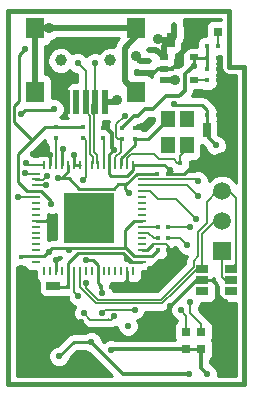
<source format=gtl>
G04 (created by PCBNEW-RS274X (2010-08-11 BZR 2448)-unstable) date Thu 16 Jun 2011 10:10:32 CST*
G01*
G70*
G90*
%MOIN*%
G04 Gerber Fmt 3.4, Leading zero omitted, Abs format*
%FSLAX34Y34*%
G04 APERTURE LIST*
%ADD10C,0.001000*%
%ADD11C,0.015000*%
%ADD12R,0.031400X0.031400*%
%ADD13R,0.009800X0.031500*%
%ADD14R,0.031500X0.009800*%
%ADD15R,0.171300X0.171300*%
%ADD16R,0.018100X0.018100*%
%ADD17R,0.025000X0.045000*%
%ADD18R,0.045000X0.025000*%
%ADD19R,0.030000X0.020000*%
%ADD20R,0.039400X0.027600*%
%ADD21R,0.019700X0.078700*%
%ADD22R,0.063000X0.070900*%
%ADD23C,0.039400*%
%ADD24R,0.045300X0.055100*%
%ADD25R,0.059100X0.059100*%
%ADD26C,0.059100*%
%ADD27C,0.022000*%
%ADD28C,0.035000*%
%ADD29C,0.011800*%
%ADD30C,0.010000*%
%ADD31C,0.020000*%
%ADD32C,0.006000*%
G04 APERTURE END LIST*
G54D10*
G54D11*
X47244Y-51811D02*
X39370Y-51811D01*
X47244Y-41220D02*
X47244Y-41220D01*
X46732Y-41221D02*
X47244Y-41221D01*
X46732Y-39370D02*
X46732Y-41220D01*
X39370Y-51811D02*
X39370Y-39370D01*
X47244Y-41220D02*
X47244Y-51811D01*
X39370Y-39370D02*
X46732Y-39370D01*
G54D12*
X46375Y-40080D03*
X45785Y-40080D03*
X45800Y-50645D03*
X45800Y-50055D03*
X45300Y-50645D03*
X45300Y-50055D03*
G54D13*
X43530Y-44490D03*
X43333Y-44490D03*
X43136Y-44490D03*
X42939Y-44490D03*
X42743Y-44490D03*
X42546Y-44490D03*
X42349Y-44490D03*
X42152Y-44490D03*
X41955Y-44490D03*
X41758Y-44490D03*
X41561Y-44490D03*
X41365Y-44490D03*
X41168Y-44490D03*
X40971Y-44490D03*
X40774Y-44490D03*
X40577Y-44490D03*
G54D14*
X40282Y-44785D03*
X40282Y-44982D03*
X40282Y-45179D03*
X40282Y-45376D03*
X40282Y-45573D03*
X40282Y-45770D03*
X40282Y-45966D03*
X40282Y-46163D03*
X40282Y-46360D03*
X40282Y-46557D03*
X40282Y-46754D03*
X40282Y-46951D03*
X40282Y-47147D03*
X40282Y-47344D03*
X40282Y-47541D03*
X40282Y-47738D03*
G54D13*
X40577Y-48033D03*
X40774Y-48033D03*
X40971Y-48033D03*
X41168Y-48033D03*
X41365Y-48033D03*
X41561Y-48033D03*
X41758Y-48033D03*
X41955Y-48033D03*
X42152Y-48033D03*
X42349Y-48033D03*
X42546Y-48033D03*
X42743Y-48033D03*
X42939Y-48033D03*
X43136Y-48033D03*
X43333Y-48033D03*
X43530Y-48033D03*
G54D14*
X43825Y-47738D03*
X43825Y-47541D03*
X43825Y-47344D03*
X43825Y-47147D03*
X43825Y-46951D03*
X43825Y-46754D03*
X43825Y-46557D03*
X43825Y-46360D03*
X43825Y-46163D03*
X43825Y-45966D03*
X43825Y-45770D03*
X43825Y-45573D03*
X43825Y-45376D03*
X43825Y-45179D03*
X43825Y-44982D03*
X43825Y-44785D03*
G54D15*
X42054Y-46262D03*
G54D16*
X45110Y-44440D03*
X45460Y-44440D03*
X43587Y-43618D03*
X43587Y-43268D03*
X44050Y-41025D03*
X44050Y-40675D03*
X44710Y-46950D03*
X44360Y-46950D03*
X44710Y-46570D03*
X44360Y-46570D03*
X46010Y-41300D03*
X46360Y-41300D03*
X46010Y-40920D03*
X46360Y-40920D03*
X44900Y-39840D03*
X45250Y-39840D03*
X42450Y-48580D03*
X42800Y-48580D03*
X44360Y-47330D03*
X44710Y-47330D03*
X39780Y-47560D03*
X39780Y-47910D03*
X41360Y-48570D03*
X41360Y-48920D03*
X44340Y-44790D03*
X44690Y-44790D03*
X43169Y-43268D03*
X43169Y-43618D03*
X41870Y-43248D03*
X41870Y-43598D03*
X46360Y-40540D03*
X46010Y-40540D03*
X46010Y-42850D03*
X46360Y-42850D03*
X46010Y-41680D03*
X46360Y-41680D03*
G54D17*
X44780Y-40340D03*
X45380Y-40340D03*
X45980Y-43350D03*
X46580Y-43350D03*
G54D18*
X40870Y-48530D03*
X40870Y-49130D03*
G54D19*
X44550Y-40915D03*
X44550Y-41665D03*
X45550Y-40915D03*
X44550Y-41290D03*
X45550Y-41665D03*
G54D20*
X45840Y-47960D03*
X45840Y-48335D03*
X45840Y-48708D03*
X46784Y-48710D03*
X46784Y-48332D03*
X46784Y-47960D03*
G54D21*
X41320Y-42393D03*
X41635Y-42393D03*
X41950Y-42393D03*
X42265Y-42393D03*
X42580Y-42393D03*
G54D22*
X40257Y-42078D03*
X43643Y-42078D03*
X40257Y-39933D03*
X43643Y-39933D03*
G54D23*
X41123Y-41015D03*
X42777Y-41015D03*
G54D16*
X40949Y-43598D03*
X40949Y-43248D03*
X42539Y-43602D03*
X42539Y-43252D03*
G54D24*
X44690Y-42970D03*
X44690Y-43836D03*
X45320Y-43836D03*
X45320Y-42970D03*
G54D25*
X46496Y-47366D03*
G54D26*
X46496Y-46366D03*
X46496Y-45366D03*
X46496Y-44366D03*
G54D27*
X43362Y-49874D03*
X43400Y-45440D03*
X43330Y-47650D03*
X41040Y-44930D03*
X45994Y-51458D03*
X42804Y-50676D03*
X39941Y-40650D03*
X45550Y-41190D03*
X42510Y-48760D03*
X41410Y-47320D03*
X41960Y-47680D03*
X40720Y-47400D03*
X40810Y-45810D03*
G54D28*
X44940Y-41670D03*
X44360Y-40310D03*
G54D27*
X41680Y-41100D03*
X45688Y-45032D03*
X45636Y-46314D03*
X45678Y-45528D03*
X39950Y-44430D03*
X39940Y-44780D03*
X40620Y-45180D03*
X41970Y-48440D03*
X41690Y-48860D03*
X41890Y-49440D03*
X42900Y-49550D03*
X43580Y-49320D03*
X42500Y-49430D03*
X40650Y-44870D03*
X42260Y-41090D03*
G54D28*
X43625Y-40875D03*
X43010Y-42340D03*
G54D27*
X44598Y-49498D03*
X46512Y-49438D03*
X44094Y-43110D03*
X45591Y-39705D03*
X45000Y-41024D03*
X45866Y-42126D03*
X40180Y-44150D03*
X41180Y-43980D03*
X44110Y-47960D03*
X44760Y-49210D03*
X42880Y-44010D03*
X40770Y-44160D03*
X41560Y-44170D03*
X40990Y-42120D03*
X46590Y-49070D03*
X43330Y-48430D03*
X40820Y-46830D03*
X40970Y-47670D03*
X40400Y-48880D03*
X39850Y-49300D03*
X41810Y-49730D03*
X41870Y-45000D03*
X43248Y-42854D03*
X45420Y-46570D03*
X45430Y-49070D03*
X45120Y-49340D03*
X45320Y-47170D03*
X39690Y-45570D03*
G54D28*
X40730Y-39930D03*
G54D27*
X46290Y-43850D03*
X45392Y-51466D03*
X39810Y-42790D03*
X44890Y-42470D03*
X41070Y-50880D03*
X42140Y-50400D03*
X40890Y-42630D03*
G54D29*
X43358Y-49878D02*
X43356Y-49878D01*
X43362Y-49874D02*
X43358Y-49878D01*
G54D30*
X43825Y-44785D02*
X43655Y-44785D01*
X43300Y-45140D02*
X43250Y-45140D01*
X43655Y-44785D02*
X43300Y-45140D01*
X41040Y-44930D02*
X41380Y-44930D01*
X42880Y-45290D02*
X43030Y-45140D01*
X41740Y-45290D02*
X42880Y-45290D01*
X41380Y-44930D02*
X41740Y-45290D01*
X43250Y-45140D02*
X43250Y-45290D01*
X43250Y-45290D02*
X43400Y-45440D01*
X43330Y-47650D02*
X43418Y-47738D01*
X43418Y-47738D02*
X43825Y-47738D01*
X43030Y-45140D02*
X43250Y-45140D01*
X41365Y-48033D02*
X41365Y-47765D01*
X41365Y-47765D02*
X41680Y-47450D01*
X41680Y-47450D02*
X43210Y-47450D01*
X43210Y-47450D02*
X43498Y-47738D01*
X43498Y-47738D02*
X43825Y-47738D01*
X41365Y-44490D02*
X41365Y-44715D01*
X41150Y-44930D02*
X41040Y-44930D01*
X41365Y-44715D02*
X41150Y-44930D01*
X43825Y-44785D02*
X44335Y-44785D01*
X44335Y-44785D02*
X44340Y-44790D01*
X41360Y-48570D02*
X40910Y-48570D01*
X40910Y-48570D02*
X40870Y-48530D01*
X41365Y-48033D02*
X41365Y-48565D01*
X41365Y-48565D02*
X41360Y-48570D01*
G54D29*
X45800Y-50645D02*
X45800Y-51264D01*
X45800Y-51264D02*
X45994Y-51458D01*
X45300Y-50645D02*
X42835Y-50645D01*
X42835Y-50645D02*
X42804Y-50676D01*
X45550Y-41190D02*
X45310Y-41430D01*
X43577Y-42860D02*
X43169Y-43268D01*
X43700Y-42860D02*
X43577Y-42860D01*
X43920Y-42640D02*
X43700Y-42860D01*
X44030Y-42640D02*
X43920Y-42640D01*
X44040Y-42630D02*
X44030Y-42640D01*
X44210Y-42630D02*
X44040Y-42630D01*
X44640Y-42200D02*
X44210Y-42630D01*
X44820Y-42200D02*
X44640Y-42200D01*
X45070Y-42200D02*
X44820Y-42200D01*
X45250Y-42020D02*
X45070Y-42200D01*
X45250Y-41480D02*
X45250Y-42020D01*
X45300Y-41430D02*
X45250Y-41480D01*
X45310Y-41430D02*
X45300Y-41430D01*
G54D30*
X39764Y-40866D02*
X39740Y-40866D01*
X39749Y-40851D02*
X39764Y-40866D01*
X39740Y-40851D02*
X39749Y-40851D01*
X39941Y-40650D02*
X39740Y-40851D01*
X39740Y-40866D02*
X39740Y-42360D01*
X40170Y-43670D02*
X39570Y-43070D01*
X39570Y-42530D02*
X39570Y-43070D01*
X39740Y-42360D02*
X39570Y-42530D01*
X45300Y-50645D02*
X45800Y-50645D01*
X45550Y-40915D02*
X45550Y-41190D01*
X42450Y-48580D02*
X42450Y-48700D01*
X42450Y-48700D02*
X42510Y-48760D01*
X40949Y-43248D02*
X40590Y-43250D01*
X40590Y-43250D02*
X40170Y-43670D01*
X39996Y-45376D02*
X40282Y-45376D01*
X40170Y-43670D02*
X39700Y-44140D01*
X39700Y-44140D02*
X39700Y-45080D01*
X39700Y-45080D02*
X39996Y-45376D01*
X42349Y-48033D02*
X42349Y-47849D01*
X41410Y-47320D02*
X41410Y-47270D01*
X42180Y-47680D02*
X41960Y-47680D01*
X42349Y-47849D02*
X42180Y-47680D01*
X41410Y-47270D02*
X41410Y-47260D01*
X43825Y-46360D02*
X43550Y-46360D01*
X43250Y-46660D02*
X43250Y-47270D01*
X43550Y-46360D02*
X43250Y-46660D01*
X40949Y-43248D02*
X41870Y-43248D01*
X40720Y-47400D02*
X40569Y-47541D01*
X40569Y-47541D02*
X40282Y-47541D01*
X43551Y-47541D02*
X43825Y-47541D01*
X40569Y-47541D02*
X40840Y-47270D01*
X40840Y-47270D02*
X41410Y-47270D01*
X41410Y-47270D02*
X43250Y-47270D01*
X43250Y-47270D02*
X43280Y-47270D01*
X43280Y-47270D02*
X43551Y-47541D01*
X42349Y-48033D02*
X42349Y-48429D01*
X42450Y-48530D02*
X42450Y-48580D01*
X42349Y-48429D02*
X42450Y-48530D01*
X40282Y-45376D02*
X40476Y-45376D01*
X40810Y-45710D02*
X40810Y-45810D01*
X40476Y-45376D02*
X40810Y-45710D01*
X40282Y-47541D02*
X39799Y-47541D01*
X39799Y-47541D02*
X39780Y-47560D01*
X46010Y-40920D02*
X45555Y-40920D01*
X45555Y-40920D02*
X45550Y-40915D01*
X46010Y-40540D02*
X46010Y-40920D01*
X46010Y-40920D02*
X46010Y-41300D01*
X43825Y-47541D02*
X44149Y-47541D01*
X44149Y-47541D02*
X44360Y-47330D01*
G54D31*
X44050Y-40675D02*
X44310Y-40675D01*
X44310Y-40675D02*
X44550Y-40915D01*
X44780Y-40340D02*
X44390Y-40340D01*
X44935Y-41665D02*
X44550Y-41665D01*
X44940Y-41670D02*
X44935Y-41665D01*
X44390Y-40340D02*
X44360Y-40310D01*
X44780Y-40340D02*
X44760Y-40340D01*
X44550Y-40550D02*
X44550Y-40915D01*
X44760Y-40340D02*
X44550Y-40550D01*
X44900Y-39840D02*
X44900Y-40220D01*
X44900Y-40220D02*
X44780Y-40340D01*
G54D32*
X42110Y-44130D02*
X42110Y-42877D01*
X42110Y-44130D02*
X42200Y-44220D01*
X42200Y-44220D02*
X42200Y-44442D01*
X42152Y-44490D02*
X42200Y-44442D01*
X41950Y-42717D02*
X41950Y-42393D01*
X42110Y-42877D02*
X41950Y-42717D01*
X41950Y-41370D02*
X41950Y-42393D01*
X41680Y-41100D02*
X41950Y-41370D01*
X45638Y-44982D02*
X43825Y-44982D01*
X45688Y-45032D02*
X45638Y-44982D01*
X44104Y-45376D02*
X43825Y-45376D01*
X45636Y-46314D02*
X44964Y-45642D01*
X44964Y-45642D02*
X44370Y-45642D01*
X44370Y-45642D02*
X44104Y-45376D01*
X43825Y-45179D02*
X45329Y-45179D01*
X45329Y-45179D02*
X45678Y-45528D01*
X41758Y-48568D02*
X42300Y-49110D01*
X44510Y-49110D02*
X44930Y-48690D01*
X42300Y-49110D02*
X44510Y-49110D01*
X45660Y-47960D02*
X45840Y-47960D01*
X44850Y-48770D02*
X44930Y-48690D01*
X44930Y-48690D02*
X45660Y-47960D01*
X41758Y-48568D02*
X41758Y-48033D01*
X46496Y-46366D02*
X46264Y-46366D01*
X45840Y-46790D02*
X45840Y-47960D01*
X46264Y-46366D02*
X45840Y-46790D01*
X40577Y-44490D02*
X40010Y-44490D01*
X40010Y-44490D02*
X39950Y-44430D01*
X40282Y-44785D02*
X39945Y-44785D01*
X39945Y-44785D02*
X39940Y-44780D01*
X40619Y-45179D02*
X40282Y-45179D01*
X40620Y-45180D02*
X40619Y-45179D01*
X41970Y-48440D02*
X41970Y-48594D01*
X45550Y-47890D02*
X45550Y-47700D01*
X44454Y-48986D02*
X45550Y-47890D01*
X42362Y-48986D02*
X44454Y-48986D01*
X41970Y-48594D02*
X42362Y-48986D01*
X46344Y-45366D02*
X45990Y-45720D01*
X45990Y-45720D02*
X45990Y-46440D01*
X45990Y-46440D02*
X45700Y-46730D01*
X45700Y-46730D02*
X45700Y-47550D01*
X45700Y-47550D02*
X45550Y-47700D01*
X46496Y-45366D02*
X46344Y-45366D01*
X41561Y-48731D02*
X41561Y-48033D01*
X41690Y-48860D02*
X41561Y-48731D01*
X46496Y-45366D02*
X46726Y-45366D01*
X46950Y-47794D02*
X46784Y-47960D01*
X46950Y-45590D02*
X46950Y-47794D01*
X46726Y-45366D02*
X46950Y-45590D01*
X41890Y-49440D02*
X42110Y-49660D01*
X42110Y-49660D02*
X42440Y-49660D01*
X42450Y-49670D02*
X42450Y-49660D01*
X42440Y-49660D02*
X42450Y-49670D01*
X42710Y-49650D02*
X42710Y-49660D01*
X42110Y-49660D02*
X42450Y-49660D01*
X42450Y-49660D02*
X42710Y-49660D01*
X42900Y-49550D02*
X42790Y-49660D01*
X42790Y-49660D02*
X42720Y-49660D01*
X42720Y-49660D02*
X42710Y-49650D01*
X42600Y-49330D02*
X42500Y-49430D01*
X43580Y-49320D02*
X43590Y-49330D01*
X43590Y-49330D02*
X42600Y-49330D01*
X40290Y-44990D02*
X40282Y-44982D01*
X40530Y-44990D02*
X40290Y-44990D01*
X40650Y-44870D02*
X40530Y-44990D01*
X42232Y-42862D02*
X42232Y-42827D01*
X42165Y-42493D02*
X42265Y-42393D01*
X42165Y-42760D02*
X42165Y-42493D01*
X42232Y-42827D02*
X42165Y-42760D01*
X42232Y-44080D02*
X42232Y-42862D01*
X42232Y-44080D02*
X42322Y-44170D01*
X42322Y-44170D02*
X42322Y-44442D01*
X42322Y-44442D02*
X42349Y-44469D01*
X42349Y-44490D02*
X42349Y-44469D01*
X42265Y-41095D02*
X42265Y-42393D01*
X42260Y-41090D02*
X42265Y-41095D01*
G54D31*
X43775Y-41025D02*
X44050Y-41025D01*
X43625Y-40875D02*
X43775Y-41025D01*
X42580Y-42393D02*
X42957Y-42393D01*
X42957Y-42393D02*
X43010Y-42340D01*
G54D32*
X46784Y-48332D02*
X46592Y-48332D01*
X46496Y-48236D02*
X46496Y-47366D01*
X46592Y-48332D02*
X46496Y-48236D01*
G54D29*
X44760Y-49210D02*
X44760Y-49336D01*
X44760Y-49336D02*
X44598Y-49498D01*
X46512Y-49438D02*
X46540Y-49466D01*
X46540Y-49466D02*
X46566Y-49466D01*
X42539Y-43252D02*
X42622Y-43252D01*
X42815Y-43945D02*
X42880Y-44010D01*
X42815Y-43445D02*
X42815Y-43945D01*
X42622Y-43252D02*
X42815Y-43445D01*
G54D30*
X43936Y-43268D02*
X44094Y-43110D01*
X43587Y-43268D02*
X43936Y-43268D01*
X45253Y-39843D02*
X45250Y-39840D01*
X45453Y-39843D02*
X45253Y-39843D01*
X45591Y-39705D02*
X45453Y-39843D01*
X46360Y-42126D02*
X45866Y-42126D01*
X46360Y-42126D02*
X46378Y-42126D01*
X40770Y-44160D02*
X40190Y-44160D01*
X40190Y-44160D02*
X40180Y-44150D01*
X41168Y-44490D02*
X41168Y-43992D01*
X41168Y-43992D02*
X41180Y-43980D01*
X45840Y-48335D02*
X45635Y-48335D01*
X44400Y-47670D02*
X44710Y-47670D01*
X44110Y-47960D02*
X44400Y-47670D01*
X45635Y-48335D02*
X44760Y-49210D01*
X42743Y-44490D02*
X42743Y-44147D01*
X42743Y-44147D02*
X42880Y-44010D01*
X43530Y-44490D02*
X43530Y-44670D01*
X42743Y-44803D02*
X42743Y-44490D01*
X42810Y-44870D02*
X42743Y-44803D01*
X43330Y-44870D02*
X42810Y-44870D01*
X43530Y-44670D02*
X43330Y-44870D01*
X41561Y-44490D02*
X41561Y-44171D01*
X40774Y-44164D02*
X40774Y-44490D01*
X40770Y-44160D02*
X40774Y-44164D01*
X41561Y-44171D02*
X41560Y-44170D01*
X41561Y-44490D02*
X41758Y-44490D01*
X44550Y-41290D02*
X44820Y-41290D01*
X44820Y-41290D02*
X45000Y-41110D01*
X45000Y-41110D02*
X45000Y-41024D01*
X45380Y-40570D02*
X45380Y-40340D01*
X45000Y-41024D02*
X45000Y-40950D01*
X45000Y-40950D02*
X45380Y-40570D01*
X41320Y-42393D02*
X41263Y-42393D01*
X41263Y-42393D02*
X40990Y-42120D01*
X45840Y-48335D02*
X46145Y-48335D01*
X46360Y-48840D02*
X46590Y-49070D01*
X46360Y-48550D02*
X46360Y-48840D01*
X46145Y-48335D02*
X46360Y-48550D01*
X43825Y-47344D02*
X43996Y-47344D01*
X44710Y-47210D02*
X44710Y-47330D01*
G54D32*
X44640Y-47140D02*
X44710Y-47210D01*
X44200Y-47140D02*
X44640Y-47140D01*
G54D30*
X43996Y-47344D02*
X44200Y-47140D01*
X44710Y-47330D02*
X44710Y-47670D01*
X44710Y-47670D02*
X44710Y-48010D01*
X44710Y-48010D02*
X44290Y-48430D01*
X44290Y-48430D02*
X43330Y-48430D01*
X43330Y-48430D02*
X43330Y-48460D01*
X43210Y-48580D02*
X42800Y-48580D01*
X43330Y-48460D02*
X43210Y-48580D01*
X43333Y-48427D02*
X43333Y-48033D01*
X43330Y-48430D02*
X43333Y-48427D01*
X40282Y-46360D02*
X40640Y-46360D01*
X40820Y-46540D02*
X40820Y-46830D01*
X40640Y-46360D02*
X40820Y-46540D01*
X39780Y-47910D02*
X39780Y-48260D01*
X39780Y-48260D02*
X40400Y-48880D01*
X40971Y-48033D02*
X40971Y-47671D01*
X40971Y-47671D02*
X40970Y-47670D01*
X40650Y-49130D02*
X40870Y-49130D01*
X40400Y-48880D02*
X40650Y-49130D01*
X40870Y-49130D02*
X41150Y-49130D01*
X41150Y-49130D02*
X41360Y-48920D01*
X40870Y-49130D02*
X40020Y-49130D01*
X40020Y-49130D02*
X39850Y-49300D01*
X41360Y-48920D02*
X41360Y-49440D01*
X41360Y-49440D02*
X41650Y-49730D01*
X41650Y-49730D02*
X41810Y-49730D01*
X43530Y-44490D02*
X44570Y-44490D01*
X44690Y-44610D02*
X44690Y-44790D01*
X44570Y-44490D02*
X44690Y-44610D01*
X45460Y-44440D02*
X46422Y-44440D01*
X46422Y-44440D02*
X46496Y-44366D01*
X44690Y-44790D02*
X45240Y-44790D01*
X45440Y-44460D02*
X45460Y-44440D01*
X45440Y-44590D02*
X45440Y-44460D01*
X45240Y-44790D02*
X45440Y-44590D01*
X46580Y-43350D02*
X46580Y-43360D01*
X46580Y-43360D02*
X46740Y-43520D01*
X46740Y-43520D02*
X46740Y-44122D01*
X46740Y-44122D02*
X46496Y-44366D01*
X46360Y-41680D02*
X46360Y-42126D01*
X46360Y-42126D02*
X46360Y-42850D01*
X46360Y-42850D02*
X46580Y-43070D01*
X46580Y-43070D02*
X46580Y-43350D01*
X46360Y-40920D02*
X46360Y-41300D01*
X46360Y-41300D02*
X46360Y-41680D01*
X45785Y-40080D02*
X45785Y-40185D01*
X45630Y-40340D02*
X45380Y-40340D01*
X45785Y-40185D02*
X45630Y-40340D01*
X45250Y-39840D02*
X45280Y-39840D01*
X45380Y-39940D02*
X45380Y-40340D01*
X45280Y-39840D02*
X45380Y-39940D01*
G54D32*
X41955Y-44490D02*
X41955Y-43683D01*
X41955Y-43683D02*
X41870Y-43598D01*
X41955Y-44490D02*
X41955Y-44915D01*
X41955Y-44915D02*
X41870Y-45000D01*
X43248Y-42854D02*
X43248Y-42874D01*
X43248Y-42874D02*
X42972Y-43150D01*
X42972Y-43150D02*
X42972Y-43563D01*
X42972Y-43563D02*
X43027Y-43618D01*
X43027Y-43618D02*
X43169Y-43618D01*
X43133Y-44057D02*
X43133Y-43654D01*
X43133Y-43654D02*
X43169Y-43618D01*
X42939Y-44490D02*
X42939Y-44251D01*
X42939Y-44251D02*
X43133Y-44057D01*
X46375Y-40080D02*
X46375Y-40525D01*
X46375Y-40525D02*
X46360Y-40540D01*
X42546Y-44490D02*
X42546Y-43609D01*
X42546Y-43609D02*
X42539Y-43602D01*
X43825Y-46557D02*
X44347Y-46557D01*
X44347Y-46557D02*
X44360Y-46570D01*
X44710Y-46570D02*
X45420Y-46570D01*
X45435Y-49445D02*
X45800Y-49810D01*
X45435Y-49075D02*
X45435Y-49445D01*
X45430Y-49070D02*
X45435Y-49075D01*
X45800Y-49810D02*
X45800Y-50055D01*
X43825Y-46754D02*
X44034Y-46754D01*
X44230Y-46950D02*
X44360Y-46950D01*
X44034Y-46754D02*
X44230Y-46950D01*
X40971Y-44490D02*
X40971Y-43620D01*
X40971Y-43620D02*
X40949Y-43598D01*
X44390Y-44310D02*
X44880Y-44310D01*
X45010Y-44440D02*
X45110Y-44440D01*
X44880Y-44310D02*
X45010Y-44440D01*
X43333Y-44277D02*
X43333Y-44490D01*
X43470Y-44140D02*
X43333Y-44277D01*
X44220Y-44140D02*
X43470Y-44140D01*
X44390Y-44310D02*
X44220Y-44140D01*
X45320Y-43836D02*
X45320Y-43980D01*
X45110Y-44190D02*
X45110Y-44440D01*
X45320Y-43980D02*
X45110Y-44190D01*
G54D30*
X43587Y-43618D02*
X44042Y-43618D01*
X44042Y-43618D02*
X44690Y-42970D01*
X43587Y-43618D02*
X43587Y-43823D01*
X43587Y-43823D02*
X43136Y-44274D01*
X43136Y-44274D02*
X43136Y-44490D01*
G54D32*
X45550Y-41665D02*
X45995Y-41665D01*
X45995Y-41665D02*
X46010Y-41680D01*
X44710Y-46950D02*
X45100Y-46950D01*
X45300Y-49520D02*
X45300Y-50055D01*
X45120Y-49340D02*
X45300Y-49520D01*
X45100Y-46950D02*
X45320Y-47170D01*
X39693Y-45573D02*
X39690Y-45570D01*
X39693Y-45573D02*
X40282Y-45573D01*
G54D31*
X43643Y-39933D02*
X43643Y-40197D01*
X43250Y-41685D02*
X43643Y-42078D01*
X43250Y-40590D02*
X43250Y-41685D01*
X43643Y-40197D02*
X43250Y-40590D01*
X40730Y-39930D02*
X43640Y-39930D01*
X43640Y-39930D02*
X43643Y-39933D01*
X40257Y-39933D02*
X40727Y-39933D01*
X40727Y-39933D02*
X40730Y-39930D01*
X40257Y-42078D02*
X40257Y-39933D01*
G54D30*
X46290Y-43850D02*
X45980Y-43540D01*
X45980Y-43540D02*
X45980Y-43350D01*
G54D29*
X43192Y-51452D02*
X42140Y-50400D01*
X45378Y-51452D02*
X43192Y-51452D01*
X45392Y-51466D02*
X45378Y-51452D01*
G54D30*
X40840Y-42680D02*
X39920Y-42680D01*
X39920Y-42680D02*
X39810Y-42790D01*
X46010Y-42680D02*
X46010Y-42850D01*
X45840Y-42510D02*
X46010Y-42680D01*
X44930Y-42510D02*
X45840Y-42510D01*
X44890Y-42470D02*
X44930Y-42510D01*
X41550Y-50400D02*
X42140Y-50400D01*
X41070Y-50880D02*
X41550Y-50400D01*
X40890Y-42630D02*
X40840Y-42680D01*
X46010Y-42850D02*
X46010Y-43320D01*
X46010Y-43320D02*
X45980Y-43350D01*
X46221Y-48265D02*
X46221Y-48265D01*
X46146Y-48345D02*
X46238Y-48345D01*
X46244Y-48425D02*
X46291Y-48425D01*
X46280Y-48505D02*
X46338Y-48505D01*
X46286Y-48585D02*
X46338Y-48585D01*
X46286Y-48665D02*
X46338Y-48665D01*
X46286Y-48745D02*
X46338Y-48745D01*
X46286Y-48825D02*
X46338Y-48825D01*
X46282Y-48905D02*
X46341Y-48905D01*
X46248Y-48985D02*
X46374Y-48985D01*
X46158Y-49065D02*
X46460Y-49065D01*
X45788Y-49145D02*
X46969Y-49145D01*
X45755Y-49225D02*
X46969Y-49225D01*
X45715Y-49305D02*
X46969Y-49305D01*
X45771Y-49385D02*
X46969Y-49385D01*
X45851Y-49465D02*
X46969Y-49465D01*
X45931Y-49545D02*
X46969Y-49545D01*
X46007Y-49625D02*
X46969Y-49625D01*
X46116Y-49705D02*
X46969Y-49705D01*
X46180Y-49785D02*
X46969Y-49785D01*
X46206Y-49865D02*
X46969Y-49865D01*
X46206Y-49945D02*
X46969Y-49945D01*
X46206Y-50025D02*
X46969Y-50025D01*
X46206Y-50105D02*
X46969Y-50105D01*
X46206Y-50185D02*
X46969Y-50185D01*
X46204Y-50265D02*
X46969Y-50265D01*
X46171Y-50345D02*
X46969Y-50345D01*
X46201Y-50425D02*
X46969Y-50425D01*
X46206Y-50505D02*
X46969Y-50505D01*
X46206Y-50585D02*
X46969Y-50585D01*
X46206Y-50665D02*
X46969Y-50665D01*
X46206Y-50745D02*
X46969Y-50745D01*
X46206Y-50825D02*
X46969Y-50825D01*
X46183Y-50905D02*
X46969Y-50905D01*
X46126Y-50985D02*
X46969Y-50985D01*
X46109Y-51065D02*
X46969Y-51065D01*
X46180Y-51145D02*
X46969Y-51145D01*
X46270Y-51225D02*
X46969Y-51225D01*
X46320Y-51305D02*
X46969Y-51305D01*
X46354Y-51385D02*
X46969Y-51385D01*
X46354Y-51465D02*
X46969Y-51465D01*
X39645Y-47899D02*
X39902Y-47899D01*
X39645Y-47979D02*
X39965Y-47979D01*
X39645Y-48059D02*
X40279Y-48059D01*
X39645Y-48139D02*
X40279Y-48139D01*
X39645Y-48219D02*
X40279Y-48219D01*
X39645Y-48299D02*
X40303Y-48299D01*
X39645Y-48379D02*
X40365Y-48379D01*
X39645Y-48459D02*
X40396Y-48459D01*
X39645Y-48539D02*
X40396Y-48539D01*
X39645Y-48619D02*
X40396Y-48619D01*
X39645Y-48699D02*
X40396Y-48699D01*
X39645Y-48779D02*
X40426Y-48779D01*
X39645Y-48859D02*
X40497Y-48859D01*
X39645Y-48939D02*
X41333Y-48939D01*
X39645Y-49019D02*
X41366Y-49019D01*
X39645Y-49099D02*
X41420Y-49099D01*
X39645Y-49179D02*
X41519Y-49179D01*
X39645Y-49259D02*
X41576Y-49259D01*
X44756Y-49259D02*
X44764Y-49259D01*
X39645Y-49339D02*
X41543Y-49339D01*
X44661Y-49339D02*
X44760Y-49339D01*
X39645Y-49419D02*
X41530Y-49419D01*
X43928Y-49419D02*
X44763Y-49419D01*
X39645Y-49499D02*
X41530Y-49499D01*
X43895Y-49499D02*
X44796Y-49499D01*
X39645Y-49579D02*
X41558Y-49579D01*
X43829Y-49579D02*
X44850Y-49579D01*
X39645Y-49659D02*
X41600Y-49659D01*
X43699Y-49659D02*
X44950Y-49659D01*
X39645Y-49739D02*
X41680Y-49739D01*
X43696Y-49739D02*
X44950Y-49739D01*
X39645Y-49819D02*
X41872Y-49819D01*
X43722Y-49819D02*
X44907Y-49819D01*
X39645Y-49899D02*
X41972Y-49899D01*
X42997Y-49899D02*
X43002Y-49899D01*
X43722Y-49899D02*
X44894Y-49899D01*
X39645Y-49979D02*
X43016Y-49979D01*
X43708Y-49979D02*
X44894Y-49979D01*
X39645Y-50059D02*
X42024Y-50059D01*
X42258Y-50059D02*
X43049Y-50059D01*
X43674Y-50059D02*
X44894Y-50059D01*
X39645Y-50139D02*
X41411Y-50139D01*
X42388Y-50139D02*
X43118Y-50139D01*
X43605Y-50139D02*
X44894Y-50139D01*
X39645Y-50219D02*
X41306Y-50219D01*
X42455Y-50219D02*
X43254Y-50219D01*
X43469Y-50219D02*
X44894Y-50219D01*
X39645Y-50299D02*
X41226Y-50299D01*
X42488Y-50299D02*
X44909Y-50299D01*
X39645Y-50379D02*
X41146Y-50379D01*
X42555Y-50379D02*
X42593Y-50379D01*
X39645Y-50459D02*
X41066Y-50459D01*
X39645Y-50539D02*
X40954Y-50539D01*
X39645Y-50619D02*
X40823Y-50619D01*
X39645Y-50699D02*
X40756Y-50699D01*
X39645Y-50779D02*
X40723Y-50779D01*
X41595Y-50779D02*
X42082Y-50779D01*
X39645Y-50859D02*
X40710Y-50859D01*
X41515Y-50859D02*
X42162Y-50859D01*
X39645Y-50939D02*
X40710Y-50939D01*
X41435Y-50939D02*
X42242Y-50939D01*
X39645Y-51019D02*
X40738Y-51019D01*
X41402Y-51019D02*
X42322Y-51019D01*
X39645Y-51099D02*
X40780Y-51099D01*
X41359Y-51099D02*
X42402Y-51099D01*
X39645Y-51179D02*
X40860Y-51179D01*
X41279Y-51179D02*
X42482Y-51179D01*
X39645Y-51259D02*
X42562Y-51259D01*
X39645Y-51339D02*
X42642Y-51339D01*
X39645Y-51419D02*
X42722Y-51419D01*
X39645Y-51499D02*
X42802Y-51499D01*
X44960Y-47232D02*
X44960Y-47232D01*
X44699Y-47312D02*
X44989Y-47312D01*
X44699Y-47392D02*
X45033Y-47392D01*
X44698Y-47472D02*
X45113Y-47472D01*
X44664Y-47552D02*
X45319Y-47552D01*
X44588Y-47632D02*
X45284Y-47632D01*
X44401Y-47712D02*
X45270Y-47712D01*
X44302Y-47792D02*
X45252Y-47792D01*
X44216Y-47872D02*
X45172Y-47872D01*
X44169Y-47952D02*
X45092Y-47952D01*
X44040Y-48032D02*
X45012Y-48032D01*
X43828Y-48112D02*
X44932Y-48112D01*
X43828Y-48192D02*
X44852Y-48192D01*
X43814Y-48272D02*
X44772Y-48272D01*
X43769Y-48352D02*
X44692Y-48352D01*
X43250Y-48432D02*
X43414Y-48432D01*
X43644Y-48432D02*
X44612Y-48432D01*
X42789Y-48512D02*
X44532Y-48512D01*
X42830Y-48592D02*
X44452Y-48592D01*
X42863Y-48672D02*
X44372Y-48672D01*
X41039Y-47570D02*
X41141Y-47570D01*
X40977Y-47650D02*
X41015Y-47650D01*
X40949Y-46141D02*
X40949Y-46141D01*
X40688Y-46221D02*
X40949Y-46221D01*
X40671Y-46301D02*
X40949Y-46301D01*
X40656Y-46381D02*
X40949Y-46381D01*
X40688Y-46461D02*
X40949Y-46461D01*
X40688Y-46541D02*
X40949Y-46541D01*
X40688Y-46621D02*
X40949Y-46621D01*
X40688Y-46701D02*
X40949Y-46701D01*
X40688Y-46781D02*
X40949Y-46781D01*
X40688Y-46861D02*
X40949Y-46861D01*
X40688Y-46941D02*
X40949Y-46941D01*
X46349Y-40879D02*
X46457Y-40879D01*
X46349Y-40959D02*
X46457Y-40959D01*
X46349Y-41039D02*
X46457Y-41039D01*
X46332Y-41119D02*
X46457Y-41119D01*
X46349Y-41199D02*
X46457Y-41199D01*
X46349Y-41279D02*
X46468Y-41279D01*
X46349Y-41359D02*
X46500Y-41359D01*
X46349Y-41439D02*
X46573Y-41439D01*
X46340Y-41519D02*
X46969Y-41519D01*
X46349Y-41599D02*
X46969Y-41599D01*
X46349Y-41679D02*
X46969Y-41679D01*
X46349Y-41759D02*
X46969Y-41759D01*
X46341Y-41839D02*
X46969Y-41839D01*
X46303Y-41919D02*
X46969Y-41919D01*
X45784Y-41999D02*
X45822Y-41999D01*
X46197Y-41999D02*
X46969Y-41999D01*
X45547Y-42079D02*
X46969Y-42079D01*
X45520Y-42159D02*
X46969Y-42159D01*
X45964Y-42239D02*
X46969Y-42239D01*
X46073Y-42319D02*
X46969Y-42319D01*
X46153Y-42399D02*
X46969Y-42399D01*
X46230Y-42479D02*
X46969Y-42479D01*
X46283Y-42559D02*
X46969Y-42559D01*
X46320Y-42639D02*
X46969Y-42639D01*
X46349Y-42719D02*
X46969Y-42719D01*
X46349Y-42799D02*
X46969Y-42799D01*
X46349Y-42879D02*
X46969Y-42879D01*
X46349Y-42959D02*
X46969Y-42959D01*
X46339Y-43039D02*
X46969Y-43039D01*
X46353Y-43119D02*
X46969Y-43119D01*
X46353Y-43199D02*
X46969Y-43199D01*
X46353Y-43279D02*
X46969Y-43279D01*
X46353Y-43359D02*
X46969Y-43359D01*
X46353Y-43439D02*
X46969Y-43439D01*
X46432Y-43519D02*
X46969Y-43519D01*
X46548Y-43599D02*
X46969Y-43599D01*
X46609Y-43679D02*
X46969Y-43679D01*
X46642Y-43759D02*
X46969Y-43759D01*
X45795Y-43839D02*
X45855Y-43839D01*
X46650Y-43839D02*
X46969Y-43839D01*
X45795Y-43919D02*
X45930Y-43919D01*
X46650Y-43919D02*
X46969Y-43919D01*
X45795Y-43999D02*
X45962Y-43999D01*
X46617Y-43999D02*
X46969Y-43999D01*
X45795Y-44079D02*
X46010Y-44079D01*
X46569Y-44079D02*
X46969Y-44079D01*
X45795Y-44159D02*
X46095Y-44159D01*
X46483Y-44159D02*
X46969Y-44159D01*
X45762Y-44239D02*
X46969Y-44239D01*
X45690Y-44319D02*
X46969Y-44319D01*
X45449Y-44399D02*
X46969Y-44399D01*
X45449Y-44479D02*
X46969Y-44479D01*
X45449Y-44559D02*
X46969Y-44559D01*
X45424Y-44639D02*
X46969Y-44639D01*
X45873Y-44719D02*
X46969Y-44719D01*
X45964Y-44799D02*
X46969Y-44799D01*
X46014Y-44879D02*
X46251Y-44879D01*
X46742Y-44879D02*
X46969Y-44879D01*
X46048Y-44959D02*
X46134Y-44959D01*
X46858Y-44959D02*
X46969Y-44959D01*
X46048Y-45039D02*
X46054Y-45039D01*
X46938Y-45039D02*
X46969Y-45039D01*
X44764Y-44589D02*
X44764Y-44589D01*
X44679Y-44669D02*
X44808Y-44669D01*
X40610Y-43654D02*
X40610Y-43654D01*
X40529Y-43734D02*
X40610Y-43734D01*
X40449Y-43814D02*
X40641Y-43814D01*
X40370Y-43894D02*
X40691Y-43894D01*
X40290Y-43974D02*
X40691Y-43974D01*
X40209Y-44054D02*
X40691Y-44054D01*
X40163Y-44134D02*
X40375Y-44134D01*
X44215Y-42937D02*
X44215Y-42937D01*
X43979Y-43017D02*
X44215Y-43017D01*
X43889Y-43097D02*
X44139Y-43097D01*
X43696Y-43177D02*
X44059Y-43177D01*
X43616Y-43257D02*
X43979Y-43257D01*
X42512Y-43035D02*
X42718Y-43035D01*
X42512Y-43115D02*
X42699Y-43115D01*
X42512Y-43195D02*
X42692Y-43195D01*
X40980Y-40280D02*
X43065Y-40280D01*
X40810Y-40360D02*
X42992Y-40360D01*
X40771Y-40440D02*
X42938Y-40440D01*
X40659Y-40520D02*
X42914Y-40520D01*
X40607Y-40600D02*
X40961Y-40600D01*
X41287Y-40600D02*
X42615Y-40600D01*
X40607Y-40680D02*
X40828Y-40680D01*
X41419Y-40680D02*
X42482Y-40680D01*
X40607Y-40760D02*
X40748Y-40760D01*
X41499Y-40760D02*
X41560Y-40760D01*
X41800Y-40760D02*
X42117Y-40760D01*
X40607Y-40840D02*
X40713Y-40840D01*
X41929Y-40840D02*
X42001Y-40840D01*
X40607Y-40920D02*
X40680Y-40920D01*
X40607Y-41000D02*
X40677Y-41000D01*
X40607Y-41080D02*
X40677Y-41080D01*
X40607Y-41160D02*
X40700Y-41160D01*
X40607Y-41240D02*
X40733Y-41240D01*
X40607Y-41320D02*
X40797Y-41320D01*
X40607Y-41400D02*
X40886Y-41400D01*
X41358Y-41400D02*
X41471Y-41400D01*
X40634Y-41480D02*
X41664Y-41480D01*
X40760Y-41560D02*
X41670Y-41560D01*
X40807Y-41640D02*
X41670Y-41640D01*
X40821Y-41720D02*
X41670Y-41720D01*
X40821Y-41800D02*
X41385Y-41800D01*
X40821Y-41880D02*
X41318Y-41880D01*
X40821Y-41960D02*
X41288Y-41960D01*
X40821Y-42040D02*
X41288Y-42040D01*
X40821Y-42120D02*
X41288Y-42120D01*
X40821Y-42200D02*
X41288Y-42200D01*
X40986Y-42280D02*
X41288Y-42280D01*
X41129Y-42360D02*
X41288Y-42360D01*
X41201Y-42440D02*
X41288Y-42440D01*
X41234Y-42520D02*
X41288Y-42520D01*
X41250Y-42600D02*
X41288Y-42600D01*
X41250Y-42680D02*
X41288Y-42680D01*
X41225Y-42760D02*
X41288Y-42760D01*
X41188Y-42840D02*
X41290Y-42840D01*
X41118Y-42920D02*
X41323Y-42920D01*
X45215Y-39645D02*
X46457Y-39645D01*
X45239Y-39725D02*
X46064Y-39725D01*
X45243Y-39805D02*
X45998Y-39805D01*
X45250Y-39885D02*
X45969Y-39885D01*
X45250Y-39965D02*
X45969Y-39965D01*
X45250Y-40045D02*
X45969Y-40045D01*
X45250Y-40125D02*
X45969Y-40125D01*
X45250Y-40205D02*
X45862Y-40205D01*
X45236Y-40285D02*
X45733Y-40285D01*
X45215Y-40365D02*
X45686Y-40365D01*
X45162Y-40445D02*
X45671Y-40445D01*
X45154Y-40525D02*
X45671Y-40525D01*
X45154Y-40605D02*
X45258Y-40605D01*
X45124Y-40685D02*
X45185Y-40685D01*
X45057Y-40765D02*
X45151Y-40765D01*
X44949Y-40845D02*
X45151Y-40845D01*
X44949Y-40925D02*
X45151Y-40925D01*
X44949Y-41005D02*
X45151Y-41005D01*
X44940Y-41085D02*
X45159Y-41085D01*
X44902Y-41165D02*
X45138Y-41165D01*
X44795Y-41245D02*
X44856Y-41245D01*
X45025Y-41245D02*
X45048Y-41245D01*
X43600Y-41325D02*
X43607Y-41325D01*
X44281Y-41325D02*
X44330Y-41325D01*
X43600Y-41405D02*
X44208Y-41405D01*
X44032Y-41485D02*
X44164Y-41485D01*
X46969Y-51536D02*
X46969Y-49097D01*
X46537Y-49097D01*
X46446Y-49059D01*
X46376Y-48989D01*
X46338Y-48897D01*
X46338Y-48522D01*
X46338Y-48520D01*
X46338Y-48519D01*
X46338Y-48474D01*
X46298Y-48434D01*
X46237Y-48343D01*
X46221Y-48265D01*
X46178Y-48309D01*
X46117Y-48333D01*
X46178Y-48359D01*
X46248Y-48429D01*
X46286Y-48521D01*
X46286Y-48896D01*
X46248Y-48987D01*
X46178Y-49057D01*
X46086Y-49095D01*
X45790Y-49095D01*
X45790Y-49142D01*
X45735Y-49274D01*
X45715Y-49293D01*
X45715Y-49329D01*
X45998Y-49612D01*
X46029Y-49658D01*
X46098Y-49687D01*
X46168Y-49757D01*
X46206Y-49849D01*
X46206Y-50262D01*
X46169Y-50350D01*
X46206Y-50439D01*
X46206Y-50852D01*
X46168Y-50943D01*
X46109Y-51002D01*
X46109Y-51115D01*
X46198Y-51153D01*
X46299Y-51255D01*
X46354Y-51387D01*
X46354Y-51530D01*
X46351Y-51536D01*
X46969Y-51536D01*
X46221Y-48265D02*
X46221Y-48265D01*
X46146Y-48345D02*
X46238Y-48345D01*
X46244Y-48425D02*
X46291Y-48425D01*
X46280Y-48505D02*
X46338Y-48505D01*
X46286Y-48585D02*
X46338Y-48585D01*
X46286Y-48665D02*
X46338Y-48665D01*
X46286Y-48745D02*
X46338Y-48745D01*
X46286Y-48825D02*
X46338Y-48825D01*
X46282Y-48905D02*
X46341Y-48905D01*
X46248Y-48985D02*
X46374Y-48985D01*
X46158Y-49065D02*
X46460Y-49065D01*
X45788Y-49145D02*
X46969Y-49145D01*
X45755Y-49225D02*
X46969Y-49225D01*
X45715Y-49305D02*
X46969Y-49305D01*
X45771Y-49385D02*
X46969Y-49385D01*
X45851Y-49465D02*
X46969Y-49465D01*
X45931Y-49545D02*
X46969Y-49545D01*
X46007Y-49625D02*
X46969Y-49625D01*
X46116Y-49705D02*
X46969Y-49705D01*
X46180Y-49785D02*
X46969Y-49785D01*
X46206Y-49865D02*
X46969Y-49865D01*
X46206Y-49945D02*
X46969Y-49945D01*
X46206Y-50025D02*
X46969Y-50025D01*
X46206Y-50105D02*
X46969Y-50105D01*
X46206Y-50185D02*
X46969Y-50185D01*
X46204Y-50265D02*
X46969Y-50265D01*
X46171Y-50345D02*
X46969Y-50345D01*
X46201Y-50425D02*
X46969Y-50425D01*
X46206Y-50505D02*
X46969Y-50505D01*
X46206Y-50585D02*
X46969Y-50585D01*
X46206Y-50665D02*
X46969Y-50665D01*
X46206Y-50745D02*
X46969Y-50745D01*
X46206Y-50825D02*
X46969Y-50825D01*
X46183Y-50905D02*
X46969Y-50905D01*
X46126Y-50985D02*
X46969Y-50985D01*
X46109Y-51065D02*
X46969Y-51065D01*
X46180Y-51145D02*
X46969Y-51145D01*
X46270Y-51225D02*
X46969Y-51225D01*
X46320Y-51305D02*
X46969Y-51305D01*
X46354Y-51385D02*
X46969Y-51385D01*
X46354Y-51465D02*
X46969Y-51465D01*
X39645Y-47899D02*
X39902Y-47899D01*
X39645Y-47979D02*
X39965Y-47979D01*
X39645Y-48059D02*
X40279Y-48059D01*
X39645Y-48139D02*
X40279Y-48139D01*
X39645Y-48219D02*
X40279Y-48219D01*
X39645Y-48299D02*
X40303Y-48299D01*
X39645Y-48379D02*
X40365Y-48379D01*
X39645Y-48459D02*
X40396Y-48459D01*
X39645Y-48539D02*
X40396Y-48539D01*
X39645Y-48619D02*
X40396Y-48619D01*
X39645Y-48699D02*
X40396Y-48699D01*
X39645Y-48779D02*
X40426Y-48779D01*
X39645Y-48859D02*
X40497Y-48859D01*
X39645Y-48939D02*
X41333Y-48939D01*
X39645Y-49019D02*
X41366Y-49019D01*
X39645Y-49099D02*
X41420Y-49099D01*
X39645Y-49179D02*
X41519Y-49179D01*
X39645Y-49259D02*
X41576Y-49259D01*
X44756Y-49259D02*
X44764Y-49259D01*
X39645Y-49339D02*
X41543Y-49339D01*
X44661Y-49339D02*
X44760Y-49339D01*
X39645Y-49419D02*
X41530Y-49419D01*
X43928Y-49419D02*
X44763Y-49419D01*
X39645Y-49499D02*
X41530Y-49499D01*
X43895Y-49499D02*
X44796Y-49499D01*
X39645Y-49579D02*
X41558Y-49579D01*
X43829Y-49579D02*
X44850Y-49579D01*
X39645Y-49659D02*
X41600Y-49659D01*
X43699Y-49659D02*
X44950Y-49659D01*
X39645Y-49739D02*
X41680Y-49739D01*
X43696Y-49739D02*
X44950Y-49739D01*
X39645Y-49819D02*
X41872Y-49819D01*
X43722Y-49819D02*
X44907Y-49819D01*
X39645Y-49899D02*
X41972Y-49899D01*
X42997Y-49899D02*
X43002Y-49899D01*
X43722Y-49899D02*
X44894Y-49899D01*
X39645Y-49979D02*
X43016Y-49979D01*
X43708Y-49979D02*
X44894Y-49979D01*
X39645Y-50059D02*
X42024Y-50059D01*
X42258Y-50059D02*
X43049Y-50059D01*
X43674Y-50059D02*
X44894Y-50059D01*
X39645Y-50139D02*
X41411Y-50139D01*
X42388Y-50139D02*
X43118Y-50139D01*
X43605Y-50139D02*
X44894Y-50139D01*
X39645Y-50219D02*
X41306Y-50219D01*
X42455Y-50219D02*
X43254Y-50219D01*
X43469Y-50219D02*
X44894Y-50219D01*
X39645Y-50299D02*
X41226Y-50299D01*
X42488Y-50299D02*
X44909Y-50299D01*
X39645Y-50379D02*
X41146Y-50379D01*
X42555Y-50379D02*
X42593Y-50379D01*
X39645Y-50459D02*
X41066Y-50459D01*
X39645Y-50539D02*
X40954Y-50539D01*
X39645Y-50619D02*
X40823Y-50619D01*
X39645Y-50699D02*
X40756Y-50699D01*
X39645Y-50779D02*
X40723Y-50779D01*
X41595Y-50779D02*
X42082Y-50779D01*
X39645Y-50859D02*
X40710Y-50859D01*
X41515Y-50859D02*
X42162Y-50859D01*
X39645Y-50939D02*
X40710Y-50939D01*
X41435Y-50939D02*
X42242Y-50939D01*
X39645Y-51019D02*
X40738Y-51019D01*
X41402Y-51019D02*
X42322Y-51019D01*
X39645Y-51099D02*
X40780Y-51099D01*
X41359Y-51099D02*
X42402Y-51099D01*
X39645Y-51179D02*
X40860Y-51179D01*
X41279Y-51179D02*
X42482Y-51179D01*
X39645Y-51259D02*
X42562Y-51259D01*
X39645Y-51339D02*
X42642Y-51339D01*
X39645Y-51419D02*
X42722Y-51419D01*
X39645Y-51499D02*
X42802Y-51499D01*
X44960Y-47232D02*
X44960Y-47232D01*
X44699Y-47312D02*
X44989Y-47312D01*
X44699Y-47392D02*
X45033Y-47392D01*
X44698Y-47472D02*
X45113Y-47472D01*
X44664Y-47552D02*
X45319Y-47552D01*
X44588Y-47632D02*
X45284Y-47632D01*
X44401Y-47712D02*
X45270Y-47712D01*
X44302Y-47792D02*
X45252Y-47792D01*
X44216Y-47872D02*
X45172Y-47872D01*
X44169Y-47952D02*
X45092Y-47952D01*
X44040Y-48032D02*
X45012Y-48032D01*
X43828Y-48112D02*
X44932Y-48112D01*
X43828Y-48192D02*
X44852Y-48192D01*
X43814Y-48272D02*
X44772Y-48272D01*
X43769Y-48352D02*
X44692Y-48352D01*
X43250Y-48432D02*
X43414Y-48432D01*
X43644Y-48432D02*
X44612Y-48432D01*
X42789Y-48512D02*
X44532Y-48512D01*
X42830Y-48592D02*
X44452Y-48592D01*
X42863Y-48672D02*
X44372Y-48672D01*
X41039Y-47570D02*
X41141Y-47570D01*
X40977Y-47650D02*
X41015Y-47650D01*
X40949Y-46141D02*
X40949Y-46141D01*
X40688Y-46221D02*
X40949Y-46221D01*
X40671Y-46301D02*
X40949Y-46301D01*
X40656Y-46381D02*
X40949Y-46381D01*
X40688Y-46461D02*
X40949Y-46461D01*
X40688Y-46541D02*
X40949Y-46541D01*
X40688Y-46621D02*
X40949Y-46621D01*
X40688Y-46701D02*
X40949Y-46701D01*
X40688Y-46781D02*
X40949Y-46781D01*
X40688Y-46861D02*
X40949Y-46861D01*
X40688Y-46941D02*
X40949Y-46941D01*
X46349Y-40879D02*
X46457Y-40879D01*
X46349Y-40959D02*
X46457Y-40959D01*
X46349Y-41039D02*
X46457Y-41039D01*
X46332Y-41119D02*
X46457Y-41119D01*
X46349Y-41199D02*
X46457Y-41199D01*
X46349Y-41279D02*
X46468Y-41279D01*
X46349Y-41359D02*
X46500Y-41359D01*
X46349Y-41439D02*
X46573Y-41439D01*
X46340Y-41519D02*
X46969Y-41519D01*
X46349Y-41599D02*
X46969Y-41599D01*
X46349Y-41679D02*
X46969Y-41679D01*
X46349Y-41759D02*
X46969Y-41759D01*
X46341Y-41839D02*
X46969Y-41839D01*
X46303Y-41919D02*
X46969Y-41919D01*
X45784Y-41999D02*
X45822Y-41999D01*
X46197Y-41999D02*
X46969Y-41999D01*
X45547Y-42079D02*
X46969Y-42079D01*
X45520Y-42159D02*
X46969Y-42159D01*
X45964Y-42239D02*
X46969Y-42239D01*
X46073Y-42319D02*
X46969Y-42319D01*
X46153Y-42399D02*
X46969Y-42399D01*
X46230Y-42479D02*
X46969Y-42479D01*
X46283Y-42559D02*
X46969Y-42559D01*
X46320Y-42639D02*
X46969Y-42639D01*
X46349Y-42719D02*
X46969Y-42719D01*
X46349Y-42799D02*
X46969Y-42799D01*
X46349Y-42879D02*
X46969Y-42879D01*
X46349Y-42959D02*
X46969Y-42959D01*
X46339Y-43039D02*
X46969Y-43039D01*
X46353Y-43119D02*
X46969Y-43119D01*
X46353Y-43199D02*
X46969Y-43199D01*
X46353Y-43279D02*
X46969Y-43279D01*
X46353Y-43359D02*
X46969Y-43359D01*
X46353Y-43439D02*
X46969Y-43439D01*
X46432Y-43519D02*
X46969Y-43519D01*
X46548Y-43599D02*
X46969Y-43599D01*
X46609Y-43679D02*
X46969Y-43679D01*
X46642Y-43759D02*
X46969Y-43759D01*
X45795Y-43839D02*
X45855Y-43839D01*
X46650Y-43839D02*
X46969Y-43839D01*
X45795Y-43919D02*
X45930Y-43919D01*
X46650Y-43919D02*
X46969Y-43919D01*
X45795Y-43999D02*
X45962Y-43999D01*
X46617Y-43999D02*
X46969Y-43999D01*
X45795Y-44079D02*
X46010Y-44079D01*
X46569Y-44079D02*
X46969Y-44079D01*
X45795Y-44159D02*
X46095Y-44159D01*
X46483Y-44159D02*
X46969Y-44159D01*
X45762Y-44239D02*
X46969Y-44239D01*
X45690Y-44319D02*
X46969Y-44319D01*
X45449Y-44399D02*
X46969Y-44399D01*
X45449Y-44479D02*
X46969Y-44479D01*
X45449Y-44559D02*
X46969Y-44559D01*
X45424Y-44639D02*
X46969Y-44639D01*
X45873Y-44719D02*
X46969Y-44719D01*
X45964Y-44799D02*
X46969Y-44799D01*
X46014Y-44879D02*
X46251Y-44879D01*
X46742Y-44879D02*
X46969Y-44879D01*
X46048Y-44959D02*
X46134Y-44959D01*
X46858Y-44959D02*
X46969Y-44959D01*
X46048Y-45039D02*
X46054Y-45039D01*
X46938Y-45039D02*
X46969Y-45039D01*
X44764Y-44589D02*
X44764Y-44589D01*
X44679Y-44669D02*
X44808Y-44669D01*
X40610Y-43654D02*
X40610Y-43654D01*
X40529Y-43734D02*
X40610Y-43734D01*
X40449Y-43814D02*
X40641Y-43814D01*
X40370Y-43894D02*
X40691Y-43894D01*
X40290Y-43974D02*
X40691Y-43974D01*
X40209Y-44054D02*
X40691Y-44054D01*
X40163Y-44134D02*
X40375Y-44134D01*
X44215Y-42937D02*
X44215Y-42937D01*
X43979Y-43017D02*
X44215Y-43017D01*
X43889Y-43097D02*
X44139Y-43097D01*
X43696Y-43177D02*
X44059Y-43177D01*
X43616Y-43257D02*
X43979Y-43257D01*
X42512Y-43035D02*
X42718Y-43035D01*
X42512Y-43115D02*
X42699Y-43115D01*
X42512Y-43195D02*
X42692Y-43195D01*
X40980Y-40280D02*
X43065Y-40280D01*
X40810Y-40360D02*
X42992Y-40360D01*
X40771Y-40440D02*
X42938Y-40440D01*
X40659Y-40520D02*
X42914Y-40520D01*
X40607Y-40600D02*
X40961Y-40600D01*
X41287Y-40600D02*
X42615Y-40600D01*
X40607Y-40680D02*
X40828Y-40680D01*
X41419Y-40680D02*
X42482Y-40680D01*
X40607Y-40760D02*
X40748Y-40760D01*
X41499Y-40760D02*
X41560Y-40760D01*
X41800Y-40760D02*
X42117Y-40760D01*
X40607Y-40840D02*
X40713Y-40840D01*
X41929Y-40840D02*
X42001Y-40840D01*
X40607Y-40920D02*
X40680Y-40920D01*
X40607Y-41000D02*
X40677Y-41000D01*
X40607Y-41080D02*
X40677Y-41080D01*
X40607Y-41160D02*
X40700Y-41160D01*
X40607Y-41240D02*
X40733Y-41240D01*
X40607Y-41320D02*
X40797Y-41320D01*
X40607Y-41400D02*
X40886Y-41400D01*
X41358Y-41400D02*
X41471Y-41400D01*
X40634Y-41480D02*
X41664Y-41480D01*
X40760Y-41560D02*
X41670Y-41560D01*
X40807Y-41640D02*
X41670Y-41640D01*
X40821Y-41720D02*
X41670Y-41720D01*
X40821Y-41800D02*
X41385Y-41800D01*
X40821Y-41880D02*
X41318Y-41880D01*
X40821Y-41960D02*
X41288Y-41960D01*
X40821Y-42040D02*
X41288Y-42040D01*
X40821Y-42120D02*
X41288Y-42120D01*
X40821Y-42200D02*
X41288Y-42200D01*
X40986Y-42280D02*
X41288Y-42280D01*
X41129Y-42360D02*
X41288Y-42360D01*
X41201Y-42440D02*
X41288Y-42440D01*
X41234Y-42520D02*
X41288Y-42520D01*
X41250Y-42600D02*
X41288Y-42600D01*
X41250Y-42680D02*
X41288Y-42680D01*
X41225Y-42760D02*
X41288Y-42760D01*
X41188Y-42840D02*
X41290Y-42840D01*
X41118Y-42920D02*
X41323Y-42920D01*
X45215Y-39645D02*
X46457Y-39645D01*
X45239Y-39725D02*
X46064Y-39725D01*
X45243Y-39805D02*
X45998Y-39805D01*
X45250Y-39885D02*
X45969Y-39885D01*
X45250Y-39965D02*
X45969Y-39965D01*
X45250Y-40045D02*
X45969Y-40045D01*
X45250Y-40125D02*
X45969Y-40125D01*
X45250Y-40205D02*
X45862Y-40205D01*
X45236Y-40285D02*
X45733Y-40285D01*
X45215Y-40365D02*
X45686Y-40365D01*
X45162Y-40445D02*
X45671Y-40445D01*
X45154Y-40525D02*
X45671Y-40525D01*
X45154Y-40605D02*
X45258Y-40605D01*
X45124Y-40685D02*
X45185Y-40685D01*
X45057Y-40765D02*
X45151Y-40765D01*
X44949Y-40845D02*
X45151Y-40845D01*
X44949Y-40925D02*
X45151Y-40925D01*
X44949Y-41005D02*
X45151Y-41005D01*
X44940Y-41085D02*
X45159Y-41085D01*
X44902Y-41165D02*
X45138Y-41165D01*
X44795Y-41245D02*
X44856Y-41245D01*
X45025Y-41245D02*
X45048Y-41245D01*
X43600Y-41325D02*
X43607Y-41325D01*
X44281Y-41325D02*
X44330Y-41325D01*
X43600Y-41405D02*
X44208Y-41405D01*
X44032Y-41485D02*
X44164Y-41485D01*
X42839Y-51536D02*
X42060Y-50757D01*
X41936Y-50705D01*
X41931Y-50700D01*
X41674Y-50700D01*
X41430Y-50944D01*
X41430Y-50952D01*
X41375Y-51084D01*
X41273Y-51185D01*
X41141Y-51240D01*
X40998Y-51240D01*
X40866Y-51185D01*
X40765Y-51083D01*
X40710Y-50951D01*
X40710Y-50808D01*
X40765Y-50676D01*
X40867Y-50575D01*
X40999Y-50520D01*
X41005Y-50520D01*
X41337Y-50188D01*
X41435Y-50123D01*
X41550Y-50100D01*
X41931Y-50100D01*
X41937Y-50095D01*
X42069Y-50040D01*
X42212Y-50040D01*
X42344Y-50095D01*
X42445Y-50197D01*
X42496Y-50320D01*
X42573Y-50397D01*
X42601Y-50371D01*
X42733Y-50316D01*
X42876Y-50316D01*
X42923Y-50336D01*
X44924Y-50336D01*
X44894Y-50261D01*
X44894Y-49848D01*
X44932Y-49757D01*
X45002Y-49687D01*
X45009Y-49683D01*
X44916Y-49645D01*
X44815Y-49543D01*
X44760Y-49411D01*
X44760Y-49268D01*
X44768Y-49247D01*
X44708Y-49308D01*
X44617Y-49369D01*
X44510Y-49390D01*
X43940Y-49390D01*
X43940Y-49392D01*
X43885Y-49524D01*
X43783Y-49625D01*
X43667Y-49672D01*
X43722Y-49803D01*
X43722Y-49946D01*
X43667Y-50078D01*
X43565Y-50179D01*
X43433Y-50234D01*
X43290Y-50234D01*
X43158Y-50179D01*
X43057Y-50077D01*
X43002Y-49945D01*
X43002Y-49897D01*
X42971Y-49910D01*
X42910Y-49910D01*
X42897Y-49919D01*
X42790Y-49940D01*
X42720Y-49940D01*
X42714Y-49939D01*
X42710Y-49940D01*
X42500Y-49940D01*
X42450Y-49950D01*
X42398Y-49940D01*
X42110Y-49940D01*
X42002Y-49919D01*
X41912Y-49858D01*
X41853Y-49800D01*
X41818Y-49800D01*
X41686Y-49745D01*
X41585Y-49643D01*
X41530Y-49511D01*
X41530Y-49368D01*
X41585Y-49236D01*
X41606Y-49215D01*
X41486Y-49165D01*
X41385Y-49063D01*
X41330Y-48931D01*
X41330Y-48909D01*
X41220Y-48909D01*
X41176Y-48890D01*
X41144Y-48904D01*
X40595Y-48904D01*
X40504Y-48866D01*
X40434Y-48796D01*
X40396Y-48704D01*
X40396Y-48404D01*
X40387Y-48401D01*
X40317Y-48331D01*
X40279Y-48239D01*
X40279Y-48036D01*
X40075Y-48036D01*
X39984Y-47998D01*
X39914Y-47928D01*
X39902Y-47899D01*
X39645Y-47899D01*
X39645Y-51536D01*
X42839Y-51536D01*
X46221Y-48265D02*
X46221Y-48265D01*
X46146Y-48345D02*
X46238Y-48345D01*
X46244Y-48425D02*
X46291Y-48425D01*
X46280Y-48505D02*
X46338Y-48505D01*
X46286Y-48585D02*
X46338Y-48585D01*
X46286Y-48665D02*
X46338Y-48665D01*
X46286Y-48745D02*
X46338Y-48745D01*
X46286Y-48825D02*
X46338Y-48825D01*
X46282Y-48905D02*
X46341Y-48905D01*
X46248Y-48985D02*
X46374Y-48985D01*
X46158Y-49065D02*
X46460Y-49065D01*
X45788Y-49145D02*
X46969Y-49145D01*
X45755Y-49225D02*
X46969Y-49225D01*
X45715Y-49305D02*
X46969Y-49305D01*
X45771Y-49385D02*
X46969Y-49385D01*
X45851Y-49465D02*
X46969Y-49465D01*
X45931Y-49545D02*
X46969Y-49545D01*
X46007Y-49625D02*
X46969Y-49625D01*
X46116Y-49705D02*
X46969Y-49705D01*
X46180Y-49785D02*
X46969Y-49785D01*
X46206Y-49865D02*
X46969Y-49865D01*
X46206Y-49945D02*
X46969Y-49945D01*
X46206Y-50025D02*
X46969Y-50025D01*
X46206Y-50105D02*
X46969Y-50105D01*
X46206Y-50185D02*
X46969Y-50185D01*
X46204Y-50265D02*
X46969Y-50265D01*
X46171Y-50345D02*
X46969Y-50345D01*
X46201Y-50425D02*
X46969Y-50425D01*
X46206Y-50505D02*
X46969Y-50505D01*
X46206Y-50585D02*
X46969Y-50585D01*
X46206Y-50665D02*
X46969Y-50665D01*
X46206Y-50745D02*
X46969Y-50745D01*
X46206Y-50825D02*
X46969Y-50825D01*
X46183Y-50905D02*
X46969Y-50905D01*
X46126Y-50985D02*
X46969Y-50985D01*
X46109Y-51065D02*
X46969Y-51065D01*
X46180Y-51145D02*
X46969Y-51145D01*
X46270Y-51225D02*
X46969Y-51225D01*
X46320Y-51305D02*
X46969Y-51305D01*
X46354Y-51385D02*
X46969Y-51385D01*
X46354Y-51465D02*
X46969Y-51465D01*
X39645Y-47899D02*
X39902Y-47899D01*
X39645Y-47979D02*
X39965Y-47979D01*
X39645Y-48059D02*
X40279Y-48059D01*
X39645Y-48139D02*
X40279Y-48139D01*
X39645Y-48219D02*
X40279Y-48219D01*
X39645Y-48299D02*
X40303Y-48299D01*
X39645Y-48379D02*
X40365Y-48379D01*
X39645Y-48459D02*
X40396Y-48459D01*
X39645Y-48539D02*
X40396Y-48539D01*
X39645Y-48619D02*
X40396Y-48619D01*
X39645Y-48699D02*
X40396Y-48699D01*
X39645Y-48779D02*
X40426Y-48779D01*
X39645Y-48859D02*
X40497Y-48859D01*
X39645Y-48939D02*
X41333Y-48939D01*
X39645Y-49019D02*
X41366Y-49019D01*
X39645Y-49099D02*
X41420Y-49099D01*
X39645Y-49179D02*
X41519Y-49179D01*
X39645Y-49259D02*
X41576Y-49259D01*
X44756Y-49259D02*
X44764Y-49259D01*
X39645Y-49339D02*
X41543Y-49339D01*
X44661Y-49339D02*
X44760Y-49339D01*
X39645Y-49419D02*
X41530Y-49419D01*
X43928Y-49419D02*
X44763Y-49419D01*
X39645Y-49499D02*
X41530Y-49499D01*
X43895Y-49499D02*
X44796Y-49499D01*
X39645Y-49579D02*
X41558Y-49579D01*
X43829Y-49579D02*
X44850Y-49579D01*
X39645Y-49659D02*
X41600Y-49659D01*
X43699Y-49659D02*
X44950Y-49659D01*
X39645Y-49739D02*
X41680Y-49739D01*
X43696Y-49739D02*
X44950Y-49739D01*
X39645Y-49819D02*
X41872Y-49819D01*
X43722Y-49819D02*
X44907Y-49819D01*
X39645Y-49899D02*
X41972Y-49899D01*
X42997Y-49899D02*
X43002Y-49899D01*
X43722Y-49899D02*
X44894Y-49899D01*
X39645Y-49979D02*
X43016Y-49979D01*
X43708Y-49979D02*
X44894Y-49979D01*
X39645Y-50059D02*
X42024Y-50059D01*
X42258Y-50059D02*
X43049Y-50059D01*
X43674Y-50059D02*
X44894Y-50059D01*
X39645Y-50139D02*
X41411Y-50139D01*
X42388Y-50139D02*
X43118Y-50139D01*
X43605Y-50139D02*
X44894Y-50139D01*
X39645Y-50219D02*
X41306Y-50219D01*
X42455Y-50219D02*
X43254Y-50219D01*
X43469Y-50219D02*
X44894Y-50219D01*
X39645Y-50299D02*
X41226Y-50299D01*
X42488Y-50299D02*
X44909Y-50299D01*
X39645Y-50379D02*
X41146Y-50379D01*
X42555Y-50379D02*
X42593Y-50379D01*
X39645Y-50459D02*
X41066Y-50459D01*
X39645Y-50539D02*
X40954Y-50539D01*
X39645Y-50619D02*
X40823Y-50619D01*
X39645Y-50699D02*
X40756Y-50699D01*
X39645Y-50779D02*
X40723Y-50779D01*
X41595Y-50779D02*
X42082Y-50779D01*
X39645Y-50859D02*
X40710Y-50859D01*
X41515Y-50859D02*
X42162Y-50859D01*
X39645Y-50939D02*
X40710Y-50939D01*
X41435Y-50939D02*
X42242Y-50939D01*
X39645Y-51019D02*
X40738Y-51019D01*
X41402Y-51019D02*
X42322Y-51019D01*
X39645Y-51099D02*
X40780Y-51099D01*
X41359Y-51099D02*
X42402Y-51099D01*
X39645Y-51179D02*
X40860Y-51179D01*
X41279Y-51179D02*
X42482Y-51179D01*
X39645Y-51259D02*
X42562Y-51259D01*
X39645Y-51339D02*
X42642Y-51339D01*
X39645Y-51419D02*
X42722Y-51419D01*
X39645Y-51499D02*
X42802Y-51499D01*
X44960Y-47232D02*
X44960Y-47232D01*
X44699Y-47312D02*
X44989Y-47312D01*
X44699Y-47392D02*
X45033Y-47392D01*
X44698Y-47472D02*
X45113Y-47472D01*
X44664Y-47552D02*
X45319Y-47552D01*
X44588Y-47632D02*
X45284Y-47632D01*
X44401Y-47712D02*
X45270Y-47712D01*
X44302Y-47792D02*
X45252Y-47792D01*
X44216Y-47872D02*
X45172Y-47872D01*
X44169Y-47952D02*
X45092Y-47952D01*
X44040Y-48032D02*
X45012Y-48032D01*
X43828Y-48112D02*
X44932Y-48112D01*
X43828Y-48192D02*
X44852Y-48192D01*
X43814Y-48272D02*
X44772Y-48272D01*
X43769Y-48352D02*
X44692Y-48352D01*
X43250Y-48432D02*
X43414Y-48432D01*
X43644Y-48432D02*
X44612Y-48432D01*
X42789Y-48512D02*
X44532Y-48512D01*
X42830Y-48592D02*
X44452Y-48592D01*
X42863Y-48672D02*
X44372Y-48672D01*
X41039Y-47570D02*
X41141Y-47570D01*
X40977Y-47650D02*
X41015Y-47650D01*
X40949Y-46141D02*
X40949Y-46141D01*
X40688Y-46221D02*
X40949Y-46221D01*
X40671Y-46301D02*
X40949Y-46301D01*
X40656Y-46381D02*
X40949Y-46381D01*
X40688Y-46461D02*
X40949Y-46461D01*
X40688Y-46541D02*
X40949Y-46541D01*
X40688Y-46621D02*
X40949Y-46621D01*
X40688Y-46701D02*
X40949Y-46701D01*
X40688Y-46781D02*
X40949Y-46781D01*
X40688Y-46861D02*
X40949Y-46861D01*
X40688Y-46941D02*
X40949Y-46941D01*
X46349Y-40879D02*
X46457Y-40879D01*
X46349Y-40959D02*
X46457Y-40959D01*
X46349Y-41039D02*
X46457Y-41039D01*
X46332Y-41119D02*
X46457Y-41119D01*
X46349Y-41199D02*
X46457Y-41199D01*
X46349Y-41279D02*
X46468Y-41279D01*
X46349Y-41359D02*
X46500Y-41359D01*
X46349Y-41439D02*
X46573Y-41439D01*
X46340Y-41519D02*
X46969Y-41519D01*
X46349Y-41599D02*
X46969Y-41599D01*
X46349Y-41679D02*
X46969Y-41679D01*
X46349Y-41759D02*
X46969Y-41759D01*
X46341Y-41839D02*
X46969Y-41839D01*
X46303Y-41919D02*
X46969Y-41919D01*
X45784Y-41999D02*
X45822Y-41999D01*
X46197Y-41999D02*
X46969Y-41999D01*
X45547Y-42079D02*
X46969Y-42079D01*
X45520Y-42159D02*
X46969Y-42159D01*
X45964Y-42239D02*
X46969Y-42239D01*
X46073Y-42319D02*
X46969Y-42319D01*
X46153Y-42399D02*
X46969Y-42399D01*
X46230Y-42479D02*
X46969Y-42479D01*
X46283Y-42559D02*
X46969Y-42559D01*
X46320Y-42639D02*
X46969Y-42639D01*
X46349Y-42719D02*
X46969Y-42719D01*
X46349Y-42799D02*
X46969Y-42799D01*
X46349Y-42879D02*
X46969Y-42879D01*
X46349Y-42959D02*
X46969Y-42959D01*
X46339Y-43039D02*
X46969Y-43039D01*
X46353Y-43119D02*
X46969Y-43119D01*
X46353Y-43199D02*
X46969Y-43199D01*
X46353Y-43279D02*
X46969Y-43279D01*
X46353Y-43359D02*
X46969Y-43359D01*
X46353Y-43439D02*
X46969Y-43439D01*
X46432Y-43519D02*
X46969Y-43519D01*
X46548Y-43599D02*
X46969Y-43599D01*
X46609Y-43679D02*
X46969Y-43679D01*
X46642Y-43759D02*
X46969Y-43759D01*
X45795Y-43839D02*
X45855Y-43839D01*
X46650Y-43839D02*
X46969Y-43839D01*
X45795Y-43919D02*
X45930Y-43919D01*
X46650Y-43919D02*
X46969Y-43919D01*
X45795Y-43999D02*
X45962Y-43999D01*
X46617Y-43999D02*
X46969Y-43999D01*
X45795Y-44079D02*
X46010Y-44079D01*
X46569Y-44079D02*
X46969Y-44079D01*
X45795Y-44159D02*
X46095Y-44159D01*
X46483Y-44159D02*
X46969Y-44159D01*
X45762Y-44239D02*
X46969Y-44239D01*
X45690Y-44319D02*
X46969Y-44319D01*
X45449Y-44399D02*
X46969Y-44399D01*
X45449Y-44479D02*
X46969Y-44479D01*
X45449Y-44559D02*
X46969Y-44559D01*
X45424Y-44639D02*
X46969Y-44639D01*
X45873Y-44719D02*
X46969Y-44719D01*
X45964Y-44799D02*
X46969Y-44799D01*
X46014Y-44879D02*
X46251Y-44879D01*
X46742Y-44879D02*
X46969Y-44879D01*
X46048Y-44959D02*
X46134Y-44959D01*
X46858Y-44959D02*
X46969Y-44959D01*
X46048Y-45039D02*
X46054Y-45039D01*
X46938Y-45039D02*
X46969Y-45039D01*
X44764Y-44589D02*
X44764Y-44589D01*
X44679Y-44669D02*
X44808Y-44669D01*
X40610Y-43654D02*
X40610Y-43654D01*
X40529Y-43734D02*
X40610Y-43734D01*
X40449Y-43814D02*
X40641Y-43814D01*
X40370Y-43894D02*
X40691Y-43894D01*
X40290Y-43974D02*
X40691Y-43974D01*
X40209Y-44054D02*
X40691Y-44054D01*
X40163Y-44134D02*
X40375Y-44134D01*
X44215Y-42937D02*
X44215Y-42937D01*
X43979Y-43017D02*
X44215Y-43017D01*
X43889Y-43097D02*
X44139Y-43097D01*
X43696Y-43177D02*
X44059Y-43177D01*
X43616Y-43257D02*
X43979Y-43257D01*
X42512Y-43035D02*
X42718Y-43035D01*
X42512Y-43115D02*
X42699Y-43115D01*
X42512Y-43195D02*
X42692Y-43195D01*
X40980Y-40280D02*
X43065Y-40280D01*
X40810Y-40360D02*
X42992Y-40360D01*
X40771Y-40440D02*
X42938Y-40440D01*
X40659Y-40520D02*
X42914Y-40520D01*
X40607Y-40600D02*
X40961Y-40600D01*
X41287Y-40600D02*
X42615Y-40600D01*
X40607Y-40680D02*
X40828Y-40680D01*
X41419Y-40680D02*
X42482Y-40680D01*
X40607Y-40760D02*
X40748Y-40760D01*
X41499Y-40760D02*
X41560Y-40760D01*
X41800Y-40760D02*
X42117Y-40760D01*
X40607Y-40840D02*
X40713Y-40840D01*
X41929Y-40840D02*
X42001Y-40840D01*
X40607Y-40920D02*
X40680Y-40920D01*
X40607Y-41000D02*
X40677Y-41000D01*
X40607Y-41080D02*
X40677Y-41080D01*
X40607Y-41160D02*
X40700Y-41160D01*
X40607Y-41240D02*
X40733Y-41240D01*
X40607Y-41320D02*
X40797Y-41320D01*
X40607Y-41400D02*
X40886Y-41400D01*
X41358Y-41400D02*
X41471Y-41400D01*
X40634Y-41480D02*
X41664Y-41480D01*
X40760Y-41560D02*
X41670Y-41560D01*
X40807Y-41640D02*
X41670Y-41640D01*
X40821Y-41720D02*
X41670Y-41720D01*
X40821Y-41800D02*
X41385Y-41800D01*
X40821Y-41880D02*
X41318Y-41880D01*
X40821Y-41960D02*
X41288Y-41960D01*
X40821Y-42040D02*
X41288Y-42040D01*
X40821Y-42120D02*
X41288Y-42120D01*
X40821Y-42200D02*
X41288Y-42200D01*
X40986Y-42280D02*
X41288Y-42280D01*
X41129Y-42360D02*
X41288Y-42360D01*
X41201Y-42440D02*
X41288Y-42440D01*
X41234Y-42520D02*
X41288Y-42520D01*
X41250Y-42600D02*
X41288Y-42600D01*
X41250Y-42680D02*
X41288Y-42680D01*
X41225Y-42760D02*
X41288Y-42760D01*
X41188Y-42840D02*
X41290Y-42840D01*
X41118Y-42920D02*
X41323Y-42920D01*
X45215Y-39645D02*
X46457Y-39645D01*
X45239Y-39725D02*
X46064Y-39725D01*
X45243Y-39805D02*
X45998Y-39805D01*
X45250Y-39885D02*
X45969Y-39885D01*
X45250Y-39965D02*
X45969Y-39965D01*
X45250Y-40045D02*
X45969Y-40045D01*
X45250Y-40125D02*
X45969Y-40125D01*
X45250Y-40205D02*
X45862Y-40205D01*
X45236Y-40285D02*
X45733Y-40285D01*
X45215Y-40365D02*
X45686Y-40365D01*
X45162Y-40445D02*
X45671Y-40445D01*
X45154Y-40525D02*
X45671Y-40525D01*
X45154Y-40605D02*
X45258Y-40605D01*
X45124Y-40685D02*
X45185Y-40685D01*
X45057Y-40765D02*
X45151Y-40765D01*
X44949Y-40845D02*
X45151Y-40845D01*
X44949Y-40925D02*
X45151Y-40925D01*
X44949Y-41005D02*
X45151Y-41005D01*
X44940Y-41085D02*
X45159Y-41085D01*
X44902Y-41165D02*
X45138Y-41165D01*
X44795Y-41245D02*
X44856Y-41245D01*
X45025Y-41245D02*
X45048Y-41245D01*
X43600Y-41325D02*
X43607Y-41325D01*
X44281Y-41325D02*
X44330Y-41325D01*
X43600Y-41405D02*
X44208Y-41405D01*
X44032Y-41485D02*
X44164Y-41485D01*
X44338Y-48706D02*
X45270Y-47774D01*
X45270Y-47700D01*
X45291Y-47593D01*
X45333Y-47530D01*
X45248Y-47530D01*
X45116Y-47475D01*
X45015Y-47373D01*
X44960Y-47241D01*
X44960Y-47232D01*
X44941Y-47251D01*
X44849Y-47289D01*
X44699Y-47289D01*
X44699Y-47470D01*
X44661Y-47561D01*
X44591Y-47631D01*
X44499Y-47669D01*
X44445Y-47668D01*
X44361Y-47753D01*
X44264Y-47818D01*
X44231Y-47824D01*
X44231Y-47837D01*
X44193Y-47928D01*
X44123Y-47998D01*
X44031Y-48036D01*
X43835Y-48036D01*
X43828Y-48037D01*
X43828Y-48240D01*
X43790Y-48331D01*
X43720Y-48401D01*
X43628Y-48439D01*
X43431Y-48439D01*
X43340Y-48401D01*
X43332Y-48393D01*
X43326Y-48401D01*
X43234Y-48439D01*
X43037Y-48439D01*
X42841Y-48439D01*
X42840Y-48439D01*
X42788Y-48439D01*
X42789Y-48441D01*
X42789Y-48530D01*
X42815Y-48557D01*
X42870Y-48689D01*
X42870Y-48706D01*
X44338Y-48706D01*
X46221Y-48265D02*
X46221Y-48265D01*
X46146Y-48345D02*
X46238Y-48345D01*
X46244Y-48425D02*
X46291Y-48425D01*
X46280Y-48505D02*
X46338Y-48505D01*
X46286Y-48585D02*
X46338Y-48585D01*
X46286Y-48665D02*
X46338Y-48665D01*
X46286Y-48745D02*
X46338Y-48745D01*
X46286Y-48825D02*
X46338Y-48825D01*
X46282Y-48905D02*
X46341Y-48905D01*
X46248Y-48985D02*
X46374Y-48985D01*
X46158Y-49065D02*
X46460Y-49065D01*
X45788Y-49145D02*
X46969Y-49145D01*
X45755Y-49225D02*
X46969Y-49225D01*
X45715Y-49305D02*
X46969Y-49305D01*
X45771Y-49385D02*
X46969Y-49385D01*
X45851Y-49465D02*
X46969Y-49465D01*
X45931Y-49545D02*
X46969Y-49545D01*
X46007Y-49625D02*
X46969Y-49625D01*
X46116Y-49705D02*
X46969Y-49705D01*
X46180Y-49785D02*
X46969Y-49785D01*
X46206Y-49865D02*
X46969Y-49865D01*
X46206Y-49945D02*
X46969Y-49945D01*
X46206Y-50025D02*
X46969Y-50025D01*
X46206Y-50105D02*
X46969Y-50105D01*
X46206Y-50185D02*
X46969Y-50185D01*
X46204Y-50265D02*
X46969Y-50265D01*
X46171Y-50345D02*
X46969Y-50345D01*
X46201Y-50425D02*
X46969Y-50425D01*
X46206Y-50505D02*
X46969Y-50505D01*
X46206Y-50585D02*
X46969Y-50585D01*
X46206Y-50665D02*
X46969Y-50665D01*
X46206Y-50745D02*
X46969Y-50745D01*
X46206Y-50825D02*
X46969Y-50825D01*
X46183Y-50905D02*
X46969Y-50905D01*
X46126Y-50985D02*
X46969Y-50985D01*
X46109Y-51065D02*
X46969Y-51065D01*
X46180Y-51145D02*
X46969Y-51145D01*
X46270Y-51225D02*
X46969Y-51225D01*
X46320Y-51305D02*
X46969Y-51305D01*
X46354Y-51385D02*
X46969Y-51385D01*
X46354Y-51465D02*
X46969Y-51465D01*
X39645Y-47899D02*
X39902Y-47899D01*
X39645Y-47979D02*
X39965Y-47979D01*
X39645Y-48059D02*
X40279Y-48059D01*
X39645Y-48139D02*
X40279Y-48139D01*
X39645Y-48219D02*
X40279Y-48219D01*
X39645Y-48299D02*
X40303Y-48299D01*
X39645Y-48379D02*
X40365Y-48379D01*
X39645Y-48459D02*
X40396Y-48459D01*
X39645Y-48539D02*
X40396Y-48539D01*
X39645Y-48619D02*
X40396Y-48619D01*
X39645Y-48699D02*
X40396Y-48699D01*
X39645Y-48779D02*
X40426Y-48779D01*
X39645Y-48859D02*
X40497Y-48859D01*
X39645Y-48939D02*
X41333Y-48939D01*
X39645Y-49019D02*
X41366Y-49019D01*
X39645Y-49099D02*
X41420Y-49099D01*
X39645Y-49179D02*
X41519Y-49179D01*
X39645Y-49259D02*
X41576Y-49259D01*
X44756Y-49259D02*
X44764Y-49259D01*
X39645Y-49339D02*
X41543Y-49339D01*
X44661Y-49339D02*
X44760Y-49339D01*
X39645Y-49419D02*
X41530Y-49419D01*
X43928Y-49419D02*
X44763Y-49419D01*
X39645Y-49499D02*
X41530Y-49499D01*
X43895Y-49499D02*
X44796Y-49499D01*
X39645Y-49579D02*
X41558Y-49579D01*
X43829Y-49579D02*
X44850Y-49579D01*
X39645Y-49659D02*
X41600Y-49659D01*
X43699Y-49659D02*
X44950Y-49659D01*
X39645Y-49739D02*
X41680Y-49739D01*
X43696Y-49739D02*
X44950Y-49739D01*
X39645Y-49819D02*
X41872Y-49819D01*
X43722Y-49819D02*
X44907Y-49819D01*
X39645Y-49899D02*
X41972Y-49899D01*
X42997Y-49899D02*
X43002Y-49899D01*
X43722Y-49899D02*
X44894Y-49899D01*
X39645Y-49979D02*
X43016Y-49979D01*
X43708Y-49979D02*
X44894Y-49979D01*
X39645Y-50059D02*
X42024Y-50059D01*
X42258Y-50059D02*
X43049Y-50059D01*
X43674Y-50059D02*
X44894Y-50059D01*
X39645Y-50139D02*
X41411Y-50139D01*
X42388Y-50139D02*
X43118Y-50139D01*
X43605Y-50139D02*
X44894Y-50139D01*
X39645Y-50219D02*
X41306Y-50219D01*
X42455Y-50219D02*
X43254Y-50219D01*
X43469Y-50219D02*
X44894Y-50219D01*
X39645Y-50299D02*
X41226Y-50299D01*
X42488Y-50299D02*
X44909Y-50299D01*
X39645Y-50379D02*
X41146Y-50379D01*
X42555Y-50379D02*
X42593Y-50379D01*
X39645Y-50459D02*
X41066Y-50459D01*
X39645Y-50539D02*
X40954Y-50539D01*
X39645Y-50619D02*
X40823Y-50619D01*
X39645Y-50699D02*
X40756Y-50699D01*
X39645Y-50779D02*
X40723Y-50779D01*
X41595Y-50779D02*
X42082Y-50779D01*
X39645Y-50859D02*
X40710Y-50859D01*
X41515Y-50859D02*
X42162Y-50859D01*
X39645Y-50939D02*
X40710Y-50939D01*
X41435Y-50939D02*
X42242Y-50939D01*
X39645Y-51019D02*
X40738Y-51019D01*
X41402Y-51019D02*
X42322Y-51019D01*
X39645Y-51099D02*
X40780Y-51099D01*
X41359Y-51099D02*
X42402Y-51099D01*
X39645Y-51179D02*
X40860Y-51179D01*
X41279Y-51179D02*
X42482Y-51179D01*
X39645Y-51259D02*
X42562Y-51259D01*
X39645Y-51339D02*
X42642Y-51339D01*
X39645Y-51419D02*
X42722Y-51419D01*
X39645Y-51499D02*
X42802Y-51499D01*
X44960Y-47232D02*
X44960Y-47232D01*
X44699Y-47312D02*
X44989Y-47312D01*
X44699Y-47392D02*
X45033Y-47392D01*
X44698Y-47472D02*
X45113Y-47472D01*
X44664Y-47552D02*
X45319Y-47552D01*
X44588Y-47632D02*
X45284Y-47632D01*
X44401Y-47712D02*
X45270Y-47712D01*
X44302Y-47792D02*
X45252Y-47792D01*
X44216Y-47872D02*
X45172Y-47872D01*
X44169Y-47952D02*
X45092Y-47952D01*
X44040Y-48032D02*
X45012Y-48032D01*
X43828Y-48112D02*
X44932Y-48112D01*
X43828Y-48192D02*
X44852Y-48192D01*
X43814Y-48272D02*
X44772Y-48272D01*
X43769Y-48352D02*
X44692Y-48352D01*
X43250Y-48432D02*
X43414Y-48432D01*
X43644Y-48432D02*
X44612Y-48432D01*
X42789Y-48512D02*
X44532Y-48512D01*
X42830Y-48592D02*
X44452Y-48592D01*
X42863Y-48672D02*
X44372Y-48672D01*
X41039Y-47570D02*
X41141Y-47570D01*
X40977Y-47650D02*
X41015Y-47650D01*
X40949Y-46141D02*
X40949Y-46141D01*
X40688Y-46221D02*
X40949Y-46221D01*
X40671Y-46301D02*
X40949Y-46301D01*
X40656Y-46381D02*
X40949Y-46381D01*
X40688Y-46461D02*
X40949Y-46461D01*
X40688Y-46541D02*
X40949Y-46541D01*
X40688Y-46621D02*
X40949Y-46621D01*
X40688Y-46701D02*
X40949Y-46701D01*
X40688Y-46781D02*
X40949Y-46781D01*
X40688Y-46861D02*
X40949Y-46861D01*
X40688Y-46941D02*
X40949Y-46941D01*
X46349Y-40879D02*
X46457Y-40879D01*
X46349Y-40959D02*
X46457Y-40959D01*
X46349Y-41039D02*
X46457Y-41039D01*
X46332Y-41119D02*
X46457Y-41119D01*
X46349Y-41199D02*
X46457Y-41199D01*
X46349Y-41279D02*
X46468Y-41279D01*
X46349Y-41359D02*
X46500Y-41359D01*
X46349Y-41439D02*
X46573Y-41439D01*
X46340Y-41519D02*
X46969Y-41519D01*
X46349Y-41599D02*
X46969Y-41599D01*
X46349Y-41679D02*
X46969Y-41679D01*
X46349Y-41759D02*
X46969Y-41759D01*
X46341Y-41839D02*
X46969Y-41839D01*
X46303Y-41919D02*
X46969Y-41919D01*
X45784Y-41999D02*
X45822Y-41999D01*
X46197Y-41999D02*
X46969Y-41999D01*
X45547Y-42079D02*
X46969Y-42079D01*
X45520Y-42159D02*
X46969Y-42159D01*
X45964Y-42239D02*
X46969Y-42239D01*
X46073Y-42319D02*
X46969Y-42319D01*
X46153Y-42399D02*
X46969Y-42399D01*
X46230Y-42479D02*
X46969Y-42479D01*
X46283Y-42559D02*
X46969Y-42559D01*
X46320Y-42639D02*
X46969Y-42639D01*
X46349Y-42719D02*
X46969Y-42719D01*
X46349Y-42799D02*
X46969Y-42799D01*
X46349Y-42879D02*
X46969Y-42879D01*
X46349Y-42959D02*
X46969Y-42959D01*
X46339Y-43039D02*
X46969Y-43039D01*
X46353Y-43119D02*
X46969Y-43119D01*
X46353Y-43199D02*
X46969Y-43199D01*
X46353Y-43279D02*
X46969Y-43279D01*
X46353Y-43359D02*
X46969Y-43359D01*
X46353Y-43439D02*
X46969Y-43439D01*
X46432Y-43519D02*
X46969Y-43519D01*
X46548Y-43599D02*
X46969Y-43599D01*
X46609Y-43679D02*
X46969Y-43679D01*
X46642Y-43759D02*
X46969Y-43759D01*
X45795Y-43839D02*
X45855Y-43839D01*
X46650Y-43839D02*
X46969Y-43839D01*
X45795Y-43919D02*
X45930Y-43919D01*
X46650Y-43919D02*
X46969Y-43919D01*
X45795Y-43999D02*
X45962Y-43999D01*
X46617Y-43999D02*
X46969Y-43999D01*
X45795Y-44079D02*
X46010Y-44079D01*
X46569Y-44079D02*
X46969Y-44079D01*
X45795Y-44159D02*
X46095Y-44159D01*
X46483Y-44159D02*
X46969Y-44159D01*
X45762Y-44239D02*
X46969Y-44239D01*
X45690Y-44319D02*
X46969Y-44319D01*
X45449Y-44399D02*
X46969Y-44399D01*
X45449Y-44479D02*
X46969Y-44479D01*
X45449Y-44559D02*
X46969Y-44559D01*
X45424Y-44639D02*
X46969Y-44639D01*
X45873Y-44719D02*
X46969Y-44719D01*
X45964Y-44799D02*
X46969Y-44799D01*
X46014Y-44879D02*
X46251Y-44879D01*
X46742Y-44879D02*
X46969Y-44879D01*
X46048Y-44959D02*
X46134Y-44959D01*
X46858Y-44959D02*
X46969Y-44959D01*
X46048Y-45039D02*
X46054Y-45039D01*
X46938Y-45039D02*
X46969Y-45039D01*
X44764Y-44589D02*
X44764Y-44589D01*
X44679Y-44669D02*
X44808Y-44669D01*
X40610Y-43654D02*
X40610Y-43654D01*
X40529Y-43734D02*
X40610Y-43734D01*
X40449Y-43814D02*
X40641Y-43814D01*
X40370Y-43894D02*
X40691Y-43894D01*
X40290Y-43974D02*
X40691Y-43974D01*
X40209Y-44054D02*
X40691Y-44054D01*
X40163Y-44134D02*
X40375Y-44134D01*
X44215Y-42937D02*
X44215Y-42937D01*
X43979Y-43017D02*
X44215Y-43017D01*
X43889Y-43097D02*
X44139Y-43097D01*
X43696Y-43177D02*
X44059Y-43177D01*
X43616Y-43257D02*
X43979Y-43257D01*
X42512Y-43035D02*
X42718Y-43035D01*
X42512Y-43115D02*
X42699Y-43115D01*
X42512Y-43195D02*
X42692Y-43195D01*
X40980Y-40280D02*
X43065Y-40280D01*
X40810Y-40360D02*
X42992Y-40360D01*
X40771Y-40440D02*
X42938Y-40440D01*
X40659Y-40520D02*
X42914Y-40520D01*
X40607Y-40600D02*
X40961Y-40600D01*
X41287Y-40600D02*
X42615Y-40600D01*
X40607Y-40680D02*
X40828Y-40680D01*
X41419Y-40680D02*
X42482Y-40680D01*
X40607Y-40760D02*
X40748Y-40760D01*
X41499Y-40760D02*
X41560Y-40760D01*
X41800Y-40760D02*
X42117Y-40760D01*
X40607Y-40840D02*
X40713Y-40840D01*
X41929Y-40840D02*
X42001Y-40840D01*
X40607Y-40920D02*
X40680Y-40920D01*
X40607Y-41000D02*
X40677Y-41000D01*
X40607Y-41080D02*
X40677Y-41080D01*
X40607Y-41160D02*
X40700Y-41160D01*
X40607Y-41240D02*
X40733Y-41240D01*
X40607Y-41320D02*
X40797Y-41320D01*
X40607Y-41400D02*
X40886Y-41400D01*
X41358Y-41400D02*
X41471Y-41400D01*
X40634Y-41480D02*
X41664Y-41480D01*
X40760Y-41560D02*
X41670Y-41560D01*
X40807Y-41640D02*
X41670Y-41640D01*
X40821Y-41720D02*
X41670Y-41720D01*
X40821Y-41800D02*
X41385Y-41800D01*
X40821Y-41880D02*
X41318Y-41880D01*
X40821Y-41960D02*
X41288Y-41960D01*
X40821Y-42040D02*
X41288Y-42040D01*
X40821Y-42120D02*
X41288Y-42120D01*
X40821Y-42200D02*
X41288Y-42200D01*
X40986Y-42280D02*
X41288Y-42280D01*
X41129Y-42360D02*
X41288Y-42360D01*
X41201Y-42440D02*
X41288Y-42440D01*
X41234Y-42520D02*
X41288Y-42520D01*
X41250Y-42600D02*
X41288Y-42600D01*
X41250Y-42680D02*
X41288Y-42680D01*
X41225Y-42760D02*
X41288Y-42760D01*
X41188Y-42840D02*
X41290Y-42840D01*
X41118Y-42920D02*
X41323Y-42920D01*
X45215Y-39645D02*
X46457Y-39645D01*
X45239Y-39725D02*
X46064Y-39725D01*
X45243Y-39805D02*
X45998Y-39805D01*
X45250Y-39885D02*
X45969Y-39885D01*
X45250Y-39965D02*
X45969Y-39965D01*
X45250Y-40045D02*
X45969Y-40045D01*
X45250Y-40125D02*
X45969Y-40125D01*
X45250Y-40205D02*
X45862Y-40205D01*
X45236Y-40285D02*
X45733Y-40285D01*
X45215Y-40365D02*
X45686Y-40365D01*
X45162Y-40445D02*
X45671Y-40445D01*
X45154Y-40525D02*
X45671Y-40525D01*
X45154Y-40605D02*
X45258Y-40605D01*
X45124Y-40685D02*
X45185Y-40685D01*
X45057Y-40765D02*
X45151Y-40765D01*
X44949Y-40845D02*
X45151Y-40845D01*
X44949Y-40925D02*
X45151Y-40925D01*
X44949Y-41005D02*
X45151Y-41005D01*
X44940Y-41085D02*
X45159Y-41085D01*
X44902Y-41165D02*
X45138Y-41165D01*
X44795Y-41245D02*
X44856Y-41245D01*
X45025Y-41245D02*
X45048Y-41245D01*
X43600Y-41325D02*
X43607Y-41325D01*
X44281Y-41325D02*
X44330Y-41325D01*
X43600Y-41405D02*
X44208Y-41405D01*
X44032Y-41485D02*
X44164Y-41485D01*
X40970Y-47671D02*
X40978Y-47665D01*
X41070Y-47627D01*
X41103Y-47627D01*
X41141Y-47570D01*
X41039Y-47570D01*
X41025Y-47604D01*
X40963Y-47664D01*
X40964Y-47665D01*
X40970Y-47671D01*
X46221Y-48265D02*
X46221Y-48265D01*
X46146Y-48345D02*
X46238Y-48345D01*
X46244Y-48425D02*
X46291Y-48425D01*
X46280Y-48505D02*
X46338Y-48505D01*
X46286Y-48585D02*
X46338Y-48585D01*
X46286Y-48665D02*
X46338Y-48665D01*
X46286Y-48745D02*
X46338Y-48745D01*
X46286Y-48825D02*
X46338Y-48825D01*
X46282Y-48905D02*
X46341Y-48905D01*
X46248Y-48985D02*
X46374Y-48985D01*
X46158Y-49065D02*
X46460Y-49065D01*
X45788Y-49145D02*
X46969Y-49145D01*
X45755Y-49225D02*
X46969Y-49225D01*
X45715Y-49305D02*
X46969Y-49305D01*
X45771Y-49385D02*
X46969Y-49385D01*
X45851Y-49465D02*
X46969Y-49465D01*
X45931Y-49545D02*
X46969Y-49545D01*
X46007Y-49625D02*
X46969Y-49625D01*
X46116Y-49705D02*
X46969Y-49705D01*
X46180Y-49785D02*
X46969Y-49785D01*
X46206Y-49865D02*
X46969Y-49865D01*
X46206Y-49945D02*
X46969Y-49945D01*
X46206Y-50025D02*
X46969Y-50025D01*
X46206Y-50105D02*
X46969Y-50105D01*
X46206Y-50185D02*
X46969Y-50185D01*
X46204Y-50265D02*
X46969Y-50265D01*
X46171Y-50345D02*
X46969Y-50345D01*
X46201Y-50425D02*
X46969Y-50425D01*
X46206Y-50505D02*
X46969Y-50505D01*
X46206Y-50585D02*
X46969Y-50585D01*
X46206Y-50665D02*
X46969Y-50665D01*
X46206Y-50745D02*
X46969Y-50745D01*
X46206Y-50825D02*
X46969Y-50825D01*
X46183Y-50905D02*
X46969Y-50905D01*
X46126Y-50985D02*
X46969Y-50985D01*
X46109Y-51065D02*
X46969Y-51065D01*
X46180Y-51145D02*
X46969Y-51145D01*
X46270Y-51225D02*
X46969Y-51225D01*
X46320Y-51305D02*
X46969Y-51305D01*
X46354Y-51385D02*
X46969Y-51385D01*
X46354Y-51465D02*
X46969Y-51465D01*
X39645Y-47899D02*
X39902Y-47899D01*
X39645Y-47979D02*
X39965Y-47979D01*
X39645Y-48059D02*
X40279Y-48059D01*
X39645Y-48139D02*
X40279Y-48139D01*
X39645Y-48219D02*
X40279Y-48219D01*
X39645Y-48299D02*
X40303Y-48299D01*
X39645Y-48379D02*
X40365Y-48379D01*
X39645Y-48459D02*
X40396Y-48459D01*
X39645Y-48539D02*
X40396Y-48539D01*
X39645Y-48619D02*
X40396Y-48619D01*
X39645Y-48699D02*
X40396Y-48699D01*
X39645Y-48779D02*
X40426Y-48779D01*
X39645Y-48859D02*
X40497Y-48859D01*
X39645Y-48939D02*
X41333Y-48939D01*
X39645Y-49019D02*
X41366Y-49019D01*
X39645Y-49099D02*
X41420Y-49099D01*
X39645Y-49179D02*
X41519Y-49179D01*
X39645Y-49259D02*
X41576Y-49259D01*
X44756Y-49259D02*
X44764Y-49259D01*
X39645Y-49339D02*
X41543Y-49339D01*
X44661Y-49339D02*
X44760Y-49339D01*
X39645Y-49419D02*
X41530Y-49419D01*
X43928Y-49419D02*
X44763Y-49419D01*
X39645Y-49499D02*
X41530Y-49499D01*
X43895Y-49499D02*
X44796Y-49499D01*
X39645Y-49579D02*
X41558Y-49579D01*
X43829Y-49579D02*
X44850Y-49579D01*
X39645Y-49659D02*
X41600Y-49659D01*
X43699Y-49659D02*
X44950Y-49659D01*
X39645Y-49739D02*
X41680Y-49739D01*
X43696Y-49739D02*
X44950Y-49739D01*
X39645Y-49819D02*
X41872Y-49819D01*
X43722Y-49819D02*
X44907Y-49819D01*
X39645Y-49899D02*
X41972Y-49899D01*
X42997Y-49899D02*
X43002Y-49899D01*
X43722Y-49899D02*
X44894Y-49899D01*
X39645Y-49979D02*
X43016Y-49979D01*
X43708Y-49979D02*
X44894Y-49979D01*
X39645Y-50059D02*
X42024Y-50059D01*
X42258Y-50059D02*
X43049Y-50059D01*
X43674Y-50059D02*
X44894Y-50059D01*
X39645Y-50139D02*
X41411Y-50139D01*
X42388Y-50139D02*
X43118Y-50139D01*
X43605Y-50139D02*
X44894Y-50139D01*
X39645Y-50219D02*
X41306Y-50219D01*
X42455Y-50219D02*
X43254Y-50219D01*
X43469Y-50219D02*
X44894Y-50219D01*
X39645Y-50299D02*
X41226Y-50299D01*
X42488Y-50299D02*
X44909Y-50299D01*
X39645Y-50379D02*
X41146Y-50379D01*
X42555Y-50379D02*
X42593Y-50379D01*
X39645Y-50459D02*
X41066Y-50459D01*
X39645Y-50539D02*
X40954Y-50539D01*
X39645Y-50619D02*
X40823Y-50619D01*
X39645Y-50699D02*
X40756Y-50699D01*
X39645Y-50779D02*
X40723Y-50779D01*
X41595Y-50779D02*
X42082Y-50779D01*
X39645Y-50859D02*
X40710Y-50859D01*
X41515Y-50859D02*
X42162Y-50859D01*
X39645Y-50939D02*
X40710Y-50939D01*
X41435Y-50939D02*
X42242Y-50939D01*
X39645Y-51019D02*
X40738Y-51019D01*
X41402Y-51019D02*
X42322Y-51019D01*
X39645Y-51099D02*
X40780Y-51099D01*
X41359Y-51099D02*
X42402Y-51099D01*
X39645Y-51179D02*
X40860Y-51179D01*
X41279Y-51179D02*
X42482Y-51179D01*
X39645Y-51259D02*
X42562Y-51259D01*
X39645Y-51339D02*
X42642Y-51339D01*
X39645Y-51419D02*
X42722Y-51419D01*
X39645Y-51499D02*
X42802Y-51499D01*
X44960Y-47232D02*
X44960Y-47232D01*
X44699Y-47312D02*
X44989Y-47312D01*
X44699Y-47392D02*
X45033Y-47392D01*
X44698Y-47472D02*
X45113Y-47472D01*
X44664Y-47552D02*
X45319Y-47552D01*
X44588Y-47632D02*
X45284Y-47632D01*
X44401Y-47712D02*
X45270Y-47712D01*
X44302Y-47792D02*
X45252Y-47792D01*
X44216Y-47872D02*
X45172Y-47872D01*
X44169Y-47952D02*
X45092Y-47952D01*
X44040Y-48032D02*
X45012Y-48032D01*
X43828Y-48112D02*
X44932Y-48112D01*
X43828Y-48192D02*
X44852Y-48192D01*
X43814Y-48272D02*
X44772Y-48272D01*
X43769Y-48352D02*
X44692Y-48352D01*
X43250Y-48432D02*
X43414Y-48432D01*
X43644Y-48432D02*
X44612Y-48432D01*
X42789Y-48512D02*
X44532Y-48512D01*
X42830Y-48592D02*
X44452Y-48592D01*
X42863Y-48672D02*
X44372Y-48672D01*
X41039Y-47570D02*
X41141Y-47570D01*
X40977Y-47650D02*
X41015Y-47650D01*
X40949Y-46141D02*
X40949Y-46141D01*
X40688Y-46221D02*
X40949Y-46221D01*
X40671Y-46301D02*
X40949Y-46301D01*
X40656Y-46381D02*
X40949Y-46381D01*
X40688Y-46461D02*
X40949Y-46461D01*
X40688Y-46541D02*
X40949Y-46541D01*
X40688Y-46621D02*
X40949Y-46621D01*
X40688Y-46701D02*
X40949Y-46701D01*
X40688Y-46781D02*
X40949Y-46781D01*
X40688Y-46861D02*
X40949Y-46861D01*
X40688Y-46941D02*
X40949Y-46941D01*
X46349Y-40879D02*
X46457Y-40879D01*
X46349Y-40959D02*
X46457Y-40959D01*
X46349Y-41039D02*
X46457Y-41039D01*
X46332Y-41119D02*
X46457Y-41119D01*
X46349Y-41199D02*
X46457Y-41199D01*
X46349Y-41279D02*
X46468Y-41279D01*
X46349Y-41359D02*
X46500Y-41359D01*
X46349Y-41439D02*
X46573Y-41439D01*
X46340Y-41519D02*
X46969Y-41519D01*
X46349Y-41599D02*
X46969Y-41599D01*
X46349Y-41679D02*
X46969Y-41679D01*
X46349Y-41759D02*
X46969Y-41759D01*
X46341Y-41839D02*
X46969Y-41839D01*
X46303Y-41919D02*
X46969Y-41919D01*
X45784Y-41999D02*
X45822Y-41999D01*
X46197Y-41999D02*
X46969Y-41999D01*
X45547Y-42079D02*
X46969Y-42079D01*
X45520Y-42159D02*
X46969Y-42159D01*
X45964Y-42239D02*
X46969Y-42239D01*
X46073Y-42319D02*
X46969Y-42319D01*
X46153Y-42399D02*
X46969Y-42399D01*
X46230Y-42479D02*
X46969Y-42479D01*
X46283Y-42559D02*
X46969Y-42559D01*
X46320Y-42639D02*
X46969Y-42639D01*
X46349Y-42719D02*
X46969Y-42719D01*
X46349Y-42799D02*
X46969Y-42799D01*
X46349Y-42879D02*
X46969Y-42879D01*
X46349Y-42959D02*
X46969Y-42959D01*
X46339Y-43039D02*
X46969Y-43039D01*
X46353Y-43119D02*
X46969Y-43119D01*
X46353Y-43199D02*
X46969Y-43199D01*
X46353Y-43279D02*
X46969Y-43279D01*
X46353Y-43359D02*
X46969Y-43359D01*
X46353Y-43439D02*
X46969Y-43439D01*
X46432Y-43519D02*
X46969Y-43519D01*
X46548Y-43599D02*
X46969Y-43599D01*
X46609Y-43679D02*
X46969Y-43679D01*
X46642Y-43759D02*
X46969Y-43759D01*
X45795Y-43839D02*
X45855Y-43839D01*
X46650Y-43839D02*
X46969Y-43839D01*
X45795Y-43919D02*
X45930Y-43919D01*
X46650Y-43919D02*
X46969Y-43919D01*
X45795Y-43999D02*
X45962Y-43999D01*
X46617Y-43999D02*
X46969Y-43999D01*
X45795Y-44079D02*
X46010Y-44079D01*
X46569Y-44079D02*
X46969Y-44079D01*
X45795Y-44159D02*
X46095Y-44159D01*
X46483Y-44159D02*
X46969Y-44159D01*
X45762Y-44239D02*
X46969Y-44239D01*
X45690Y-44319D02*
X46969Y-44319D01*
X45449Y-44399D02*
X46969Y-44399D01*
X45449Y-44479D02*
X46969Y-44479D01*
X45449Y-44559D02*
X46969Y-44559D01*
X45424Y-44639D02*
X46969Y-44639D01*
X45873Y-44719D02*
X46969Y-44719D01*
X45964Y-44799D02*
X46969Y-44799D01*
X46014Y-44879D02*
X46251Y-44879D01*
X46742Y-44879D02*
X46969Y-44879D01*
X46048Y-44959D02*
X46134Y-44959D01*
X46858Y-44959D02*
X46969Y-44959D01*
X46048Y-45039D02*
X46054Y-45039D01*
X46938Y-45039D02*
X46969Y-45039D01*
X44764Y-44589D02*
X44764Y-44589D01*
X44679Y-44669D02*
X44808Y-44669D01*
X40610Y-43654D02*
X40610Y-43654D01*
X40529Y-43734D02*
X40610Y-43734D01*
X40449Y-43814D02*
X40641Y-43814D01*
X40370Y-43894D02*
X40691Y-43894D01*
X40290Y-43974D02*
X40691Y-43974D01*
X40209Y-44054D02*
X40691Y-44054D01*
X40163Y-44134D02*
X40375Y-44134D01*
X44215Y-42937D02*
X44215Y-42937D01*
X43979Y-43017D02*
X44215Y-43017D01*
X43889Y-43097D02*
X44139Y-43097D01*
X43696Y-43177D02*
X44059Y-43177D01*
X43616Y-43257D02*
X43979Y-43257D01*
X42512Y-43035D02*
X42718Y-43035D01*
X42512Y-43115D02*
X42699Y-43115D01*
X42512Y-43195D02*
X42692Y-43195D01*
X40980Y-40280D02*
X43065Y-40280D01*
X40810Y-40360D02*
X42992Y-40360D01*
X40771Y-40440D02*
X42938Y-40440D01*
X40659Y-40520D02*
X42914Y-40520D01*
X40607Y-40600D02*
X40961Y-40600D01*
X41287Y-40600D02*
X42615Y-40600D01*
X40607Y-40680D02*
X40828Y-40680D01*
X41419Y-40680D02*
X42482Y-40680D01*
X40607Y-40760D02*
X40748Y-40760D01*
X41499Y-40760D02*
X41560Y-40760D01*
X41800Y-40760D02*
X42117Y-40760D01*
X40607Y-40840D02*
X40713Y-40840D01*
X41929Y-40840D02*
X42001Y-40840D01*
X40607Y-40920D02*
X40680Y-40920D01*
X40607Y-41000D02*
X40677Y-41000D01*
X40607Y-41080D02*
X40677Y-41080D01*
X40607Y-41160D02*
X40700Y-41160D01*
X40607Y-41240D02*
X40733Y-41240D01*
X40607Y-41320D02*
X40797Y-41320D01*
X40607Y-41400D02*
X40886Y-41400D01*
X41358Y-41400D02*
X41471Y-41400D01*
X40634Y-41480D02*
X41664Y-41480D01*
X40760Y-41560D02*
X41670Y-41560D01*
X40807Y-41640D02*
X41670Y-41640D01*
X40821Y-41720D02*
X41670Y-41720D01*
X40821Y-41800D02*
X41385Y-41800D01*
X40821Y-41880D02*
X41318Y-41880D01*
X40821Y-41960D02*
X41288Y-41960D01*
X40821Y-42040D02*
X41288Y-42040D01*
X40821Y-42120D02*
X41288Y-42120D01*
X40821Y-42200D02*
X41288Y-42200D01*
X40986Y-42280D02*
X41288Y-42280D01*
X41129Y-42360D02*
X41288Y-42360D01*
X41201Y-42440D02*
X41288Y-42440D01*
X41234Y-42520D02*
X41288Y-42520D01*
X41250Y-42600D02*
X41288Y-42600D01*
X41250Y-42680D02*
X41288Y-42680D01*
X41225Y-42760D02*
X41288Y-42760D01*
X41188Y-42840D02*
X41290Y-42840D01*
X41118Y-42920D02*
X41323Y-42920D01*
X45215Y-39645D02*
X46457Y-39645D01*
X45239Y-39725D02*
X46064Y-39725D01*
X45243Y-39805D02*
X45998Y-39805D01*
X45250Y-39885D02*
X45969Y-39885D01*
X45250Y-39965D02*
X45969Y-39965D01*
X45250Y-40045D02*
X45969Y-40045D01*
X45250Y-40125D02*
X45969Y-40125D01*
X45250Y-40205D02*
X45862Y-40205D01*
X45236Y-40285D02*
X45733Y-40285D01*
X45215Y-40365D02*
X45686Y-40365D01*
X45162Y-40445D02*
X45671Y-40445D01*
X45154Y-40525D02*
X45671Y-40525D01*
X45154Y-40605D02*
X45258Y-40605D01*
X45124Y-40685D02*
X45185Y-40685D01*
X45057Y-40765D02*
X45151Y-40765D01*
X44949Y-40845D02*
X45151Y-40845D01*
X44949Y-40925D02*
X45151Y-40925D01*
X44949Y-41005D02*
X45151Y-41005D01*
X44940Y-41085D02*
X45159Y-41085D01*
X44902Y-41165D02*
X45138Y-41165D01*
X44795Y-41245D02*
X44856Y-41245D01*
X45025Y-41245D02*
X45048Y-41245D01*
X43600Y-41325D02*
X43607Y-41325D01*
X44281Y-41325D02*
X44330Y-41325D01*
X43600Y-41405D02*
X44208Y-41405D01*
X44032Y-41485D02*
X44164Y-41485D01*
X40688Y-46853D02*
X40688Y-47017D01*
X40725Y-46993D01*
X40840Y-46970D01*
X40949Y-46970D01*
X40949Y-46141D01*
X40881Y-46170D01*
X40738Y-46170D01*
X40688Y-46149D01*
X40688Y-46262D01*
X40650Y-46353D01*
X40642Y-46359D01*
X40650Y-46367D01*
X40688Y-46459D01*
X40688Y-46656D01*
X40688Y-46853D01*
X46221Y-48265D02*
X46221Y-48265D01*
X46146Y-48345D02*
X46238Y-48345D01*
X46244Y-48425D02*
X46291Y-48425D01*
X46280Y-48505D02*
X46338Y-48505D01*
X46286Y-48585D02*
X46338Y-48585D01*
X46286Y-48665D02*
X46338Y-48665D01*
X46286Y-48745D02*
X46338Y-48745D01*
X46286Y-48825D02*
X46338Y-48825D01*
X46282Y-48905D02*
X46341Y-48905D01*
X46248Y-48985D02*
X46374Y-48985D01*
X46158Y-49065D02*
X46460Y-49065D01*
X45788Y-49145D02*
X46969Y-49145D01*
X45755Y-49225D02*
X46969Y-49225D01*
X45715Y-49305D02*
X46969Y-49305D01*
X45771Y-49385D02*
X46969Y-49385D01*
X45851Y-49465D02*
X46969Y-49465D01*
X45931Y-49545D02*
X46969Y-49545D01*
X46007Y-49625D02*
X46969Y-49625D01*
X46116Y-49705D02*
X46969Y-49705D01*
X46180Y-49785D02*
X46969Y-49785D01*
X46206Y-49865D02*
X46969Y-49865D01*
X46206Y-49945D02*
X46969Y-49945D01*
X46206Y-50025D02*
X46969Y-50025D01*
X46206Y-50105D02*
X46969Y-50105D01*
X46206Y-50185D02*
X46969Y-50185D01*
X46204Y-50265D02*
X46969Y-50265D01*
X46171Y-50345D02*
X46969Y-50345D01*
X46201Y-50425D02*
X46969Y-50425D01*
X46206Y-50505D02*
X46969Y-50505D01*
X46206Y-50585D02*
X46969Y-50585D01*
X46206Y-50665D02*
X46969Y-50665D01*
X46206Y-50745D02*
X46969Y-50745D01*
X46206Y-50825D02*
X46969Y-50825D01*
X46183Y-50905D02*
X46969Y-50905D01*
X46126Y-50985D02*
X46969Y-50985D01*
X46109Y-51065D02*
X46969Y-51065D01*
X46180Y-51145D02*
X46969Y-51145D01*
X46270Y-51225D02*
X46969Y-51225D01*
X46320Y-51305D02*
X46969Y-51305D01*
X46354Y-51385D02*
X46969Y-51385D01*
X46354Y-51465D02*
X46969Y-51465D01*
X39645Y-47899D02*
X39902Y-47899D01*
X39645Y-47979D02*
X39965Y-47979D01*
X39645Y-48059D02*
X40279Y-48059D01*
X39645Y-48139D02*
X40279Y-48139D01*
X39645Y-48219D02*
X40279Y-48219D01*
X39645Y-48299D02*
X40303Y-48299D01*
X39645Y-48379D02*
X40365Y-48379D01*
X39645Y-48459D02*
X40396Y-48459D01*
X39645Y-48539D02*
X40396Y-48539D01*
X39645Y-48619D02*
X40396Y-48619D01*
X39645Y-48699D02*
X40396Y-48699D01*
X39645Y-48779D02*
X40426Y-48779D01*
X39645Y-48859D02*
X40497Y-48859D01*
X39645Y-48939D02*
X41333Y-48939D01*
X39645Y-49019D02*
X41366Y-49019D01*
X39645Y-49099D02*
X41420Y-49099D01*
X39645Y-49179D02*
X41519Y-49179D01*
X39645Y-49259D02*
X41576Y-49259D01*
X44756Y-49259D02*
X44764Y-49259D01*
X39645Y-49339D02*
X41543Y-49339D01*
X44661Y-49339D02*
X44760Y-49339D01*
X39645Y-49419D02*
X41530Y-49419D01*
X43928Y-49419D02*
X44763Y-49419D01*
X39645Y-49499D02*
X41530Y-49499D01*
X43895Y-49499D02*
X44796Y-49499D01*
X39645Y-49579D02*
X41558Y-49579D01*
X43829Y-49579D02*
X44850Y-49579D01*
X39645Y-49659D02*
X41600Y-49659D01*
X43699Y-49659D02*
X44950Y-49659D01*
X39645Y-49739D02*
X41680Y-49739D01*
X43696Y-49739D02*
X44950Y-49739D01*
X39645Y-49819D02*
X41872Y-49819D01*
X43722Y-49819D02*
X44907Y-49819D01*
X39645Y-49899D02*
X41972Y-49899D01*
X42997Y-49899D02*
X43002Y-49899D01*
X43722Y-49899D02*
X44894Y-49899D01*
X39645Y-49979D02*
X43016Y-49979D01*
X43708Y-49979D02*
X44894Y-49979D01*
X39645Y-50059D02*
X42024Y-50059D01*
X42258Y-50059D02*
X43049Y-50059D01*
X43674Y-50059D02*
X44894Y-50059D01*
X39645Y-50139D02*
X41411Y-50139D01*
X42388Y-50139D02*
X43118Y-50139D01*
X43605Y-50139D02*
X44894Y-50139D01*
X39645Y-50219D02*
X41306Y-50219D01*
X42455Y-50219D02*
X43254Y-50219D01*
X43469Y-50219D02*
X44894Y-50219D01*
X39645Y-50299D02*
X41226Y-50299D01*
X42488Y-50299D02*
X44909Y-50299D01*
X39645Y-50379D02*
X41146Y-50379D01*
X42555Y-50379D02*
X42593Y-50379D01*
X39645Y-50459D02*
X41066Y-50459D01*
X39645Y-50539D02*
X40954Y-50539D01*
X39645Y-50619D02*
X40823Y-50619D01*
X39645Y-50699D02*
X40756Y-50699D01*
X39645Y-50779D02*
X40723Y-50779D01*
X41595Y-50779D02*
X42082Y-50779D01*
X39645Y-50859D02*
X40710Y-50859D01*
X41515Y-50859D02*
X42162Y-50859D01*
X39645Y-50939D02*
X40710Y-50939D01*
X41435Y-50939D02*
X42242Y-50939D01*
X39645Y-51019D02*
X40738Y-51019D01*
X41402Y-51019D02*
X42322Y-51019D01*
X39645Y-51099D02*
X40780Y-51099D01*
X41359Y-51099D02*
X42402Y-51099D01*
X39645Y-51179D02*
X40860Y-51179D01*
X41279Y-51179D02*
X42482Y-51179D01*
X39645Y-51259D02*
X42562Y-51259D01*
X39645Y-51339D02*
X42642Y-51339D01*
X39645Y-51419D02*
X42722Y-51419D01*
X39645Y-51499D02*
X42802Y-51499D01*
X44960Y-47232D02*
X44960Y-47232D01*
X44699Y-47312D02*
X44989Y-47312D01*
X44699Y-47392D02*
X45033Y-47392D01*
X44698Y-47472D02*
X45113Y-47472D01*
X44664Y-47552D02*
X45319Y-47552D01*
X44588Y-47632D02*
X45284Y-47632D01*
X44401Y-47712D02*
X45270Y-47712D01*
X44302Y-47792D02*
X45252Y-47792D01*
X44216Y-47872D02*
X45172Y-47872D01*
X44169Y-47952D02*
X45092Y-47952D01*
X44040Y-48032D02*
X45012Y-48032D01*
X43828Y-48112D02*
X44932Y-48112D01*
X43828Y-48192D02*
X44852Y-48192D01*
X43814Y-48272D02*
X44772Y-48272D01*
X43769Y-48352D02*
X44692Y-48352D01*
X43250Y-48432D02*
X43414Y-48432D01*
X43644Y-48432D02*
X44612Y-48432D01*
X42789Y-48512D02*
X44532Y-48512D01*
X42830Y-48592D02*
X44452Y-48592D01*
X42863Y-48672D02*
X44372Y-48672D01*
X41039Y-47570D02*
X41141Y-47570D01*
X40977Y-47650D02*
X41015Y-47650D01*
X40949Y-46141D02*
X40949Y-46141D01*
X40688Y-46221D02*
X40949Y-46221D01*
X40671Y-46301D02*
X40949Y-46301D01*
X40656Y-46381D02*
X40949Y-46381D01*
X40688Y-46461D02*
X40949Y-46461D01*
X40688Y-46541D02*
X40949Y-46541D01*
X40688Y-46621D02*
X40949Y-46621D01*
X40688Y-46701D02*
X40949Y-46701D01*
X40688Y-46781D02*
X40949Y-46781D01*
X40688Y-46861D02*
X40949Y-46861D01*
X40688Y-46941D02*
X40949Y-46941D01*
X46349Y-40879D02*
X46457Y-40879D01*
X46349Y-40959D02*
X46457Y-40959D01*
X46349Y-41039D02*
X46457Y-41039D01*
X46332Y-41119D02*
X46457Y-41119D01*
X46349Y-41199D02*
X46457Y-41199D01*
X46349Y-41279D02*
X46468Y-41279D01*
X46349Y-41359D02*
X46500Y-41359D01*
X46349Y-41439D02*
X46573Y-41439D01*
X46340Y-41519D02*
X46969Y-41519D01*
X46349Y-41599D02*
X46969Y-41599D01*
X46349Y-41679D02*
X46969Y-41679D01*
X46349Y-41759D02*
X46969Y-41759D01*
X46341Y-41839D02*
X46969Y-41839D01*
X46303Y-41919D02*
X46969Y-41919D01*
X45784Y-41999D02*
X45822Y-41999D01*
X46197Y-41999D02*
X46969Y-41999D01*
X45547Y-42079D02*
X46969Y-42079D01*
X45520Y-42159D02*
X46969Y-42159D01*
X45964Y-42239D02*
X46969Y-42239D01*
X46073Y-42319D02*
X46969Y-42319D01*
X46153Y-42399D02*
X46969Y-42399D01*
X46230Y-42479D02*
X46969Y-42479D01*
X46283Y-42559D02*
X46969Y-42559D01*
X46320Y-42639D02*
X46969Y-42639D01*
X46349Y-42719D02*
X46969Y-42719D01*
X46349Y-42799D02*
X46969Y-42799D01*
X46349Y-42879D02*
X46969Y-42879D01*
X46349Y-42959D02*
X46969Y-42959D01*
X46339Y-43039D02*
X46969Y-43039D01*
X46353Y-43119D02*
X46969Y-43119D01*
X46353Y-43199D02*
X46969Y-43199D01*
X46353Y-43279D02*
X46969Y-43279D01*
X46353Y-43359D02*
X46969Y-43359D01*
X46353Y-43439D02*
X46969Y-43439D01*
X46432Y-43519D02*
X46969Y-43519D01*
X46548Y-43599D02*
X46969Y-43599D01*
X46609Y-43679D02*
X46969Y-43679D01*
X46642Y-43759D02*
X46969Y-43759D01*
X45795Y-43839D02*
X45855Y-43839D01*
X46650Y-43839D02*
X46969Y-43839D01*
X45795Y-43919D02*
X45930Y-43919D01*
X46650Y-43919D02*
X46969Y-43919D01*
X45795Y-43999D02*
X45962Y-43999D01*
X46617Y-43999D02*
X46969Y-43999D01*
X45795Y-44079D02*
X46010Y-44079D01*
X46569Y-44079D02*
X46969Y-44079D01*
X45795Y-44159D02*
X46095Y-44159D01*
X46483Y-44159D02*
X46969Y-44159D01*
X45762Y-44239D02*
X46969Y-44239D01*
X45690Y-44319D02*
X46969Y-44319D01*
X45449Y-44399D02*
X46969Y-44399D01*
X45449Y-44479D02*
X46969Y-44479D01*
X45449Y-44559D02*
X46969Y-44559D01*
X45424Y-44639D02*
X46969Y-44639D01*
X45873Y-44719D02*
X46969Y-44719D01*
X45964Y-44799D02*
X46969Y-44799D01*
X46014Y-44879D02*
X46251Y-44879D01*
X46742Y-44879D02*
X46969Y-44879D01*
X46048Y-44959D02*
X46134Y-44959D01*
X46858Y-44959D02*
X46969Y-44959D01*
X46048Y-45039D02*
X46054Y-45039D01*
X46938Y-45039D02*
X46969Y-45039D01*
X44764Y-44589D02*
X44764Y-44589D01*
X44679Y-44669D02*
X44808Y-44669D01*
X40610Y-43654D02*
X40610Y-43654D01*
X40529Y-43734D02*
X40610Y-43734D01*
X40449Y-43814D02*
X40641Y-43814D01*
X40370Y-43894D02*
X40691Y-43894D01*
X40290Y-43974D02*
X40691Y-43974D01*
X40209Y-44054D02*
X40691Y-44054D01*
X40163Y-44134D02*
X40375Y-44134D01*
X44215Y-42937D02*
X44215Y-42937D01*
X43979Y-43017D02*
X44215Y-43017D01*
X43889Y-43097D02*
X44139Y-43097D01*
X43696Y-43177D02*
X44059Y-43177D01*
X43616Y-43257D02*
X43979Y-43257D01*
X42512Y-43035D02*
X42718Y-43035D01*
X42512Y-43115D02*
X42699Y-43115D01*
X42512Y-43195D02*
X42692Y-43195D01*
X40980Y-40280D02*
X43065Y-40280D01*
X40810Y-40360D02*
X42992Y-40360D01*
X40771Y-40440D02*
X42938Y-40440D01*
X40659Y-40520D02*
X42914Y-40520D01*
X40607Y-40600D02*
X40961Y-40600D01*
X41287Y-40600D02*
X42615Y-40600D01*
X40607Y-40680D02*
X40828Y-40680D01*
X41419Y-40680D02*
X42482Y-40680D01*
X40607Y-40760D02*
X40748Y-40760D01*
X41499Y-40760D02*
X41560Y-40760D01*
X41800Y-40760D02*
X42117Y-40760D01*
X40607Y-40840D02*
X40713Y-40840D01*
X41929Y-40840D02*
X42001Y-40840D01*
X40607Y-40920D02*
X40680Y-40920D01*
X40607Y-41000D02*
X40677Y-41000D01*
X40607Y-41080D02*
X40677Y-41080D01*
X40607Y-41160D02*
X40700Y-41160D01*
X40607Y-41240D02*
X40733Y-41240D01*
X40607Y-41320D02*
X40797Y-41320D01*
X40607Y-41400D02*
X40886Y-41400D01*
X41358Y-41400D02*
X41471Y-41400D01*
X40634Y-41480D02*
X41664Y-41480D01*
X40760Y-41560D02*
X41670Y-41560D01*
X40807Y-41640D02*
X41670Y-41640D01*
X40821Y-41720D02*
X41670Y-41720D01*
X40821Y-41800D02*
X41385Y-41800D01*
X40821Y-41880D02*
X41318Y-41880D01*
X40821Y-41960D02*
X41288Y-41960D01*
X40821Y-42040D02*
X41288Y-42040D01*
X40821Y-42120D02*
X41288Y-42120D01*
X40821Y-42200D02*
X41288Y-42200D01*
X40986Y-42280D02*
X41288Y-42280D01*
X41129Y-42360D02*
X41288Y-42360D01*
X41201Y-42440D02*
X41288Y-42440D01*
X41234Y-42520D02*
X41288Y-42520D01*
X41250Y-42600D02*
X41288Y-42600D01*
X41250Y-42680D02*
X41288Y-42680D01*
X41225Y-42760D02*
X41288Y-42760D01*
X41188Y-42840D02*
X41290Y-42840D01*
X41118Y-42920D02*
X41323Y-42920D01*
X45215Y-39645D02*
X46457Y-39645D01*
X45239Y-39725D02*
X46064Y-39725D01*
X45243Y-39805D02*
X45998Y-39805D01*
X45250Y-39885D02*
X45969Y-39885D01*
X45250Y-39965D02*
X45969Y-39965D01*
X45250Y-40045D02*
X45969Y-40045D01*
X45250Y-40125D02*
X45969Y-40125D01*
X45250Y-40205D02*
X45862Y-40205D01*
X45236Y-40285D02*
X45733Y-40285D01*
X45215Y-40365D02*
X45686Y-40365D01*
X45162Y-40445D02*
X45671Y-40445D01*
X45154Y-40525D02*
X45671Y-40525D01*
X45154Y-40605D02*
X45258Y-40605D01*
X45124Y-40685D02*
X45185Y-40685D01*
X45057Y-40765D02*
X45151Y-40765D01*
X44949Y-40845D02*
X45151Y-40845D01*
X44949Y-40925D02*
X45151Y-40925D01*
X44949Y-41005D02*
X45151Y-41005D01*
X44940Y-41085D02*
X45159Y-41085D01*
X44902Y-41165D02*
X45138Y-41165D01*
X44795Y-41245D02*
X44856Y-41245D01*
X45025Y-41245D02*
X45048Y-41245D01*
X43600Y-41325D02*
X43607Y-41325D01*
X44281Y-41325D02*
X44330Y-41325D01*
X43600Y-41405D02*
X44208Y-41405D01*
X44032Y-41485D02*
X44164Y-41485D01*
X46969Y-45086D02*
X46969Y-41496D01*
X46732Y-41496D01*
X46627Y-41475D01*
X46538Y-41415D01*
X46478Y-41326D01*
X46457Y-41221D01*
X46457Y-41220D01*
X46457Y-41220D01*
X46457Y-40879D01*
X46349Y-40879D01*
X46349Y-41060D01*
X46328Y-41110D01*
X46349Y-41161D01*
X46349Y-41440D01*
X46328Y-41490D01*
X46349Y-41541D01*
X46349Y-41820D01*
X46311Y-41911D01*
X46241Y-41981D01*
X46149Y-42019D01*
X45870Y-42019D01*
X45803Y-41991D01*
X45749Y-42014D01*
X45559Y-42014D01*
X45559Y-42020D01*
X45535Y-42138D01*
X45487Y-42209D01*
X45840Y-42210D01*
X45955Y-42233D01*
X46052Y-42298D01*
X46222Y-42468D01*
X46287Y-42565D01*
X46294Y-42602D01*
X46311Y-42619D01*
X46349Y-42711D01*
X46349Y-42990D01*
X46333Y-43026D01*
X46354Y-43076D01*
X46353Y-43490D01*
X46362Y-43490D01*
X46494Y-43545D01*
X46595Y-43647D01*
X46650Y-43779D01*
X46650Y-43922D01*
X46595Y-44054D01*
X46493Y-44155D01*
X46361Y-44210D01*
X46218Y-44210D01*
X46086Y-44155D01*
X45985Y-44053D01*
X45930Y-43921D01*
X45930Y-43914D01*
X45840Y-43824D01*
X45805Y-43824D01*
X45795Y-43819D01*
X45795Y-44161D01*
X45757Y-44252D01*
X45687Y-44322D01*
X45595Y-44360D01*
X45449Y-44360D01*
X45449Y-44580D01*
X45411Y-44671D01*
X45379Y-44702D01*
X45545Y-44702D01*
X45617Y-44672D01*
X45760Y-44672D01*
X45892Y-44727D01*
X45993Y-44829D01*
X46048Y-44961D01*
X46048Y-45045D01*
X46188Y-44905D01*
X46388Y-44822D01*
X46604Y-44822D01*
X46804Y-44905D01*
X46957Y-45058D01*
X46969Y-45086D01*
X46221Y-48265D02*
X46221Y-48265D01*
X46146Y-48345D02*
X46238Y-48345D01*
X46244Y-48425D02*
X46291Y-48425D01*
X46280Y-48505D02*
X46338Y-48505D01*
X46286Y-48585D02*
X46338Y-48585D01*
X46286Y-48665D02*
X46338Y-48665D01*
X46286Y-48745D02*
X46338Y-48745D01*
X46286Y-48825D02*
X46338Y-48825D01*
X46282Y-48905D02*
X46341Y-48905D01*
X46248Y-48985D02*
X46374Y-48985D01*
X46158Y-49065D02*
X46460Y-49065D01*
X45788Y-49145D02*
X46969Y-49145D01*
X45755Y-49225D02*
X46969Y-49225D01*
X45715Y-49305D02*
X46969Y-49305D01*
X45771Y-49385D02*
X46969Y-49385D01*
X45851Y-49465D02*
X46969Y-49465D01*
X45931Y-49545D02*
X46969Y-49545D01*
X46007Y-49625D02*
X46969Y-49625D01*
X46116Y-49705D02*
X46969Y-49705D01*
X46180Y-49785D02*
X46969Y-49785D01*
X46206Y-49865D02*
X46969Y-49865D01*
X46206Y-49945D02*
X46969Y-49945D01*
X46206Y-50025D02*
X46969Y-50025D01*
X46206Y-50105D02*
X46969Y-50105D01*
X46206Y-50185D02*
X46969Y-50185D01*
X46204Y-50265D02*
X46969Y-50265D01*
X46171Y-50345D02*
X46969Y-50345D01*
X46201Y-50425D02*
X46969Y-50425D01*
X46206Y-50505D02*
X46969Y-50505D01*
X46206Y-50585D02*
X46969Y-50585D01*
X46206Y-50665D02*
X46969Y-50665D01*
X46206Y-50745D02*
X46969Y-50745D01*
X46206Y-50825D02*
X46969Y-50825D01*
X46183Y-50905D02*
X46969Y-50905D01*
X46126Y-50985D02*
X46969Y-50985D01*
X46109Y-51065D02*
X46969Y-51065D01*
X46180Y-51145D02*
X46969Y-51145D01*
X46270Y-51225D02*
X46969Y-51225D01*
X46320Y-51305D02*
X46969Y-51305D01*
X46354Y-51385D02*
X46969Y-51385D01*
X46354Y-51465D02*
X46969Y-51465D01*
X39645Y-47899D02*
X39902Y-47899D01*
X39645Y-47979D02*
X39965Y-47979D01*
X39645Y-48059D02*
X40279Y-48059D01*
X39645Y-48139D02*
X40279Y-48139D01*
X39645Y-48219D02*
X40279Y-48219D01*
X39645Y-48299D02*
X40303Y-48299D01*
X39645Y-48379D02*
X40365Y-48379D01*
X39645Y-48459D02*
X40396Y-48459D01*
X39645Y-48539D02*
X40396Y-48539D01*
X39645Y-48619D02*
X40396Y-48619D01*
X39645Y-48699D02*
X40396Y-48699D01*
X39645Y-48779D02*
X40426Y-48779D01*
X39645Y-48859D02*
X40497Y-48859D01*
X39645Y-48939D02*
X41333Y-48939D01*
X39645Y-49019D02*
X41366Y-49019D01*
X39645Y-49099D02*
X41420Y-49099D01*
X39645Y-49179D02*
X41519Y-49179D01*
X39645Y-49259D02*
X41576Y-49259D01*
X44756Y-49259D02*
X44764Y-49259D01*
X39645Y-49339D02*
X41543Y-49339D01*
X44661Y-49339D02*
X44760Y-49339D01*
X39645Y-49419D02*
X41530Y-49419D01*
X43928Y-49419D02*
X44763Y-49419D01*
X39645Y-49499D02*
X41530Y-49499D01*
X43895Y-49499D02*
X44796Y-49499D01*
X39645Y-49579D02*
X41558Y-49579D01*
X43829Y-49579D02*
X44850Y-49579D01*
X39645Y-49659D02*
X41600Y-49659D01*
X43699Y-49659D02*
X44950Y-49659D01*
X39645Y-49739D02*
X41680Y-49739D01*
X43696Y-49739D02*
X44950Y-49739D01*
X39645Y-49819D02*
X41872Y-49819D01*
X43722Y-49819D02*
X44907Y-49819D01*
X39645Y-49899D02*
X41972Y-49899D01*
X42997Y-49899D02*
X43002Y-49899D01*
X43722Y-49899D02*
X44894Y-49899D01*
X39645Y-49979D02*
X43016Y-49979D01*
X43708Y-49979D02*
X44894Y-49979D01*
X39645Y-50059D02*
X42024Y-50059D01*
X42258Y-50059D02*
X43049Y-50059D01*
X43674Y-50059D02*
X44894Y-50059D01*
X39645Y-50139D02*
X41411Y-50139D01*
X42388Y-50139D02*
X43118Y-50139D01*
X43605Y-50139D02*
X44894Y-50139D01*
X39645Y-50219D02*
X41306Y-50219D01*
X42455Y-50219D02*
X43254Y-50219D01*
X43469Y-50219D02*
X44894Y-50219D01*
X39645Y-50299D02*
X41226Y-50299D01*
X42488Y-50299D02*
X44909Y-50299D01*
X39645Y-50379D02*
X41146Y-50379D01*
X42555Y-50379D02*
X42593Y-50379D01*
X39645Y-50459D02*
X41066Y-50459D01*
X39645Y-50539D02*
X40954Y-50539D01*
X39645Y-50619D02*
X40823Y-50619D01*
X39645Y-50699D02*
X40756Y-50699D01*
X39645Y-50779D02*
X40723Y-50779D01*
X41595Y-50779D02*
X42082Y-50779D01*
X39645Y-50859D02*
X40710Y-50859D01*
X41515Y-50859D02*
X42162Y-50859D01*
X39645Y-50939D02*
X40710Y-50939D01*
X41435Y-50939D02*
X42242Y-50939D01*
X39645Y-51019D02*
X40738Y-51019D01*
X41402Y-51019D02*
X42322Y-51019D01*
X39645Y-51099D02*
X40780Y-51099D01*
X41359Y-51099D02*
X42402Y-51099D01*
X39645Y-51179D02*
X40860Y-51179D01*
X41279Y-51179D02*
X42482Y-51179D01*
X39645Y-51259D02*
X42562Y-51259D01*
X39645Y-51339D02*
X42642Y-51339D01*
X39645Y-51419D02*
X42722Y-51419D01*
X39645Y-51499D02*
X42802Y-51499D01*
X44960Y-47232D02*
X44960Y-47232D01*
X44699Y-47312D02*
X44989Y-47312D01*
X44699Y-47392D02*
X45033Y-47392D01*
X44698Y-47472D02*
X45113Y-47472D01*
X44664Y-47552D02*
X45319Y-47552D01*
X44588Y-47632D02*
X45284Y-47632D01*
X44401Y-47712D02*
X45270Y-47712D01*
X44302Y-47792D02*
X45252Y-47792D01*
X44216Y-47872D02*
X45172Y-47872D01*
X44169Y-47952D02*
X45092Y-47952D01*
X44040Y-48032D02*
X45012Y-48032D01*
X43828Y-48112D02*
X44932Y-48112D01*
X43828Y-48192D02*
X44852Y-48192D01*
X43814Y-48272D02*
X44772Y-48272D01*
X43769Y-48352D02*
X44692Y-48352D01*
X43250Y-48432D02*
X43414Y-48432D01*
X43644Y-48432D02*
X44612Y-48432D01*
X42789Y-48512D02*
X44532Y-48512D01*
X42830Y-48592D02*
X44452Y-48592D01*
X42863Y-48672D02*
X44372Y-48672D01*
X41039Y-47570D02*
X41141Y-47570D01*
X40977Y-47650D02*
X41015Y-47650D01*
X40949Y-46141D02*
X40949Y-46141D01*
X40688Y-46221D02*
X40949Y-46221D01*
X40671Y-46301D02*
X40949Y-46301D01*
X40656Y-46381D02*
X40949Y-46381D01*
X40688Y-46461D02*
X40949Y-46461D01*
X40688Y-46541D02*
X40949Y-46541D01*
X40688Y-46621D02*
X40949Y-46621D01*
X40688Y-46701D02*
X40949Y-46701D01*
X40688Y-46781D02*
X40949Y-46781D01*
X40688Y-46861D02*
X40949Y-46861D01*
X40688Y-46941D02*
X40949Y-46941D01*
X46349Y-40879D02*
X46457Y-40879D01*
X46349Y-40959D02*
X46457Y-40959D01*
X46349Y-41039D02*
X46457Y-41039D01*
X46332Y-41119D02*
X46457Y-41119D01*
X46349Y-41199D02*
X46457Y-41199D01*
X46349Y-41279D02*
X46468Y-41279D01*
X46349Y-41359D02*
X46500Y-41359D01*
X46349Y-41439D02*
X46573Y-41439D01*
X46340Y-41519D02*
X46969Y-41519D01*
X46349Y-41599D02*
X46969Y-41599D01*
X46349Y-41679D02*
X46969Y-41679D01*
X46349Y-41759D02*
X46969Y-41759D01*
X46341Y-41839D02*
X46969Y-41839D01*
X46303Y-41919D02*
X46969Y-41919D01*
X45784Y-41999D02*
X45822Y-41999D01*
X46197Y-41999D02*
X46969Y-41999D01*
X45547Y-42079D02*
X46969Y-42079D01*
X45520Y-42159D02*
X46969Y-42159D01*
X45964Y-42239D02*
X46969Y-42239D01*
X46073Y-42319D02*
X46969Y-42319D01*
X46153Y-42399D02*
X46969Y-42399D01*
X46230Y-42479D02*
X46969Y-42479D01*
X46283Y-42559D02*
X46969Y-42559D01*
X46320Y-42639D02*
X46969Y-42639D01*
X46349Y-42719D02*
X46969Y-42719D01*
X46349Y-42799D02*
X46969Y-42799D01*
X46349Y-42879D02*
X46969Y-42879D01*
X46349Y-42959D02*
X46969Y-42959D01*
X46339Y-43039D02*
X46969Y-43039D01*
X46353Y-43119D02*
X46969Y-43119D01*
X46353Y-43199D02*
X46969Y-43199D01*
X46353Y-43279D02*
X46969Y-43279D01*
X46353Y-43359D02*
X46969Y-43359D01*
X46353Y-43439D02*
X46969Y-43439D01*
X46432Y-43519D02*
X46969Y-43519D01*
X46548Y-43599D02*
X46969Y-43599D01*
X46609Y-43679D02*
X46969Y-43679D01*
X46642Y-43759D02*
X46969Y-43759D01*
X45795Y-43839D02*
X45855Y-43839D01*
X46650Y-43839D02*
X46969Y-43839D01*
X45795Y-43919D02*
X45930Y-43919D01*
X46650Y-43919D02*
X46969Y-43919D01*
X45795Y-43999D02*
X45962Y-43999D01*
X46617Y-43999D02*
X46969Y-43999D01*
X45795Y-44079D02*
X46010Y-44079D01*
X46569Y-44079D02*
X46969Y-44079D01*
X45795Y-44159D02*
X46095Y-44159D01*
X46483Y-44159D02*
X46969Y-44159D01*
X45762Y-44239D02*
X46969Y-44239D01*
X45690Y-44319D02*
X46969Y-44319D01*
X45449Y-44399D02*
X46969Y-44399D01*
X45449Y-44479D02*
X46969Y-44479D01*
X45449Y-44559D02*
X46969Y-44559D01*
X45424Y-44639D02*
X46969Y-44639D01*
X45873Y-44719D02*
X46969Y-44719D01*
X45964Y-44799D02*
X46969Y-44799D01*
X46014Y-44879D02*
X46251Y-44879D01*
X46742Y-44879D02*
X46969Y-44879D01*
X46048Y-44959D02*
X46134Y-44959D01*
X46858Y-44959D02*
X46969Y-44959D01*
X46048Y-45039D02*
X46054Y-45039D01*
X46938Y-45039D02*
X46969Y-45039D01*
X44764Y-44589D02*
X44764Y-44589D01*
X44679Y-44669D02*
X44808Y-44669D01*
X40610Y-43654D02*
X40610Y-43654D01*
X40529Y-43734D02*
X40610Y-43734D01*
X40449Y-43814D02*
X40641Y-43814D01*
X40370Y-43894D02*
X40691Y-43894D01*
X40290Y-43974D02*
X40691Y-43974D01*
X40209Y-44054D02*
X40691Y-44054D01*
X40163Y-44134D02*
X40375Y-44134D01*
X44215Y-42937D02*
X44215Y-42937D01*
X43979Y-43017D02*
X44215Y-43017D01*
X43889Y-43097D02*
X44139Y-43097D01*
X43696Y-43177D02*
X44059Y-43177D01*
X43616Y-43257D02*
X43979Y-43257D01*
X42512Y-43035D02*
X42718Y-43035D01*
X42512Y-43115D02*
X42699Y-43115D01*
X42512Y-43195D02*
X42692Y-43195D01*
X40980Y-40280D02*
X43065Y-40280D01*
X40810Y-40360D02*
X42992Y-40360D01*
X40771Y-40440D02*
X42938Y-40440D01*
X40659Y-40520D02*
X42914Y-40520D01*
X40607Y-40600D02*
X40961Y-40600D01*
X41287Y-40600D02*
X42615Y-40600D01*
X40607Y-40680D02*
X40828Y-40680D01*
X41419Y-40680D02*
X42482Y-40680D01*
X40607Y-40760D02*
X40748Y-40760D01*
X41499Y-40760D02*
X41560Y-40760D01*
X41800Y-40760D02*
X42117Y-40760D01*
X40607Y-40840D02*
X40713Y-40840D01*
X41929Y-40840D02*
X42001Y-40840D01*
X40607Y-40920D02*
X40680Y-40920D01*
X40607Y-41000D02*
X40677Y-41000D01*
X40607Y-41080D02*
X40677Y-41080D01*
X40607Y-41160D02*
X40700Y-41160D01*
X40607Y-41240D02*
X40733Y-41240D01*
X40607Y-41320D02*
X40797Y-41320D01*
X40607Y-41400D02*
X40886Y-41400D01*
X41358Y-41400D02*
X41471Y-41400D01*
X40634Y-41480D02*
X41664Y-41480D01*
X40760Y-41560D02*
X41670Y-41560D01*
X40807Y-41640D02*
X41670Y-41640D01*
X40821Y-41720D02*
X41670Y-41720D01*
X40821Y-41800D02*
X41385Y-41800D01*
X40821Y-41880D02*
X41318Y-41880D01*
X40821Y-41960D02*
X41288Y-41960D01*
X40821Y-42040D02*
X41288Y-42040D01*
X40821Y-42120D02*
X41288Y-42120D01*
X40821Y-42200D02*
X41288Y-42200D01*
X40986Y-42280D02*
X41288Y-42280D01*
X41129Y-42360D02*
X41288Y-42360D01*
X41201Y-42440D02*
X41288Y-42440D01*
X41234Y-42520D02*
X41288Y-42520D01*
X41250Y-42600D02*
X41288Y-42600D01*
X41250Y-42680D02*
X41288Y-42680D01*
X41225Y-42760D02*
X41288Y-42760D01*
X41188Y-42840D02*
X41290Y-42840D01*
X41118Y-42920D02*
X41323Y-42920D01*
X45215Y-39645D02*
X46457Y-39645D01*
X45239Y-39725D02*
X46064Y-39725D01*
X45243Y-39805D02*
X45998Y-39805D01*
X45250Y-39885D02*
X45969Y-39885D01*
X45250Y-39965D02*
X45969Y-39965D01*
X45250Y-40045D02*
X45969Y-40045D01*
X45250Y-40125D02*
X45969Y-40125D01*
X45250Y-40205D02*
X45862Y-40205D01*
X45236Y-40285D02*
X45733Y-40285D01*
X45215Y-40365D02*
X45686Y-40365D01*
X45162Y-40445D02*
X45671Y-40445D01*
X45154Y-40525D02*
X45671Y-40525D01*
X45154Y-40605D02*
X45258Y-40605D01*
X45124Y-40685D02*
X45185Y-40685D01*
X45057Y-40765D02*
X45151Y-40765D01*
X44949Y-40845D02*
X45151Y-40845D01*
X44949Y-40925D02*
X45151Y-40925D01*
X44949Y-41005D02*
X45151Y-41005D01*
X44940Y-41085D02*
X45159Y-41085D01*
X44902Y-41165D02*
X45138Y-41165D01*
X44795Y-41245D02*
X44856Y-41245D01*
X45025Y-41245D02*
X45048Y-41245D01*
X43600Y-41325D02*
X43607Y-41325D01*
X44281Y-41325D02*
X44330Y-41325D01*
X43600Y-41405D02*
X44208Y-41405D01*
X44032Y-41485D02*
X44164Y-41485D01*
X44840Y-44702D02*
X44809Y-44671D01*
X44783Y-44609D01*
X44764Y-44589D01*
X44653Y-44590D01*
X44679Y-44651D01*
X44679Y-44702D01*
X44840Y-44702D01*
X46221Y-48265D02*
X46221Y-48265D01*
X46146Y-48345D02*
X46238Y-48345D01*
X46244Y-48425D02*
X46291Y-48425D01*
X46280Y-48505D02*
X46338Y-48505D01*
X46286Y-48585D02*
X46338Y-48585D01*
X46286Y-48665D02*
X46338Y-48665D01*
X46286Y-48745D02*
X46338Y-48745D01*
X46286Y-48825D02*
X46338Y-48825D01*
X46282Y-48905D02*
X46341Y-48905D01*
X46248Y-48985D02*
X46374Y-48985D01*
X46158Y-49065D02*
X46460Y-49065D01*
X45788Y-49145D02*
X46969Y-49145D01*
X45755Y-49225D02*
X46969Y-49225D01*
X45715Y-49305D02*
X46969Y-49305D01*
X45771Y-49385D02*
X46969Y-49385D01*
X45851Y-49465D02*
X46969Y-49465D01*
X45931Y-49545D02*
X46969Y-49545D01*
X46007Y-49625D02*
X46969Y-49625D01*
X46116Y-49705D02*
X46969Y-49705D01*
X46180Y-49785D02*
X46969Y-49785D01*
X46206Y-49865D02*
X46969Y-49865D01*
X46206Y-49945D02*
X46969Y-49945D01*
X46206Y-50025D02*
X46969Y-50025D01*
X46206Y-50105D02*
X46969Y-50105D01*
X46206Y-50185D02*
X46969Y-50185D01*
X46204Y-50265D02*
X46969Y-50265D01*
X46171Y-50345D02*
X46969Y-50345D01*
X46201Y-50425D02*
X46969Y-50425D01*
X46206Y-50505D02*
X46969Y-50505D01*
X46206Y-50585D02*
X46969Y-50585D01*
X46206Y-50665D02*
X46969Y-50665D01*
X46206Y-50745D02*
X46969Y-50745D01*
X46206Y-50825D02*
X46969Y-50825D01*
X46183Y-50905D02*
X46969Y-50905D01*
X46126Y-50985D02*
X46969Y-50985D01*
X46109Y-51065D02*
X46969Y-51065D01*
X46180Y-51145D02*
X46969Y-51145D01*
X46270Y-51225D02*
X46969Y-51225D01*
X46320Y-51305D02*
X46969Y-51305D01*
X46354Y-51385D02*
X46969Y-51385D01*
X46354Y-51465D02*
X46969Y-51465D01*
X39645Y-47899D02*
X39902Y-47899D01*
X39645Y-47979D02*
X39965Y-47979D01*
X39645Y-48059D02*
X40279Y-48059D01*
X39645Y-48139D02*
X40279Y-48139D01*
X39645Y-48219D02*
X40279Y-48219D01*
X39645Y-48299D02*
X40303Y-48299D01*
X39645Y-48379D02*
X40365Y-48379D01*
X39645Y-48459D02*
X40396Y-48459D01*
X39645Y-48539D02*
X40396Y-48539D01*
X39645Y-48619D02*
X40396Y-48619D01*
X39645Y-48699D02*
X40396Y-48699D01*
X39645Y-48779D02*
X40426Y-48779D01*
X39645Y-48859D02*
X40497Y-48859D01*
X39645Y-48939D02*
X41333Y-48939D01*
X39645Y-49019D02*
X41366Y-49019D01*
X39645Y-49099D02*
X41420Y-49099D01*
X39645Y-49179D02*
X41519Y-49179D01*
X39645Y-49259D02*
X41576Y-49259D01*
X44756Y-49259D02*
X44764Y-49259D01*
X39645Y-49339D02*
X41543Y-49339D01*
X44661Y-49339D02*
X44760Y-49339D01*
X39645Y-49419D02*
X41530Y-49419D01*
X43928Y-49419D02*
X44763Y-49419D01*
X39645Y-49499D02*
X41530Y-49499D01*
X43895Y-49499D02*
X44796Y-49499D01*
X39645Y-49579D02*
X41558Y-49579D01*
X43829Y-49579D02*
X44850Y-49579D01*
X39645Y-49659D02*
X41600Y-49659D01*
X43699Y-49659D02*
X44950Y-49659D01*
X39645Y-49739D02*
X41680Y-49739D01*
X43696Y-49739D02*
X44950Y-49739D01*
X39645Y-49819D02*
X41872Y-49819D01*
X43722Y-49819D02*
X44907Y-49819D01*
X39645Y-49899D02*
X41972Y-49899D01*
X42997Y-49899D02*
X43002Y-49899D01*
X43722Y-49899D02*
X44894Y-49899D01*
X39645Y-49979D02*
X43016Y-49979D01*
X43708Y-49979D02*
X44894Y-49979D01*
X39645Y-50059D02*
X42024Y-50059D01*
X42258Y-50059D02*
X43049Y-50059D01*
X43674Y-50059D02*
X44894Y-50059D01*
X39645Y-50139D02*
X41411Y-50139D01*
X42388Y-50139D02*
X43118Y-50139D01*
X43605Y-50139D02*
X44894Y-50139D01*
X39645Y-50219D02*
X41306Y-50219D01*
X42455Y-50219D02*
X43254Y-50219D01*
X43469Y-50219D02*
X44894Y-50219D01*
X39645Y-50299D02*
X41226Y-50299D01*
X42488Y-50299D02*
X44909Y-50299D01*
X39645Y-50379D02*
X41146Y-50379D01*
X42555Y-50379D02*
X42593Y-50379D01*
X39645Y-50459D02*
X41066Y-50459D01*
X39645Y-50539D02*
X40954Y-50539D01*
X39645Y-50619D02*
X40823Y-50619D01*
X39645Y-50699D02*
X40756Y-50699D01*
X39645Y-50779D02*
X40723Y-50779D01*
X41595Y-50779D02*
X42082Y-50779D01*
X39645Y-50859D02*
X40710Y-50859D01*
X41515Y-50859D02*
X42162Y-50859D01*
X39645Y-50939D02*
X40710Y-50939D01*
X41435Y-50939D02*
X42242Y-50939D01*
X39645Y-51019D02*
X40738Y-51019D01*
X41402Y-51019D02*
X42322Y-51019D01*
X39645Y-51099D02*
X40780Y-51099D01*
X41359Y-51099D02*
X42402Y-51099D01*
X39645Y-51179D02*
X40860Y-51179D01*
X41279Y-51179D02*
X42482Y-51179D01*
X39645Y-51259D02*
X42562Y-51259D01*
X39645Y-51339D02*
X42642Y-51339D01*
X39645Y-51419D02*
X42722Y-51419D01*
X39645Y-51499D02*
X42802Y-51499D01*
X44960Y-47232D02*
X44960Y-47232D01*
X44699Y-47312D02*
X44989Y-47312D01*
X44699Y-47392D02*
X45033Y-47392D01*
X44698Y-47472D02*
X45113Y-47472D01*
X44664Y-47552D02*
X45319Y-47552D01*
X44588Y-47632D02*
X45284Y-47632D01*
X44401Y-47712D02*
X45270Y-47712D01*
X44302Y-47792D02*
X45252Y-47792D01*
X44216Y-47872D02*
X45172Y-47872D01*
X44169Y-47952D02*
X45092Y-47952D01*
X44040Y-48032D02*
X45012Y-48032D01*
X43828Y-48112D02*
X44932Y-48112D01*
X43828Y-48192D02*
X44852Y-48192D01*
X43814Y-48272D02*
X44772Y-48272D01*
X43769Y-48352D02*
X44692Y-48352D01*
X43250Y-48432D02*
X43414Y-48432D01*
X43644Y-48432D02*
X44612Y-48432D01*
X42789Y-48512D02*
X44532Y-48512D01*
X42830Y-48592D02*
X44452Y-48592D01*
X42863Y-48672D02*
X44372Y-48672D01*
X41039Y-47570D02*
X41141Y-47570D01*
X40977Y-47650D02*
X41015Y-47650D01*
X40949Y-46141D02*
X40949Y-46141D01*
X40688Y-46221D02*
X40949Y-46221D01*
X40671Y-46301D02*
X40949Y-46301D01*
X40656Y-46381D02*
X40949Y-46381D01*
X40688Y-46461D02*
X40949Y-46461D01*
X40688Y-46541D02*
X40949Y-46541D01*
X40688Y-46621D02*
X40949Y-46621D01*
X40688Y-46701D02*
X40949Y-46701D01*
X40688Y-46781D02*
X40949Y-46781D01*
X40688Y-46861D02*
X40949Y-46861D01*
X40688Y-46941D02*
X40949Y-46941D01*
X46349Y-40879D02*
X46457Y-40879D01*
X46349Y-40959D02*
X46457Y-40959D01*
X46349Y-41039D02*
X46457Y-41039D01*
X46332Y-41119D02*
X46457Y-41119D01*
X46349Y-41199D02*
X46457Y-41199D01*
X46349Y-41279D02*
X46468Y-41279D01*
X46349Y-41359D02*
X46500Y-41359D01*
X46349Y-41439D02*
X46573Y-41439D01*
X46340Y-41519D02*
X46969Y-41519D01*
X46349Y-41599D02*
X46969Y-41599D01*
X46349Y-41679D02*
X46969Y-41679D01*
X46349Y-41759D02*
X46969Y-41759D01*
X46341Y-41839D02*
X46969Y-41839D01*
X46303Y-41919D02*
X46969Y-41919D01*
X45784Y-41999D02*
X45822Y-41999D01*
X46197Y-41999D02*
X46969Y-41999D01*
X45547Y-42079D02*
X46969Y-42079D01*
X45520Y-42159D02*
X46969Y-42159D01*
X45964Y-42239D02*
X46969Y-42239D01*
X46073Y-42319D02*
X46969Y-42319D01*
X46153Y-42399D02*
X46969Y-42399D01*
X46230Y-42479D02*
X46969Y-42479D01*
X46283Y-42559D02*
X46969Y-42559D01*
X46320Y-42639D02*
X46969Y-42639D01*
X46349Y-42719D02*
X46969Y-42719D01*
X46349Y-42799D02*
X46969Y-42799D01*
X46349Y-42879D02*
X46969Y-42879D01*
X46349Y-42959D02*
X46969Y-42959D01*
X46339Y-43039D02*
X46969Y-43039D01*
X46353Y-43119D02*
X46969Y-43119D01*
X46353Y-43199D02*
X46969Y-43199D01*
X46353Y-43279D02*
X46969Y-43279D01*
X46353Y-43359D02*
X46969Y-43359D01*
X46353Y-43439D02*
X46969Y-43439D01*
X46432Y-43519D02*
X46969Y-43519D01*
X46548Y-43599D02*
X46969Y-43599D01*
X46609Y-43679D02*
X46969Y-43679D01*
X46642Y-43759D02*
X46969Y-43759D01*
X45795Y-43839D02*
X45855Y-43839D01*
X46650Y-43839D02*
X46969Y-43839D01*
X45795Y-43919D02*
X45930Y-43919D01*
X46650Y-43919D02*
X46969Y-43919D01*
X45795Y-43999D02*
X45962Y-43999D01*
X46617Y-43999D02*
X46969Y-43999D01*
X45795Y-44079D02*
X46010Y-44079D01*
X46569Y-44079D02*
X46969Y-44079D01*
X45795Y-44159D02*
X46095Y-44159D01*
X46483Y-44159D02*
X46969Y-44159D01*
X45762Y-44239D02*
X46969Y-44239D01*
X45690Y-44319D02*
X46969Y-44319D01*
X45449Y-44399D02*
X46969Y-44399D01*
X45449Y-44479D02*
X46969Y-44479D01*
X45449Y-44559D02*
X46969Y-44559D01*
X45424Y-44639D02*
X46969Y-44639D01*
X45873Y-44719D02*
X46969Y-44719D01*
X45964Y-44799D02*
X46969Y-44799D01*
X46014Y-44879D02*
X46251Y-44879D01*
X46742Y-44879D02*
X46969Y-44879D01*
X46048Y-44959D02*
X46134Y-44959D01*
X46858Y-44959D02*
X46969Y-44959D01*
X46048Y-45039D02*
X46054Y-45039D01*
X46938Y-45039D02*
X46969Y-45039D01*
X44764Y-44589D02*
X44764Y-44589D01*
X44679Y-44669D02*
X44808Y-44669D01*
X40610Y-43654D02*
X40610Y-43654D01*
X40529Y-43734D02*
X40610Y-43734D01*
X40449Y-43814D02*
X40641Y-43814D01*
X40370Y-43894D02*
X40691Y-43894D01*
X40290Y-43974D02*
X40691Y-43974D01*
X40209Y-44054D02*
X40691Y-44054D01*
X40163Y-44134D02*
X40375Y-44134D01*
X44215Y-42937D02*
X44215Y-42937D01*
X43979Y-43017D02*
X44215Y-43017D01*
X43889Y-43097D02*
X44139Y-43097D01*
X43696Y-43177D02*
X44059Y-43177D01*
X43616Y-43257D02*
X43979Y-43257D01*
X42512Y-43035D02*
X42718Y-43035D01*
X42512Y-43115D02*
X42699Y-43115D01*
X42512Y-43195D02*
X42692Y-43195D01*
X40980Y-40280D02*
X43065Y-40280D01*
X40810Y-40360D02*
X42992Y-40360D01*
X40771Y-40440D02*
X42938Y-40440D01*
X40659Y-40520D02*
X42914Y-40520D01*
X40607Y-40600D02*
X40961Y-40600D01*
X41287Y-40600D02*
X42615Y-40600D01*
X40607Y-40680D02*
X40828Y-40680D01*
X41419Y-40680D02*
X42482Y-40680D01*
X40607Y-40760D02*
X40748Y-40760D01*
X41499Y-40760D02*
X41560Y-40760D01*
X41800Y-40760D02*
X42117Y-40760D01*
X40607Y-40840D02*
X40713Y-40840D01*
X41929Y-40840D02*
X42001Y-40840D01*
X40607Y-40920D02*
X40680Y-40920D01*
X40607Y-41000D02*
X40677Y-41000D01*
X40607Y-41080D02*
X40677Y-41080D01*
X40607Y-41160D02*
X40700Y-41160D01*
X40607Y-41240D02*
X40733Y-41240D01*
X40607Y-41320D02*
X40797Y-41320D01*
X40607Y-41400D02*
X40886Y-41400D01*
X41358Y-41400D02*
X41471Y-41400D01*
X40634Y-41480D02*
X41664Y-41480D01*
X40760Y-41560D02*
X41670Y-41560D01*
X40807Y-41640D02*
X41670Y-41640D01*
X40821Y-41720D02*
X41670Y-41720D01*
X40821Y-41800D02*
X41385Y-41800D01*
X40821Y-41880D02*
X41318Y-41880D01*
X40821Y-41960D02*
X41288Y-41960D01*
X40821Y-42040D02*
X41288Y-42040D01*
X40821Y-42120D02*
X41288Y-42120D01*
X40821Y-42200D02*
X41288Y-42200D01*
X40986Y-42280D02*
X41288Y-42280D01*
X41129Y-42360D02*
X41288Y-42360D01*
X41201Y-42440D02*
X41288Y-42440D01*
X41234Y-42520D02*
X41288Y-42520D01*
X41250Y-42600D02*
X41288Y-42600D01*
X41250Y-42680D02*
X41288Y-42680D01*
X41225Y-42760D02*
X41288Y-42760D01*
X41188Y-42840D02*
X41290Y-42840D01*
X41118Y-42920D02*
X41323Y-42920D01*
X45215Y-39645D02*
X46457Y-39645D01*
X45239Y-39725D02*
X46064Y-39725D01*
X45243Y-39805D02*
X45998Y-39805D01*
X45250Y-39885D02*
X45969Y-39885D01*
X45250Y-39965D02*
X45969Y-39965D01*
X45250Y-40045D02*
X45969Y-40045D01*
X45250Y-40125D02*
X45969Y-40125D01*
X45250Y-40205D02*
X45862Y-40205D01*
X45236Y-40285D02*
X45733Y-40285D01*
X45215Y-40365D02*
X45686Y-40365D01*
X45162Y-40445D02*
X45671Y-40445D01*
X45154Y-40525D02*
X45671Y-40525D01*
X45154Y-40605D02*
X45258Y-40605D01*
X45124Y-40685D02*
X45185Y-40685D01*
X45057Y-40765D02*
X45151Y-40765D01*
X44949Y-40845D02*
X45151Y-40845D01*
X44949Y-40925D02*
X45151Y-40925D01*
X44949Y-41005D02*
X45151Y-41005D01*
X44940Y-41085D02*
X45159Y-41085D01*
X44902Y-41165D02*
X45138Y-41165D01*
X44795Y-41245D02*
X44856Y-41245D01*
X45025Y-41245D02*
X45048Y-41245D01*
X43600Y-41325D02*
X43607Y-41325D01*
X44281Y-41325D02*
X44330Y-41325D01*
X43600Y-41405D02*
X44208Y-41405D01*
X44032Y-41485D02*
X44164Y-41485D01*
X40309Y-44210D02*
X40317Y-44192D01*
X40387Y-44122D01*
X40479Y-44084D01*
X40676Y-44084D01*
X40691Y-44090D01*
X40691Y-43872D01*
X40648Y-43829D01*
X40610Y-43737D01*
X40610Y-43654D01*
X40383Y-43880D01*
X40382Y-43883D01*
X40143Y-44120D01*
X40154Y-44125D01*
X40238Y-44210D01*
X40309Y-44210D01*
X46221Y-48265D02*
X46221Y-48265D01*
X46146Y-48345D02*
X46238Y-48345D01*
X46244Y-48425D02*
X46291Y-48425D01*
X46280Y-48505D02*
X46338Y-48505D01*
X46286Y-48585D02*
X46338Y-48585D01*
X46286Y-48665D02*
X46338Y-48665D01*
X46286Y-48745D02*
X46338Y-48745D01*
X46286Y-48825D02*
X46338Y-48825D01*
X46282Y-48905D02*
X46341Y-48905D01*
X46248Y-48985D02*
X46374Y-48985D01*
X46158Y-49065D02*
X46460Y-49065D01*
X45788Y-49145D02*
X46969Y-49145D01*
X45755Y-49225D02*
X46969Y-49225D01*
X45715Y-49305D02*
X46969Y-49305D01*
X45771Y-49385D02*
X46969Y-49385D01*
X45851Y-49465D02*
X46969Y-49465D01*
X45931Y-49545D02*
X46969Y-49545D01*
X46007Y-49625D02*
X46969Y-49625D01*
X46116Y-49705D02*
X46969Y-49705D01*
X46180Y-49785D02*
X46969Y-49785D01*
X46206Y-49865D02*
X46969Y-49865D01*
X46206Y-49945D02*
X46969Y-49945D01*
X46206Y-50025D02*
X46969Y-50025D01*
X46206Y-50105D02*
X46969Y-50105D01*
X46206Y-50185D02*
X46969Y-50185D01*
X46204Y-50265D02*
X46969Y-50265D01*
X46171Y-50345D02*
X46969Y-50345D01*
X46201Y-50425D02*
X46969Y-50425D01*
X46206Y-50505D02*
X46969Y-50505D01*
X46206Y-50585D02*
X46969Y-50585D01*
X46206Y-50665D02*
X46969Y-50665D01*
X46206Y-50745D02*
X46969Y-50745D01*
X46206Y-50825D02*
X46969Y-50825D01*
X46183Y-50905D02*
X46969Y-50905D01*
X46126Y-50985D02*
X46969Y-50985D01*
X46109Y-51065D02*
X46969Y-51065D01*
X46180Y-51145D02*
X46969Y-51145D01*
X46270Y-51225D02*
X46969Y-51225D01*
X46320Y-51305D02*
X46969Y-51305D01*
X46354Y-51385D02*
X46969Y-51385D01*
X46354Y-51465D02*
X46969Y-51465D01*
X39645Y-47899D02*
X39902Y-47899D01*
X39645Y-47979D02*
X39965Y-47979D01*
X39645Y-48059D02*
X40279Y-48059D01*
X39645Y-48139D02*
X40279Y-48139D01*
X39645Y-48219D02*
X40279Y-48219D01*
X39645Y-48299D02*
X40303Y-48299D01*
X39645Y-48379D02*
X40365Y-48379D01*
X39645Y-48459D02*
X40396Y-48459D01*
X39645Y-48539D02*
X40396Y-48539D01*
X39645Y-48619D02*
X40396Y-48619D01*
X39645Y-48699D02*
X40396Y-48699D01*
X39645Y-48779D02*
X40426Y-48779D01*
X39645Y-48859D02*
X40497Y-48859D01*
X39645Y-48939D02*
X41333Y-48939D01*
X39645Y-49019D02*
X41366Y-49019D01*
X39645Y-49099D02*
X41420Y-49099D01*
X39645Y-49179D02*
X41519Y-49179D01*
X39645Y-49259D02*
X41576Y-49259D01*
X44756Y-49259D02*
X44764Y-49259D01*
X39645Y-49339D02*
X41543Y-49339D01*
X44661Y-49339D02*
X44760Y-49339D01*
X39645Y-49419D02*
X41530Y-49419D01*
X43928Y-49419D02*
X44763Y-49419D01*
X39645Y-49499D02*
X41530Y-49499D01*
X43895Y-49499D02*
X44796Y-49499D01*
X39645Y-49579D02*
X41558Y-49579D01*
X43829Y-49579D02*
X44850Y-49579D01*
X39645Y-49659D02*
X41600Y-49659D01*
X43699Y-49659D02*
X44950Y-49659D01*
X39645Y-49739D02*
X41680Y-49739D01*
X43696Y-49739D02*
X44950Y-49739D01*
X39645Y-49819D02*
X41872Y-49819D01*
X43722Y-49819D02*
X44907Y-49819D01*
X39645Y-49899D02*
X41972Y-49899D01*
X42997Y-49899D02*
X43002Y-49899D01*
X43722Y-49899D02*
X44894Y-49899D01*
X39645Y-49979D02*
X43016Y-49979D01*
X43708Y-49979D02*
X44894Y-49979D01*
X39645Y-50059D02*
X42024Y-50059D01*
X42258Y-50059D02*
X43049Y-50059D01*
X43674Y-50059D02*
X44894Y-50059D01*
X39645Y-50139D02*
X41411Y-50139D01*
X42388Y-50139D02*
X43118Y-50139D01*
X43605Y-50139D02*
X44894Y-50139D01*
X39645Y-50219D02*
X41306Y-50219D01*
X42455Y-50219D02*
X43254Y-50219D01*
X43469Y-50219D02*
X44894Y-50219D01*
X39645Y-50299D02*
X41226Y-50299D01*
X42488Y-50299D02*
X44909Y-50299D01*
X39645Y-50379D02*
X41146Y-50379D01*
X42555Y-50379D02*
X42593Y-50379D01*
X39645Y-50459D02*
X41066Y-50459D01*
X39645Y-50539D02*
X40954Y-50539D01*
X39645Y-50619D02*
X40823Y-50619D01*
X39645Y-50699D02*
X40756Y-50699D01*
X39645Y-50779D02*
X40723Y-50779D01*
X41595Y-50779D02*
X42082Y-50779D01*
X39645Y-50859D02*
X40710Y-50859D01*
X41515Y-50859D02*
X42162Y-50859D01*
X39645Y-50939D02*
X40710Y-50939D01*
X41435Y-50939D02*
X42242Y-50939D01*
X39645Y-51019D02*
X40738Y-51019D01*
X41402Y-51019D02*
X42322Y-51019D01*
X39645Y-51099D02*
X40780Y-51099D01*
X41359Y-51099D02*
X42402Y-51099D01*
X39645Y-51179D02*
X40860Y-51179D01*
X41279Y-51179D02*
X42482Y-51179D01*
X39645Y-51259D02*
X42562Y-51259D01*
X39645Y-51339D02*
X42642Y-51339D01*
X39645Y-51419D02*
X42722Y-51419D01*
X39645Y-51499D02*
X42802Y-51499D01*
X44960Y-47232D02*
X44960Y-47232D01*
X44699Y-47312D02*
X44989Y-47312D01*
X44699Y-47392D02*
X45033Y-47392D01*
X44698Y-47472D02*
X45113Y-47472D01*
X44664Y-47552D02*
X45319Y-47552D01*
X44588Y-47632D02*
X45284Y-47632D01*
X44401Y-47712D02*
X45270Y-47712D01*
X44302Y-47792D02*
X45252Y-47792D01*
X44216Y-47872D02*
X45172Y-47872D01*
X44169Y-47952D02*
X45092Y-47952D01*
X44040Y-48032D02*
X45012Y-48032D01*
X43828Y-48112D02*
X44932Y-48112D01*
X43828Y-48192D02*
X44852Y-48192D01*
X43814Y-48272D02*
X44772Y-48272D01*
X43769Y-48352D02*
X44692Y-48352D01*
X43250Y-48432D02*
X43414Y-48432D01*
X43644Y-48432D02*
X44612Y-48432D01*
X42789Y-48512D02*
X44532Y-48512D01*
X42830Y-48592D02*
X44452Y-48592D01*
X42863Y-48672D02*
X44372Y-48672D01*
X41039Y-47570D02*
X41141Y-47570D01*
X40977Y-47650D02*
X41015Y-47650D01*
X40949Y-46141D02*
X40949Y-46141D01*
X40688Y-46221D02*
X40949Y-46221D01*
X40671Y-46301D02*
X40949Y-46301D01*
X40656Y-46381D02*
X40949Y-46381D01*
X40688Y-46461D02*
X40949Y-46461D01*
X40688Y-46541D02*
X40949Y-46541D01*
X40688Y-46621D02*
X40949Y-46621D01*
X40688Y-46701D02*
X40949Y-46701D01*
X40688Y-46781D02*
X40949Y-46781D01*
X40688Y-46861D02*
X40949Y-46861D01*
X40688Y-46941D02*
X40949Y-46941D01*
X46349Y-40879D02*
X46457Y-40879D01*
X46349Y-40959D02*
X46457Y-40959D01*
X46349Y-41039D02*
X46457Y-41039D01*
X46332Y-41119D02*
X46457Y-41119D01*
X46349Y-41199D02*
X46457Y-41199D01*
X46349Y-41279D02*
X46468Y-41279D01*
X46349Y-41359D02*
X46500Y-41359D01*
X46349Y-41439D02*
X46573Y-41439D01*
X46340Y-41519D02*
X46969Y-41519D01*
X46349Y-41599D02*
X46969Y-41599D01*
X46349Y-41679D02*
X46969Y-41679D01*
X46349Y-41759D02*
X46969Y-41759D01*
X46341Y-41839D02*
X46969Y-41839D01*
X46303Y-41919D02*
X46969Y-41919D01*
X45784Y-41999D02*
X45822Y-41999D01*
X46197Y-41999D02*
X46969Y-41999D01*
X45547Y-42079D02*
X46969Y-42079D01*
X45520Y-42159D02*
X46969Y-42159D01*
X45964Y-42239D02*
X46969Y-42239D01*
X46073Y-42319D02*
X46969Y-42319D01*
X46153Y-42399D02*
X46969Y-42399D01*
X46230Y-42479D02*
X46969Y-42479D01*
X46283Y-42559D02*
X46969Y-42559D01*
X46320Y-42639D02*
X46969Y-42639D01*
X46349Y-42719D02*
X46969Y-42719D01*
X46349Y-42799D02*
X46969Y-42799D01*
X46349Y-42879D02*
X46969Y-42879D01*
X46349Y-42959D02*
X46969Y-42959D01*
X46339Y-43039D02*
X46969Y-43039D01*
X46353Y-43119D02*
X46969Y-43119D01*
X46353Y-43199D02*
X46969Y-43199D01*
X46353Y-43279D02*
X46969Y-43279D01*
X46353Y-43359D02*
X46969Y-43359D01*
X46353Y-43439D02*
X46969Y-43439D01*
X46432Y-43519D02*
X46969Y-43519D01*
X46548Y-43599D02*
X46969Y-43599D01*
X46609Y-43679D02*
X46969Y-43679D01*
X46642Y-43759D02*
X46969Y-43759D01*
X45795Y-43839D02*
X45855Y-43839D01*
X46650Y-43839D02*
X46969Y-43839D01*
X45795Y-43919D02*
X45930Y-43919D01*
X46650Y-43919D02*
X46969Y-43919D01*
X45795Y-43999D02*
X45962Y-43999D01*
X46617Y-43999D02*
X46969Y-43999D01*
X45795Y-44079D02*
X46010Y-44079D01*
X46569Y-44079D02*
X46969Y-44079D01*
X45795Y-44159D02*
X46095Y-44159D01*
X46483Y-44159D02*
X46969Y-44159D01*
X45762Y-44239D02*
X46969Y-44239D01*
X45690Y-44319D02*
X46969Y-44319D01*
X45449Y-44399D02*
X46969Y-44399D01*
X45449Y-44479D02*
X46969Y-44479D01*
X45449Y-44559D02*
X46969Y-44559D01*
X45424Y-44639D02*
X46969Y-44639D01*
X45873Y-44719D02*
X46969Y-44719D01*
X45964Y-44799D02*
X46969Y-44799D01*
X46014Y-44879D02*
X46251Y-44879D01*
X46742Y-44879D02*
X46969Y-44879D01*
X46048Y-44959D02*
X46134Y-44959D01*
X46858Y-44959D02*
X46969Y-44959D01*
X46048Y-45039D02*
X46054Y-45039D01*
X46938Y-45039D02*
X46969Y-45039D01*
X44764Y-44589D02*
X44764Y-44589D01*
X44679Y-44669D02*
X44808Y-44669D01*
X40610Y-43654D02*
X40610Y-43654D01*
X40529Y-43734D02*
X40610Y-43734D01*
X40449Y-43814D02*
X40641Y-43814D01*
X40370Y-43894D02*
X40691Y-43894D01*
X40290Y-43974D02*
X40691Y-43974D01*
X40209Y-44054D02*
X40691Y-44054D01*
X40163Y-44134D02*
X40375Y-44134D01*
X44215Y-42937D02*
X44215Y-42937D01*
X43979Y-43017D02*
X44215Y-43017D01*
X43889Y-43097D02*
X44139Y-43097D01*
X43696Y-43177D02*
X44059Y-43177D01*
X43616Y-43257D02*
X43979Y-43257D01*
X42512Y-43035D02*
X42718Y-43035D01*
X42512Y-43115D02*
X42699Y-43115D01*
X42512Y-43195D02*
X42692Y-43195D01*
X40980Y-40280D02*
X43065Y-40280D01*
X40810Y-40360D02*
X42992Y-40360D01*
X40771Y-40440D02*
X42938Y-40440D01*
X40659Y-40520D02*
X42914Y-40520D01*
X40607Y-40600D02*
X40961Y-40600D01*
X41287Y-40600D02*
X42615Y-40600D01*
X40607Y-40680D02*
X40828Y-40680D01*
X41419Y-40680D02*
X42482Y-40680D01*
X40607Y-40760D02*
X40748Y-40760D01*
X41499Y-40760D02*
X41560Y-40760D01*
X41800Y-40760D02*
X42117Y-40760D01*
X40607Y-40840D02*
X40713Y-40840D01*
X41929Y-40840D02*
X42001Y-40840D01*
X40607Y-40920D02*
X40680Y-40920D01*
X40607Y-41000D02*
X40677Y-41000D01*
X40607Y-41080D02*
X40677Y-41080D01*
X40607Y-41160D02*
X40700Y-41160D01*
X40607Y-41240D02*
X40733Y-41240D01*
X40607Y-41320D02*
X40797Y-41320D01*
X40607Y-41400D02*
X40886Y-41400D01*
X41358Y-41400D02*
X41471Y-41400D01*
X40634Y-41480D02*
X41664Y-41480D01*
X40760Y-41560D02*
X41670Y-41560D01*
X40807Y-41640D02*
X41670Y-41640D01*
X40821Y-41720D02*
X41670Y-41720D01*
X40821Y-41800D02*
X41385Y-41800D01*
X40821Y-41880D02*
X41318Y-41880D01*
X40821Y-41960D02*
X41288Y-41960D01*
X40821Y-42040D02*
X41288Y-42040D01*
X40821Y-42120D02*
X41288Y-42120D01*
X40821Y-42200D02*
X41288Y-42200D01*
X40986Y-42280D02*
X41288Y-42280D01*
X41129Y-42360D02*
X41288Y-42360D01*
X41201Y-42440D02*
X41288Y-42440D01*
X41234Y-42520D02*
X41288Y-42520D01*
X41250Y-42600D02*
X41288Y-42600D01*
X41250Y-42680D02*
X41288Y-42680D01*
X41225Y-42760D02*
X41288Y-42760D01*
X41188Y-42840D02*
X41290Y-42840D01*
X41118Y-42920D02*
X41323Y-42920D01*
X45215Y-39645D02*
X46457Y-39645D01*
X45239Y-39725D02*
X46064Y-39725D01*
X45243Y-39805D02*
X45998Y-39805D01*
X45250Y-39885D02*
X45969Y-39885D01*
X45250Y-39965D02*
X45969Y-39965D01*
X45250Y-40045D02*
X45969Y-40045D01*
X45250Y-40125D02*
X45969Y-40125D01*
X45250Y-40205D02*
X45862Y-40205D01*
X45236Y-40285D02*
X45733Y-40285D01*
X45215Y-40365D02*
X45686Y-40365D01*
X45162Y-40445D02*
X45671Y-40445D01*
X45154Y-40525D02*
X45671Y-40525D01*
X45154Y-40605D02*
X45258Y-40605D01*
X45124Y-40685D02*
X45185Y-40685D01*
X45057Y-40765D02*
X45151Y-40765D01*
X44949Y-40845D02*
X45151Y-40845D01*
X44949Y-40925D02*
X45151Y-40925D01*
X44949Y-41005D02*
X45151Y-41005D01*
X44940Y-41085D02*
X45159Y-41085D01*
X44902Y-41165D02*
X45138Y-41165D01*
X44795Y-41245D02*
X44856Y-41245D01*
X45025Y-41245D02*
X45048Y-41245D01*
X43600Y-41325D02*
X43607Y-41325D01*
X44281Y-41325D02*
X44330Y-41325D01*
X43600Y-41405D02*
X44208Y-41405D01*
X44032Y-41485D02*
X44164Y-41485D01*
X43918Y-43318D02*
X44215Y-43021D01*
X44215Y-42937D01*
X44210Y-42939D01*
X44079Y-42939D01*
X44052Y-42944D01*
X43918Y-43078D01*
X43818Y-43145D01*
X43706Y-43167D01*
X43594Y-43279D01*
X43727Y-43279D01*
X43818Y-43317D01*
X43819Y-43318D01*
X43918Y-43318D01*
X46221Y-48265D02*
X46221Y-48265D01*
X46146Y-48345D02*
X46238Y-48345D01*
X46244Y-48425D02*
X46291Y-48425D01*
X46280Y-48505D02*
X46338Y-48505D01*
X46286Y-48585D02*
X46338Y-48585D01*
X46286Y-48665D02*
X46338Y-48665D01*
X46286Y-48745D02*
X46338Y-48745D01*
X46286Y-48825D02*
X46338Y-48825D01*
X46282Y-48905D02*
X46341Y-48905D01*
X46248Y-48985D02*
X46374Y-48985D01*
X46158Y-49065D02*
X46460Y-49065D01*
X45788Y-49145D02*
X46969Y-49145D01*
X45755Y-49225D02*
X46969Y-49225D01*
X45715Y-49305D02*
X46969Y-49305D01*
X45771Y-49385D02*
X46969Y-49385D01*
X45851Y-49465D02*
X46969Y-49465D01*
X45931Y-49545D02*
X46969Y-49545D01*
X46007Y-49625D02*
X46969Y-49625D01*
X46116Y-49705D02*
X46969Y-49705D01*
X46180Y-49785D02*
X46969Y-49785D01*
X46206Y-49865D02*
X46969Y-49865D01*
X46206Y-49945D02*
X46969Y-49945D01*
X46206Y-50025D02*
X46969Y-50025D01*
X46206Y-50105D02*
X46969Y-50105D01*
X46206Y-50185D02*
X46969Y-50185D01*
X46204Y-50265D02*
X46969Y-50265D01*
X46171Y-50345D02*
X46969Y-50345D01*
X46201Y-50425D02*
X46969Y-50425D01*
X46206Y-50505D02*
X46969Y-50505D01*
X46206Y-50585D02*
X46969Y-50585D01*
X46206Y-50665D02*
X46969Y-50665D01*
X46206Y-50745D02*
X46969Y-50745D01*
X46206Y-50825D02*
X46969Y-50825D01*
X46183Y-50905D02*
X46969Y-50905D01*
X46126Y-50985D02*
X46969Y-50985D01*
X46109Y-51065D02*
X46969Y-51065D01*
X46180Y-51145D02*
X46969Y-51145D01*
X46270Y-51225D02*
X46969Y-51225D01*
X46320Y-51305D02*
X46969Y-51305D01*
X46354Y-51385D02*
X46969Y-51385D01*
X46354Y-51465D02*
X46969Y-51465D01*
X39645Y-47899D02*
X39902Y-47899D01*
X39645Y-47979D02*
X39965Y-47979D01*
X39645Y-48059D02*
X40279Y-48059D01*
X39645Y-48139D02*
X40279Y-48139D01*
X39645Y-48219D02*
X40279Y-48219D01*
X39645Y-48299D02*
X40303Y-48299D01*
X39645Y-48379D02*
X40365Y-48379D01*
X39645Y-48459D02*
X40396Y-48459D01*
X39645Y-48539D02*
X40396Y-48539D01*
X39645Y-48619D02*
X40396Y-48619D01*
X39645Y-48699D02*
X40396Y-48699D01*
X39645Y-48779D02*
X40426Y-48779D01*
X39645Y-48859D02*
X40497Y-48859D01*
X39645Y-48939D02*
X41333Y-48939D01*
X39645Y-49019D02*
X41366Y-49019D01*
X39645Y-49099D02*
X41420Y-49099D01*
X39645Y-49179D02*
X41519Y-49179D01*
X39645Y-49259D02*
X41576Y-49259D01*
X44756Y-49259D02*
X44764Y-49259D01*
X39645Y-49339D02*
X41543Y-49339D01*
X44661Y-49339D02*
X44760Y-49339D01*
X39645Y-49419D02*
X41530Y-49419D01*
X43928Y-49419D02*
X44763Y-49419D01*
X39645Y-49499D02*
X41530Y-49499D01*
X43895Y-49499D02*
X44796Y-49499D01*
X39645Y-49579D02*
X41558Y-49579D01*
X43829Y-49579D02*
X44850Y-49579D01*
X39645Y-49659D02*
X41600Y-49659D01*
X43699Y-49659D02*
X44950Y-49659D01*
X39645Y-49739D02*
X41680Y-49739D01*
X43696Y-49739D02*
X44950Y-49739D01*
X39645Y-49819D02*
X41872Y-49819D01*
X43722Y-49819D02*
X44907Y-49819D01*
X39645Y-49899D02*
X41972Y-49899D01*
X42997Y-49899D02*
X43002Y-49899D01*
X43722Y-49899D02*
X44894Y-49899D01*
X39645Y-49979D02*
X43016Y-49979D01*
X43708Y-49979D02*
X44894Y-49979D01*
X39645Y-50059D02*
X42024Y-50059D01*
X42258Y-50059D02*
X43049Y-50059D01*
X43674Y-50059D02*
X44894Y-50059D01*
X39645Y-50139D02*
X41411Y-50139D01*
X42388Y-50139D02*
X43118Y-50139D01*
X43605Y-50139D02*
X44894Y-50139D01*
X39645Y-50219D02*
X41306Y-50219D01*
X42455Y-50219D02*
X43254Y-50219D01*
X43469Y-50219D02*
X44894Y-50219D01*
X39645Y-50299D02*
X41226Y-50299D01*
X42488Y-50299D02*
X44909Y-50299D01*
X39645Y-50379D02*
X41146Y-50379D01*
X42555Y-50379D02*
X42593Y-50379D01*
X39645Y-50459D02*
X41066Y-50459D01*
X39645Y-50539D02*
X40954Y-50539D01*
X39645Y-50619D02*
X40823Y-50619D01*
X39645Y-50699D02*
X40756Y-50699D01*
X39645Y-50779D02*
X40723Y-50779D01*
X41595Y-50779D02*
X42082Y-50779D01*
X39645Y-50859D02*
X40710Y-50859D01*
X41515Y-50859D02*
X42162Y-50859D01*
X39645Y-50939D02*
X40710Y-50939D01*
X41435Y-50939D02*
X42242Y-50939D01*
X39645Y-51019D02*
X40738Y-51019D01*
X41402Y-51019D02*
X42322Y-51019D01*
X39645Y-51099D02*
X40780Y-51099D01*
X41359Y-51099D02*
X42402Y-51099D01*
X39645Y-51179D02*
X40860Y-51179D01*
X41279Y-51179D02*
X42482Y-51179D01*
X39645Y-51259D02*
X42562Y-51259D01*
X39645Y-51339D02*
X42642Y-51339D01*
X39645Y-51419D02*
X42722Y-51419D01*
X39645Y-51499D02*
X42802Y-51499D01*
X44960Y-47232D02*
X44960Y-47232D01*
X44699Y-47312D02*
X44989Y-47312D01*
X44699Y-47392D02*
X45033Y-47392D01*
X44698Y-47472D02*
X45113Y-47472D01*
X44664Y-47552D02*
X45319Y-47552D01*
X44588Y-47632D02*
X45284Y-47632D01*
X44401Y-47712D02*
X45270Y-47712D01*
X44302Y-47792D02*
X45252Y-47792D01*
X44216Y-47872D02*
X45172Y-47872D01*
X44169Y-47952D02*
X45092Y-47952D01*
X44040Y-48032D02*
X45012Y-48032D01*
X43828Y-48112D02*
X44932Y-48112D01*
X43828Y-48192D02*
X44852Y-48192D01*
X43814Y-48272D02*
X44772Y-48272D01*
X43769Y-48352D02*
X44692Y-48352D01*
X43250Y-48432D02*
X43414Y-48432D01*
X43644Y-48432D02*
X44612Y-48432D01*
X42789Y-48512D02*
X44532Y-48512D01*
X42830Y-48592D02*
X44452Y-48592D01*
X42863Y-48672D02*
X44372Y-48672D01*
X41039Y-47570D02*
X41141Y-47570D01*
X40977Y-47650D02*
X41015Y-47650D01*
X40949Y-46141D02*
X40949Y-46141D01*
X40688Y-46221D02*
X40949Y-46221D01*
X40671Y-46301D02*
X40949Y-46301D01*
X40656Y-46381D02*
X40949Y-46381D01*
X40688Y-46461D02*
X40949Y-46461D01*
X40688Y-46541D02*
X40949Y-46541D01*
X40688Y-46621D02*
X40949Y-46621D01*
X40688Y-46701D02*
X40949Y-46701D01*
X40688Y-46781D02*
X40949Y-46781D01*
X40688Y-46861D02*
X40949Y-46861D01*
X40688Y-46941D02*
X40949Y-46941D01*
X46349Y-40879D02*
X46457Y-40879D01*
X46349Y-40959D02*
X46457Y-40959D01*
X46349Y-41039D02*
X46457Y-41039D01*
X46332Y-41119D02*
X46457Y-41119D01*
X46349Y-41199D02*
X46457Y-41199D01*
X46349Y-41279D02*
X46468Y-41279D01*
X46349Y-41359D02*
X46500Y-41359D01*
X46349Y-41439D02*
X46573Y-41439D01*
X46340Y-41519D02*
X46969Y-41519D01*
X46349Y-41599D02*
X46969Y-41599D01*
X46349Y-41679D02*
X46969Y-41679D01*
X46349Y-41759D02*
X46969Y-41759D01*
X46341Y-41839D02*
X46969Y-41839D01*
X46303Y-41919D02*
X46969Y-41919D01*
X45784Y-41999D02*
X45822Y-41999D01*
X46197Y-41999D02*
X46969Y-41999D01*
X45547Y-42079D02*
X46969Y-42079D01*
X45520Y-42159D02*
X46969Y-42159D01*
X45964Y-42239D02*
X46969Y-42239D01*
X46073Y-42319D02*
X46969Y-42319D01*
X46153Y-42399D02*
X46969Y-42399D01*
X46230Y-42479D02*
X46969Y-42479D01*
X46283Y-42559D02*
X46969Y-42559D01*
X46320Y-42639D02*
X46969Y-42639D01*
X46349Y-42719D02*
X46969Y-42719D01*
X46349Y-42799D02*
X46969Y-42799D01*
X46349Y-42879D02*
X46969Y-42879D01*
X46349Y-42959D02*
X46969Y-42959D01*
X46339Y-43039D02*
X46969Y-43039D01*
X46353Y-43119D02*
X46969Y-43119D01*
X46353Y-43199D02*
X46969Y-43199D01*
X46353Y-43279D02*
X46969Y-43279D01*
X46353Y-43359D02*
X46969Y-43359D01*
X46353Y-43439D02*
X46969Y-43439D01*
X46432Y-43519D02*
X46969Y-43519D01*
X46548Y-43599D02*
X46969Y-43599D01*
X46609Y-43679D02*
X46969Y-43679D01*
X46642Y-43759D02*
X46969Y-43759D01*
X45795Y-43839D02*
X45855Y-43839D01*
X46650Y-43839D02*
X46969Y-43839D01*
X45795Y-43919D02*
X45930Y-43919D01*
X46650Y-43919D02*
X46969Y-43919D01*
X45795Y-43999D02*
X45962Y-43999D01*
X46617Y-43999D02*
X46969Y-43999D01*
X45795Y-44079D02*
X46010Y-44079D01*
X46569Y-44079D02*
X46969Y-44079D01*
X45795Y-44159D02*
X46095Y-44159D01*
X46483Y-44159D02*
X46969Y-44159D01*
X45762Y-44239D02*
X46969Y-44239D01*
X45690Y-44319D02*
X46969Y-44319D01*
X45449Y-44399D02*
X46969Y-44399D01*
X45449Y-44479D02*
X46969Y-44479D01*
X45449Y-44559D02*
X46969Y-44559D01*
X45424Y-44639D02*
X46969Y-44639D01*
X45873Y-44719D02*
X46969Y-44719D01*
X45964Y-44799D02*
X46969Y-44799D01*
X46014Y-44879D02*
X46251Y-44879D01*
X46742Y-44879D02*
X46969Y-44879D01*
X46048Y-44959D02*
X46134Y-44959D01*
X46858Y-44959D02*
X46969Y-44959D01*
X46048Y-45039D02*
X46054Y-45039D01*
X46938Y-45039D02*
X46969Y-45039D01*
X44764Y-44589D02*
X44764Y-44589D01*
X44679Y-44669D02*
X44808Y-44669D01*
X40610Y-43654D02*
X40610Y-43654D01*
X40529Y-43734D02*
X40610Y-43734D01*
X40449Y-43814D02*
X40641Y-43814D01*
X40370Y-43894D02*
X40691Y-43894D01*
X40290Y-43974D02*
X40691Y-43974D01*
X40209Y-44054D02*
X40691Y-44054D01*
X40163Y-44134D02*
X40375Y-44134D01*
X44215Y-42937D02*
X44215Y-42937D01*
X43979Y-43017D02*
X44215Y-43017D01*
X43889Y-43097D02*
X44139Y-43097D01*
X43696Y-43177D02*
X44059Y-43177D01*
X43616Y-43257D02*
X43979Y-43257D01*
X42512Y-43035D02*
X42718Y-43035D01*
X42512Y-43115D02*
X42699Y-43115D01*
X42512Y-43195D02*
X42692Y-43195D01*
X40980Y-40280D02*
X43065Y-40280D01*
X40810Y-40360D02*
X42992Y-40360D01*
X40771Y-40440D02*
X42938Y-40440D01*
X40659Y-40520D02*
X42914Y-40520D01*
X40607Y-40600D02*
X40961Y-40600D01*
X41287Y-40600D02*
X42615Y-40600D01*
X40607Y-40680D02*
X40828Y-40680D01*
X41419Y-40680D02*
X42482Y-40680D01*
X40607Y-40760D02*
X40748Y-40760D01*
X41499Y-40760D02*
X41560Y-40760D01*
X41800Y-40760D02*
X42117Y-40760D01*
X40607Y-40840D02*
X40713Y-40840D01*
X41929Y-40840D02*
X42001Y-40840D01*
X40607Y-40920D02*
X40680Y-40920D01*
X40607Y-41000D02*
X40677Y-41000D01*
X40607Y-41080D02*
X40677Y-41080D01*
X40607Y-41160D02*
X40700Y-41160D01*
X40607Y-41240D02*
X40733Y-41240D01*
X40607Y-41320D02*
X40797Y-41320D01*
X40607Y-41400D02*
X40886Y-41400D01*
X41358Y-41400D02*
X41471Y-41400D01*
X40634Y-41480D02*
X41664Y-41480D01*
X40760Y-41560D02*
X41670Y-41560D01*
X40807Y-41640D02*
X41670Y-41640D01*
X40821Y-41720D02*
X41670Y-41720D01*
X40821Y-41800D02*
X41385Y-41800D01*
X40821Y-41880D02*
X41318Y-41880D01*
X40821Y-41960D02*
X41288Y-41960D01*
X40821Y-42040D02*
X41288Y-42040D01*
X40821Y-42120D02*
X41288Y-42120D01*
X40821Y-42200D02*
X41288Y-42200D01*
X40986Y-42280D02*
X41288Y-42280D01*
X41129Y-42360D02*
X41288Y-42360D01*
X41201Y-42440D02*
X41288Y-42440D01*
X41234Y-42520D02*
X41288Y-42520D01*
X41250Y-42600D02*
X41288Y-42600D01*
X41250Y-42680D02*
X41288Y-42680D01*
X41225Y-42760D02*
X41288Y-42760D01*
X41188Y-42840D02*
X41290Y-42840D01*
X41118Y-42920D02*
X41323Y-42920D01*
X45215Y-39645D02*
X46457Y-39645D01*
X45239Y-39725D02*
X46064Y-39725D01*
X45243Y-39805D02*
X45998Y-39805D01*
X45250Y-39885D02*
X45969Y-39885D01*
X45250Y-39965D02*
X45969Y-39965D01*
X45250Y-40045D02*
X45969Y-40045D01*
X45250Y-40125D02*
X45969Y-40125D01*
X45250Y-40205D02*
X45862Y-40205D01*
X45236Y-40285D02*
X45733Y-40285D01*
X45215Y-40365D02*
X45686Y-40365D01*
X45162Y-40445D02*
X45671Y-40445D01*
X45154Y-40525D02*
X45671Y-40525D01*
X45154Y-40605D02*
X45258Y-40605D01*
X45124Y-40685D02*
X45185Y-40685D01*
X45057Y-40765D02*
X45151Y-40765D01*
X44949Y-40845D02*
X45151Y-40845D01*
X44949Y-40925D02*
X45151Y-40925D01*
X44949Y-41005D02*
X45151Y-41005D01*
X44940Y-41085D02*
X45159Y-41085D01*
X44902Y-41165D02*
X45138Y-41165D01*
X44795Y-41245D02*
X44856Y-41245D01*
X45025Y-41245D02*
X45048Y-41245D01*
X43600Y-41325D02*
X43607Y-41325D01*
X44281Y-41325D02*
X44330Y-41325D01*
X43600Y-41405D02*
X44208Y-41405D01*
X44032Y-41485D02*
X44164Y-41485D01*
X42692Y-43268D02*
X42692Y-43150D01*
X42713Y-43043D01*
X42718Y-43035D01*
X42512Y-43035D01*
X42512Y-43263D01*
X42679Y-43263D01*
X42692Y-43268D01*
X46221Y-48265D02*
X46221Y-48265D01*
X46146Y-48345D02*
X46238Y-48345D01*
X46244Y-48425D02*
X46291Y-48425D01*
X46280Y-48505D02*
X46338Y-48505D01*
X46286Y-48585D02*
X46338Y-48585D01*
X46286Y-48665D02*
X46338Y-48665D01*
X46286Y-48745D02*
X46338Y-48745D01*
X46286Y-48825D02*
X46338Y-48825D01*
X46282Y-48905D02*
X46341Y-48905D01*
X46248Y-48985D02*
X46374Y-48985D01*
X46158Y-49065D02*
X46460Y-49065D01*
X45788Y-49145D02*
X46969Y-49145D01*
X45755Y-49225D02*
X46969Y-49225D01*
X45715Y-49305D02*
X46969Y-49305D01*
X45771Y-49385D02*
X46969Y-49385D01*
X45851Y-49465D02*
X46969Y-49465D01*
X45931Y-49545D02*
X46969Y-49545D01*
X46007Y-49625D02*
X46969Y-49625D01*
X46116Y-49705D02*
X46969Y-49705D01*
X46180Y-49785D02*
X46969Y-49785D01*
X46206Y-49865D02*
X46969Y-49865D01*
X46206Y-49945D02*
X46969Y-49945D01*
X46206Y-50025D02*
X46969Y-50025D01*
X46206Y-50105D02*
X46969Y-50105D01*
X46206Y-50185D02*
X46969Y-50185D01*
X46204Y-50265D02*
X46969Y-50265D01*
X46171Y-50345D02*
X46969Y-50345D01*
X46201Y-50425D02*
X46969Y-50425D01*
X46206Y-50505D02*
X46969Y-50505D01*
X46206Y-50585D02*
X46969Y-50585D01*
X46206Y-50665D02*
X46969Y-50665D01*
X46206Y-50745D02*
X46969Y-50745D01*
X46206Y-50825D02*
X46969Y-50825D01*
X46183Y-50905D02*
X46969Y-50905D01*
X46126Y-50985D02*
X46969Y-50985D01*
X46109Y-51065D02*
X46969Y-51065D01*
X46180Y-51145D02*
X46969Y-51145D01*
X46270Y-51225D02*
X46969Y-51225D01*
X46320Y-51305D02*
X46969Y-51305D01*
X46354Y-51385D02*
X46969Y-51385D01*
X46354Y-51465D02*
X46969Y-51465D01*
X39645Y-47899D02*
X39902Y-47899D01*
X39645Y-47979D02*
X39965Y-47979D01*
X39645Y-48059D02*
X40279Y-48059D01*
X39645Y-48139D02*
X40279Y-48139D01*
X39645Y-48219D02*
X40279Y-48219D01*
X39645Y-48299D02*
X40303Y-48299D01*
X39645Y-48379D02*
X40365Y-48379D01*
X39645Y-48459D02*
X40396Y-48459D01*
X39645Y-48539D02*
X40396Y-48539D01*
X39645Y-48619D02*
X40396Y-48619D01*
X39645Y-48699D02*
X40396Y-48699D01*
X39645Y-48779D02*
X40426Y-48779D01*
X39645Y-48859D02*
X40497Y-48859D01*
X39645Y-48939D02*
X41333Y-48939D01*
X39645Y-49019D02*
X41366Y-49019D01*
X39645Y-49099D02*
X41420Y-49099D01*
X39645Y-49179D02*
X41519Y-49179D01*
X39645Y-49259D02*
X41576Y-49259D01*
X44756Y-49259D02*
X44764Y-49259D01*
X39645Y-49339D02*
X41543Y-49339D01*
X44661Y-49339D02*
X44760Y-49339D01*
X39645Y-49419D02*
X41530Y-49419D01*
X43928Y-49419D02*
X44763Y-49419D01*
X39645Y-49499D02*
X41530Y-49499D01*
X43895Y-49499D02*
X44796Y-49499D01*
X39645Y-49579D02*
X41558Y-49579D01*
X43829Y-49579D02*
X44850Y-49579D01*
X39645Y-49659D02*
X41600Y-49659D01*
X43699Y-49659D02*
X44950Y-49659D01*
X39645Y-49739D02*
X41680Y-49739D01*
X43696Y-49739D02*
X44950Y-49739D01*
X39645Y-49819D02*
X41872Y-49819D01*
X43722Y-49819D02*
X44907Y-49819D01*
X39645Y-49899D02*
X41972Y-49899D01*
X42997Y-49899D02*
X43002Y-49899D01*
X43722Y-49899D02*
X44894Y-49899D01*
X39645Y-49979D02*
X43016Y-49979D01*
X43708Y-49979D02*
X44894Y-49979D01*
X39645Y-50059D02*
X42024Y-50059D01*
X42258Y-50059D02*
X43049Y-50059D01*
X43674Y-50059D02*
X44894Y-50059D01*
X39645Y-50139D02*
X41411Y-50139D01*
X42388Y-50139D02*
X43118Y-50139D01*
X43605Y-50139D02*
X44894Y-50139D01*
X39645Y-50219D02*
X41306Y-50219D01*
X42455Y-50219D02*
X43254Y-50219D01*
X43469Y-50219D02*
X44894Y-50219D01*
X39645Y-50299D02*
X41226Y-50299D01*
X42488Y-50299D02*
X44909Y-50299D01*
X39645Y-50379D02*
X41146Y-50379D01*
X42555Y-50379D02*
X42593Y-50379D01*
X39645Y-50459D02*
X41066Y-50459D01*
X39645Y-50539D02*
X40954Y-50539D01*
X39645Y-50619D02*
X40823Y-50619D01*
X39645Y-50699D02*
X40756Y-50699D01*
X39645Y-50779D02*
X40723Y-50779D01*
X41595Y-50779D02*
X42082Y-50779D01*
X39645Y-50859D02*
X40710Y-50859D01*
X41515Y-50859D02*
X42162Y-50859D01*
X39645Y-50939D02*
X40710Y-50939D01*
X41435Y-50939D02*
X42242Y-50939D01*
X39645Y-51019D02*
X40738Y-51019D01*
X41402Y-51019D02*
X42322Y-51019D01*
X39645Y-51099D02*
X40780Y-51099D01*
X41359Y-51099D02*
X42402Y-51099D01*
X39645Y-51179D02*
X40860Y-51179D01*
X41279Y-51179D02*
X42482Y-51179D01*
X39645Y-51259D02*
X42562Y-51259D01*
X39645Y-51339D02*
X42642Y-51339D01*
X39645Y-51419D02*
X42722Y-51419D01*
X39645Y-51499D02*
X42802Y-51499D01*
X44960Y-47232D02*
X44960Y-47232D01*
X44699Y-47312D02*
X44989Y-47312D01*
X44699Y-47392D02*
X45033Y-47392D01*
X44698Y-47472D02*
X45113Y-47472D01*
X44664Y-47552D02*
X45319Y-47552D01*
X44588Y-47632D02*
X45284Y-47632D01*
X44401Y-47712D02*
X45270Y-47712D01*
X44302Y-47792D02*
X45252Y-47792D01*
X44216Y-47872D02*
X45172Y-47872D01*
X44169Y-47952D02*
X45092Y-47952D01*
X44040Y-48032D02*
X45012Y-48032D01*
X43828Y-48112D02*
X44932Y-48112D01*
X43828Y-48192D02*
X44852Y-48192D01*
X43814Y-48272D02*
X44772Y-48272D01*
X43769Y-48352D02*
X44692Y-48352D01*
X43250Y-48432D02*
X43414Y-48432D01*
X43644Y-48432D02*
X44612Y-48432D01*
X42789Y-48512D02*
X44532Y-48512D01*
X42830Y-48592D02*
X44452Y-48592D01*
X42863Y-48672D02*
X44372Y-48672D01*
X41039Y-47570D02*
X41141Y-47570D01*
X40977Y-47650D02*
X41015Y-47650D01*
X40949Y-46141D02*
X40949Y-46141D01*
X40688Y-46221D02*
X40949Y-46221D01*
X40671Y-46301D02*
X40949Y-46301D01*
X40656Y-46381D02*
X40949Y-46381D01*
X40688Y-46461D02*
X40949Y-46461D01*
X40688Y-46541D02*
X40949Y-46541D01*
X40688Y-46621D02*
X40949Y-46621D01*
X40688Y-46701D02*
X40949Y-46701D01*
X40688Y-46781D02*
X40949Y-46781D01*
X40688Y-46861D02*
X40949Y-46861D01*
X40688Y-46941D02*
X40949Y-46941D01*
X46349Y-40879D02*
X46457Y-40879D01*
X46349Y-40959D02*
X46457Y-40959D01*
X46349Y-41039D02*
X46457Y-41039D01*
X46332Y-41119D02*
X46457Y-41119D01*
X46349Y-41199D02*
X46457Y-41199D01*
X46349Y-41279D02*
X46468Y-41279D01*
X46349Y-41359D02*
X46500Y-41359D01*
X46349Y-41439D02*
X46573Y-41439D01*
X46340Y-41519D02*
X46969Y-41519D01*
X46349Y-41599D02*
X46969Y-41599D01*
X46349Y-41679D02*
X46969Y-41679D01*
X46349Y-41759D02*
X46969Y-41759D01*
X46341Y-41839D02*
X46969Y-41839D01*
X46303Y-41919D02*
X46969Y-41919D01*
X45784Y-41999D02*
X45822Y-41999D01*
X46197Y-41999D02*
X46969Y-41999D01*
X45547Y-42079D02*
X46969Y-42079D01*
X45520Y-42159D02*
X46969Y-42159D01*
X45964Y-42239D02*
X46969Y-42239D01*
X46073Y-42319D02*
X46969Y-42319D01*
X46153Y-42399D02*
X46969Y-42399D01*
X46230Y-42479D02*
X46969Y-42479D01*
X46283Y-42559D02*
X46969Y-42559D01*
X46320Y-42639D02*
X46969Y-42639D01*
X46349Y-42719D02*
X46969Y-42719D01*
X46349Y-42799D02*
X46969Y-42799D01*
X46349Y-42879D02*
X46969Y-42879D01*
X46349Y-42959D02*
X46969Y-42959D01*
X46339Y-43039D02*
X46969Y-43039D01*
X46353Y-43119D02*
X46969Y-43119D01*
X46353Y-43199D02*
X46969Y-43199D01*
X46353Y-43279D02*
X46969Y-43279D01*
X46353Y-43359D02*
X46969Y-43359D01*
X46353Y-43439D02*
X46969Y-43439D01*
X46432Y-43519D02*
X46969Y-43519D01*
X46548Y-43599D02*
X46969Y-43599D01*
X46609Y-43679D02*
X46969Y-43679D01*
X46642Y-43759D02*
X46969Y-43759D01*
X45795Y-43839D02*
X45855Y-43839D01*
X46650Y-43839D02*
X46969Y-43839D01*
X45795Y-43919D02*
X45930Y-43919D01*
X46650Y-43919D02*
X46969Y-43919D01*
X45795Y-43999D02*
X45962Y-43999D01*
X46617Y-43999D02*
X46969Y-43999D01*
X45795Y-44079D02*
X46010Y-44079D01*
X46569Y-44079D02*
X46969Y-44079D01*
X45795Y-44159D02*
X46095Y-44159D01*
X46483Y-44159D02*
X46969Y-44159D01*
X45762Y-44239D02*
X46969Y-44239D01*
X45690Y-44319D02*
X46969Y-44319D01*
X45449Y-44399D02*
X46969Y-44399D01*
X45449Y-44479D02*
X46969Y-44479D01*
X45449Y-44559D02*
X46969Y-44559D01*
X45424Y-44639D02*
X46969Y-44639D01*
X45873Y-44719D02*
X46969Y-44719D01*
X45964Y-44799D02*
X46969Y-44799D01*
X46014Y-44879D02*
X46251Y-44879D01*
X46742Y-44879D02*
X46969Y-44879D01*
X46048Y-44959D02*
X46134Y-44959D01*
X46858Y-44959D02*
X46969Y-44959D01*
X46048Y-45039D02*
X46054Y-45039D01*
X46938Y-45039D02*
X46969Y-45039D01*
X44764Y-44589D02*
X44764Y-44589D01*
X44679Y-44669D02*
X44808Y-44669D01*
X40610Y-43654D02*
X40610Y-43654D01*
X40529Y-43734D02*
X40610Y-43734D01*
X40449Y-43814D02*
X40641Y-43814D01*
X40370Y-43894D02*
X40691Y-43894D01*
X40290Y-43974D02*
X40691Y-43974D01*
X40209Y-44054D02*
X40691Y-44054D01*
X40163Y-44134D02*
X40375Y-44134D01*
X44215Y-42937D02*
X44215Y-42937D01*
X43979Y-43017D02*
X44215Y-43017D01*
X43889Y-43097D02*
X44139Y-43097D01*
X43696Y-43177D02*
X44059Y-43177D01*
X43616Y-43257D02*
X43979Y-43257D01*
X42512Y-43035D02*
X42718Y-43035D01*
X42512Y-43115D02*
X42699Y-43115D01*
X42512Y-43195D02*
X42692Y-43195D01*
X40980Y-40280D02*
X43065Y-40280D01*
X40810Y-40360D02*
X42992Y-40360D01*
X40771Y-40440D02*
X42938Y-40440D01*
X40659Y-40520D02*
X42914Y-40520D01*
X40607Y-40600D02*
X40961Y-40600D01*
X41287Y-40600D02*
X42615Y-40600D01*
X40607Y-40680D02*
X40828Y-40680D01*
X41419Y-40680D02*
X42482Y-40680D01*
X40607Y-40760D02*
X40748Y-40760D01*
X41499Y-40760D02*
X41560Y-40760D01*
X41800Y-40760D02*
X42117Y-40760D01*
X40607Y-40840D02*
X40713Y-40840D01*
X41929Y-40840D02*
X42001Y-40840D01*
X40607Y-40920D02*
X40680Y-40920D01*
X40607Y-41000D02*
X40677Y-41000D01*
X40607Y-41080D02*
X40677Y-41080D01*
X40607Y-41160D02*
X40700Y-41160D01*
X40607Y-41240D02*
X40733Y-41240D01*
X40607Y-41320D02*
X40797Y-41320D01*
X40607Y-41400D02*
X40886Y-41400D01*
X41358Y-41400D02*
X41471Y-41400D01*
X40634Y-41480D02*
X41664Y-41480D01*
X40760Y-41560D02*
X41670Y-41560D01*
X40807Y-41640D02*
X41670Y-41640D01*
X40821Y-41720D02*
X41670Y-41720D01*
X40821Y-41800D02*
X41385Y-41800D01*
X40821Y-41880D02*
X41318Y-41880D01*
X40821Y-41960D02*
X41288Y-41960D01*
X40821Y-42040D02*
X41288Y-42040D01*
X40821Y-42120D02*
X41288Y-42120D01*
X40821Y-42200D02*
X41288Y-42200D01*
X40986Y-42280D02*
X41288Y-42280D01*
X41129Y-42360D02*
X41288Y-42360D01*
X41201Y-42440D02*
X41288Y-42440D01*
X41234Y-42520D02*
X41288Y-42520D01*
X41250Y-42600D02*
X41288Y-42600D01*
X41250Y-42680D02*
X41288Y-42680D01*
X41225Y-42760D02*
X41288Y-42760D01*
X41188Y-42840D02*
X41290Y-42840D01*
X41118Y-42920D02*
X41323Y-42920D01*
X45215Y-39645D02*
X46457Y-39645D01*
X45239Y-39725D02*
X46064Y-39725D01*
X45243Y-39805D02*
X45998Y-39805D01*
X45250Y-39885D02*
X45969Y-39885D01*
X45250Y-39965D02*
X45969Y-39965D01*
X45250Y-40045D02*
X45969Y-40045D01*
X45250Y-40125D02*
X45969Y-40125D01*
X45250Y-40205D02*
X45862Y-40205D01*
X45236Y-40285D02*
X45733Y-40285D01*
X45215Y-40365D02*
X45686Y-40365D01*
X45162Y-40445D02*
X45671Y-40445D01*
X45154Y-40525D02*
X45671Y-40525D01*
X45154Y-40605D02*
X45258Y-40605D01*
X45124Y-40685D02*
X45185Y-40685D01*
X45057Y-40765D02*
X45151Y-40765D01*
X44949Y-40845D02*
X45151Y-40845D01*
X44949Y-40925D02*
X45151Y-40925D01*
X44949Y-41005D02*
X45151Y-41005D01*
X44940Y-41085D02*
X45159Y-41085D01*
X44902Y-41165D02*
X45138Y-41165D01*
X44795Y-41245D02*
X44856Y-41245D01*
X45025Y-41245D02*
X45048Y-41245D01*
X43600Y-41325D02*
X43607Y-41325D01*
X44281Y-41325D02*
X44330Y-41325D01*
X43600Y-41405D02*
X44208Y-41405D01*
X44032Y-41485D02*
X44164Y-41485D01*
X41346Y-42948D02*
X41326Y-42927D01*
X41288Y-42835D01*
X41288Y-41950D01*
X41326Y-41859D01*
X41396Y-41789D01*
X41488Y-41751D01*
X41670Y-41751D01*
X41670Y-41486D01*
X41644Y-41460D01*
X41608Y-41460D01*
X41476Y-41405D01*
X41419Y-41348D01*
X41375Y-41393D01*
X41211Y-41461D01*
X41034Y-41461D01*
X40870Y-41393D01*
X40745Y-41267D01*
X40677Y-41103D01*
X40677Y-40926D01*
X40745Y-40762D01*
X40871Y-40637D01*
X41035Y-40569D01*
X41212Y-40569D01*
X41376Y-40637D01*
X41501Y-40763D01*
X41508Y-40781D01*
X41609Y-40740D01*
X41752Y-40740D01*
X41884Y-40795D01*
X41964Y-40876D01*
X42057Y-40785D01*
X42189Y-40730D01*
X42332Y-40730D01*
X42401Y-40759D01*
X42525Y-40637D01*
X42689Y-40569D01*
X42866Y-40569D01*
X42901Y-40583D01*
X42927Y-40456D01*
X43003Y-40343D01*
X43065Y-40280D01*
X40980Y-40280D01*
X40970Y-40291D01*
X40814Y-40355D01*
X40813Y-40355D01*
X40783Y-40428D01*
X40713Y-40498D01*
X40621Y-40536D01*
X40607Y-40536D01*
X40607Y-41475D01*
X40622Y-41475D01*
X40713Y-41513D01*
X40783Y-41583D01*
X40821Y-41675D01*
X40821Y-42270D01*
X40962Y-42270D01*
X41094Y-42325D01*
X41195Y-42427D01*
X41250Y-42559D01*
X41250Y-42702D01*
X41195Y-42834D01*
X41110Y-42917D01*
X41180Y-42947D01*
X41181Y-42948D01*
X41346Y-42948D01*
X46221Y-48265D02*
X46221Y-48265D01*
X46146Y-48345D02*
X46238Y-48345D01*
X46244Y-48425D02*
X46291Y-48425D01*
X46280Y-48505D02*
X46338Y-48505D01*
X46286Y-48585D02*
X46338Y-48585D01*
X46286Y-48665D02*
X46338Y-48665D01*
X46286Y-48745D02*
X46338Y-48745D01*
X46286Y-48825D02*
X46338Y-48825D01*
X46282Y-48905D02*
X46341Y-48905D01*
X46248Y-48985D02*
X46374Y-48985D01*
X46158Y-49065D02*
X46460Y-49065D01*
X45788Y-49145D02*
X46969Y-49145D01*
X45755Y-49225D02*
X46969Y-49225D01*
X45715Y-49305D02*
X46969Y-49305D01*
X45771Y-49385D02*
X46969Y-49385D01*
X45851Y-49465D02*
X46969Y-49465D01*
X45931Y-49545D02*
X46969Y-49545D01*
X46007Y-49625D02*
X46969Y-49625D01*
X46116Y-49705D02*
X46969Y-49705D01*
X46180Y-49785D02*
X46969Y-49785D01*
X46206Y-49865D02*
X46969Y-49865D01*
X46206Y-49945D02*
X46969Y-49945D01*
X46206Y-50025D02*
X46969Y-50025D01*
X46206Y-50105D02*
X46969Y-50105D01*
X46206Y-50185D02*
X46969Y-50185D01*
X46204Y-50265D02*
X46969Y-50265D01*
X46171Y-50345D02*
X46969Y-50345D01*
X46201Y-50425D02*
X46969Y-50425D01*
X46206Y-50505D02*
X46969Y-50505D01*
X46206Y-50585D02*
X46969Y-50585D01*
X46206Y-50665D02*
X46969Y-50665D01*
X46206Y-50745D02*
X46969Y-50745D01*
X46206Y-50825D02*
X46969Y-50825D01*
X46183Y-50905D02*
X46969Y-50905D01*
X46126Y-50985D02*
X46969Y-50985D01*
X46109Y-51065D02*
X46969Y-51065D01*
X46180Y-51145D02*
X46969Y-51145D01*
X46270Y-51225D02*
X46969Y-51225D01*
X46320Y-51305D02*
X46969Y-51305D01*
X46354Y-51385D02*
X46969Y-51385D01*
X46354Y-51465D02*
X46969Y-51465D01*
X39645Y-47899D02*
X39902Y-47899D01*
X39645Y-47979D02*
X39965Y-47979D01*
X39645Y-48059D02*
X40279Y-48059D01*
X39645Y-48139D02*
X40279Y-48139D01*
X39645Y-48219D02*
X40279Y-48219D01*
X39645Y-48299D02*
X40303Y-48299D01*
X39645Y-48379D02*
X40365Y-48379D01*
X39645Y-48459D02*
X40396Y-48459D01*
X39645Y-48539D02*
X40396Y-48539D01*
X39645Y-48619D02*
X40396Y-48619D01*
X39645Y-48699D02*
X40396Y-48699D01*
X39645Y-48779D02*
X40426Y-48779D01*
X39645Y-48859D02*
X40497Y-48859D01*
X39645Y-48939D02*
X41333Y-48939D01*
X39645Y-49019D02*
X41366Y-49019D01*
X39645Y-49099D02*
X41420Y-49099D01*
X39645Y-49179D02*
X41519Y-49179D01*
X39645Y-49259D02*
X41576Y-49259D01*
X44756Y-49259D02*
X44764Y-49259D01*
X39645Y-49339D02*
X41543Y-49339D01*
X44661Y-49339D02*
X44760Y-49339D01*
X39645Y-49419D02*
X41530Y-49419D01*
X43928Y-49419D02*
X44763Y-49419D01*
X39645Y-49499D02*
X41530Y-49499D01*
X43895Y-49499D02*
X44796Y-49499D01*
X39645Y-49579D02*
X41558Y-49579D01*
X43829Y-49579D02*
X44850Y-49579D01*
X39645Y-49659D02*
X41600Y-49659D01*
X43699Y-49659D02*
X44950Y-49659D01*
X39645Y-49739D02*
X41680Y-49739D01*
X43696Y-49739D02*
X44950Y-49739D01*
X39645Y-49819D02*
X41872Y-49819D01*
X43722Y-49819D02*
X44907Y-49819D01*
X39645Y-49899D02*
X41972Y-49899D01*
X42997Y-49899D02*
X43002Y-49899D01*
X43722Y-49899D02*
X44894Y-49899D01*
X39645Y-49979D02*
X43016Y-49979D01*
X43708Y-49979D02*
X44894Y-49979D01*
X39645Y-50059D02*
X42024Y-50059D01*
X42258Y-50059D02*
X43049Y-50059D01*
X43674Y-50059D02*
X44894Y-50059D01*
X39645Y-50139D02*
X41411Y-50139D01*
X42388Y-50139D02*
X43118Y-50139D01*
X43605Y-50139D02*
X44894Y-50139D01*
X39645Y-50219D02*
X41306Y-50219D01*
X42455Y-50219D02*
X43254Y-50219D01*
X43469Y-50219D02*
X44894Y-50219D01*
X39645Y-50299D02*
X41226Y-50299D01*
X42488Y-50299D02*
X44909Y-50299D01*
X39645Y-50379D02*
X41146Y-50379D01*
X42555Y-50379D02*
X42593Y-50379D01*
X39645Y-50459D02*
X41066Y-50459D01*
X39645Y-50539D02*
X40954Y-50539D01*
X39645Y-50619D02*
X40823Y-50619D01*
X39645Y-50699D02*
X40756Y-50699D01*
X39645Y-50779D02*
X40723Y-50779D01*
X41595Y-50779D02*
X42082Y-50779D01*
X39645Y-50859D02*
X40710Y-50859D01*
X41515Y-50859D02*
X42162Y-50859D01*
X39645Y-50939D02*
X40710Y-50939D01*
X41435Y-50939D02*
X42242Y-50939D01*
X39645Y-51019D02*
X40738Y-51019D01*
X41402Y-51019D02*
X42322Y-51019D01*
X39645Y-51099D02*
X40780Y-51099D01*
X41359Y-51099D02*
X42402Y-51099D01*
X39645Y-51179D02*
X40860Y-51179D01*
X41279Y-51179D02*
X42482Y-51179D01*
X39645Y-51259D02*
X42562Y-51259D01*
X39645Y-51339D02*
X42642Y-51339D01*
X39645Y-51419D02*
X42722Y-51419D01*
X39645Y-51499D02*
X42802Y-51499D01*
X44960Y-47232D02*
X44960Y-47232D01*
X44699Y-47312D02*
X44989Y-47312D01*
X44699Y-47392D02*
X45033Y-47392D01*
X44698Y-47472D02*
X45113Y-47472D01*
X44664Y-47552D02*
X45319Y-47552D01*
X44588Y-47632D02*
X45284Y-47632D01*
X44401Y-47712D02*
X45270Y-47712D01*
X44302Y-47792D02*
X45252Y-47792D01*
X44216Y-47872D02*
X45172Y-47872D01*
X44169Y-47952D02*
X45092Y-47952D01*
X44040Y-48032D02*
X45012Y-48032D01*
X43828Y-48112D02*
X44932Y-48112D01*
X43828Y-48192D02*
X44852Y-48192D01*
X43814Y-48272D02*
X44772Y-48272D01*
X43769Y-48352D02*
X44692Y-48352D01*
X43250Y-48432D02*
X43414Y-48432D01*
X43644Y-48432D02*
X44612Y-48432D01*
X42789Y-48512D02*
X44532Y-48512D01*
X42830Y-48592D02*
X44452Y-48592D01*
X42863Y-48672D02*
X44372Y-48672D01*
X41039Y-47570D02*
X41141Y-47570D01*
X40977Y-47650D02*
X41015Y-47650D01*
X40949Y-46141D02*
X40949Y-46141D01*
X40688Y-46221D02*
X40949Y-46221D01*
X40671Y-46301D02*
X40949Y-46301D01*
X40656Y-46381D02*
X40949Y-46381D01*
X40688Y-46461D02*
X40949Y-46461D01*
X40688Y-46541D02*
X40949Y-46541D01*
X40688Y-46621D02*
X40949Y-46621D01*
X40688Y-46701D02*
X40949Y-46701D01*
X40688Y-46781D02*
X40949Y-46781D01*
X40688Y-46861D02*
X40949Y-46861D01*
X40688Y-46941D02*
X40949Y-46941D01*
X46349Y-40879D02*
X46457Y-40879D01*
X46349Y-40959D02*
X46457Y-40959D01*
X46349Y-41039D02*
X46457Y-41039D01*
X46332Y-41119D02*
X46457Y-41119D01*
X46349Y-41199D02*
X46457Y-41199D01*
X46349Y-41279D02*
X46468Y-41279D01*
X46349Y-41359D02*
X46500Y-41359D01*
X46349Y-41439D02*
X46573Y-41439D01*
X46340Y-41519D02*
X46969Y-41519D01*
X46349Y-41599D02*
X46969Y-41599D01*
X46349Y-41679D02*
X46969Y-41679D01*
X46349Y-41759D02*
X46969Y-41759D01*
X46341Y-41839D02*
X46969Y-41839D01*
X46303Y-41919D02*
X46969Y-41919D01*
X45784Y-41999D02*
X45822Y-41999D01*
X46197Y-41999D02*
X46969Y-41999D01*
X45547Y-42079D02*
X46969Y-42079D01*
X45520Y-42159D02*
X46969Y-42159D01*
X45964Y-42239D02*
X46969Y-42239D01*
X46073Y-42319D02*
X46969Y-42319D01*
X46153Y-42399D02*
X46969Y-42399D01*
X46230Y-42479D02*
X46969Y-42479D01*
X46283Y-42559D02*
X46969Y-42559D01*
X46320Y-42639D02*
X46969Y-42639D01*
X46349Y-42719D02*
X46969Y-42719D01*
X46349Y-42799D02*
X46969Y-42799D01*
X46349Y-42879D02*
X46969Y-42879D01*
X46349Y-42959D02*
X46969Y-42959D01*
X46339Y-43039D02*
X46969Y-43039D01*
X46353Y-43119D02*
X46969Y-43119D01*
X46353Y-43199D02*
X46969Y-43199D01*
X46353Y-43279D02*
X46969Y-43279D01*
X46353Y-43359D02*
X46969Y-43359D01*
X46353Y-43439D02*
X46969Y-43439D01*
X46432Y-43519D02*
X46969Y-43519D01*
X46548Y-43599D02*
X46969Y-43599D01*
X46609Y-43679D02*
X46969Y-43679D01*
X46642Y-43759D02*
X46969Y-43759D01*
X45795Y-43839D02*
X45855Y-43839D01*
X46650Y-43839D02*
X46969Y-43839D01*
X45795Y-43919D02*
X45930Y-43919D01*
X46650Y-43919D02*
X46969Y-43919D01*
X45795Y-43999D02*
X45962Y-43999D01*
X46617Y-43999D02*
X46969Y-43999D01*
X45795Y-44079D02*
X46010Y-44079D01*
X46569Y-44079D02*
X46969Y-44079D01*
X45795Y-44159D02*
X46095Y-44159D01*
X46483Y-44159D02*
X46969Y-44159D01*
X45762Y-44239D02*
X46969Y-44239D01*
X45690Y-44319D02*
X46969Y-44319D01*
X45449Y-44399D02*
X46969Y-44399D01*
X45449Y-44479D02*
X46969Y-44479D01*
X45449Y-44559D02*
X46969Y-44559D01*
X45424Y-44639D02*
X46969Y-44639D01*
X45873Y-44719D02*
X46969Y-44719D01*
X45964Y-44799D02*
X46969Y-44799D01*
X46014Y-44879D02*
X46251Y-44879D01*
X46742Y-44879D02*
X46969Y-44879D01*
X46048Y-44959D02*
X46134Y-44959D01*
X46858Y-44959D02*
X46969Y-44959D01*
X46048Y-45039D02*
X46054Y-45039D01*
X46938Y-45039D02*
X46969Y-45039D01*
X44764Y-44589D02*
X44764Y-44589D01*
X44679Y-44669D02*
X44808Y-44669D01*
X40610Y-43654D02*
X40610Y-43654D01*
X40529Y-43734D02*
X40610Y-43734D01*
X40449Y-43814D02*
X40641Y-43814D01*
X40370Y-43894D02*
X40691Y-43894D01*
X40290Y-43974D02*
X40691Y-43974D01*
X40209Y-44054D02*
X40691Y-44054D01*
X40163Y-44134D02*
X40375Y-44134D01*
X44215Y-42937D02*
X44215Y-42937D01*
X43979Y-43017D02*
X44215Y-43017D01*
X43889Y-43097D02*
X44139Y-43097D01*
X43696Y-43177D02*
X44059Y-43177D01*
X43616Y-43257D02*
X43979Y-43257D01*
X42512Y-43035D02*
X42718Y-43035D01*
X42512Y-43115D02*
X42699Y-43115D01*
X42512Y-43195D02*
X42692Y-43195D01*
X40980Y-40280D02*
X43065Y-40280D01*
X40810Y-40360D02*
X42992Y-40360D01*
X40771Y-40440D02*
X42938Y-40440D01*
X40659Y-40520D02*
X42914Y-40520D01*
X40607Y-40600D02*
X40961Y-40600D01*
X41287Y-40600D02*
X42615Y-40600D01*
X40607Y-40680D02*
X40828Y-40680D01*
X41419Y-40680D02*
X42482Y-40680D01*
X40607Y-40760D02*
X40748Y-40760D01*
X41499Y-40760D02*
X41560Y-40760D01*
X41800Y-40760D02*
X42117Y-40760D01*
X40607Y-40840D02*
X40713Y-40840D01*
X41929Y-40840D02*
X42001Y-40840D01*
X40607Y-40920D02*
X40680Y-40920D01*
X40607Y-41000D02*
X40677Y-41000D01*
X40607Y-41080D02*
X40677Y-41080D01*
X40607Y-41160D02*
X40700Y-41160D01*
X40607Y-41240D02*
X40733Y-41240D01*
X40607Y-41320D02*
X40797Y-41320D01*
X40607Y-41400D02*
X40886Y-41400D01*
X41358Y-41400D02*
X41471Y-41400D01*
X40634Y-41480D02*
X41664Y-41480D01*
X40760Y-41560D02*
X41670Y-41560D01*
X40807Y-41640D02*
X41670Y-41640D01*
X40821Y-41720D02*
X41670Y-41720D01*
X40821Y-41800D02*
X41385Y-41800D01*
X40821Y-41880D02*
X41318Y-41880D01*
X40821Y-41960D02*
X41288Y-41960D01*
X40821Y-42040D02*
X41288Y-42040D01*
X40821Y-42120D02*
X41288Y-42120D01*
X40821Y-42200D02*
X41288Y-42200D01*
X40986Y-42280D02*
X41288Y-42280D01*
X41129Y-42360D02*
X41288Y-42360D01*
X41201Y-42440D02*
X41288Y-42440D01*
X41234Y-42520D02*
X41288Y-42520D01*
X41250Y-42600D02*
X41288Y-42600D01*
X41250Y-42680D02*
X41288Y-42680D01*
X41225Y-42760D02*
X41288Y-42760D01*
X41188Y-42840D02*
X41290Y-42840D01*
X41118Y-42920D02*
X41323Y-42920D01*
X45215Y-39645D02*
X46457Y-39645D01*
X45239Y-39725D02*
X46064Y-39725D01*
X45243Y-39805D02*
X45998Y-39805D01*
X45250Y-39885D02*
X45969Y-39885D01*
X45250Y-39965D02*
X45969Y-39965D01*
X45250Y-40045D02*
X45969Y-40045D01*
X45250Y-40125D02*
X45969Y-40125D01*
X45250Y-40205D02*
X45862Y-40205D01*
X45236Y-40285D02*
X45733Y-40285D01*
X45215Y-40365D02*
X45686Y-40365D01*
X45162Y-40445D02*
X45671Y-40445D01*
X45154Y-40525D02*
X45671Y-40525D01*
X45154Y-40605D02*
X45258Y-40605D01*
X45124Y-40685D02*
X45185Y-40685D01*
X45057Y-40765D02*
X45151Y-40765D01*
X44949Y-40845D02*
X45151Y-40845D01*
X44949Y-40925D02*
X45151Y-40925D01*
X44949Y-41005D02*
X45151Y-41005D01*
X44940Y-41085D02*
X45159Y-41085D01*
X44902Y-41165D02*
X45138Y-41165D01*
X44795Y-41245D02*
X44856Y-41245D01*
X45025Y-41245D02*
X45048Y-41245D01*
X43600Y-41325D02*
X43607Y-41325D01*
X44281Y-41325D02*
X44330Y-41325D01*
X43600Y-41405D02*
X44208Y-41405D01*
X44032Y-41485D02*
X44164Y-41485D01*
X44151Y-41565D02*
X44151Y-41515D01*
X44189Y-41424D01*
X44259Y-41354D01*
X44351Y-41316D01*
X44545Y-41316D01*
X44550Y-41315D01*
X44694Y-41315D01*
X44700Y-41309D01*
X44856Y-41245D01*
X45025Y-41245D01*
X45041Y-41251D01*
X45081Y-41212D01*
X45113Y-41190D01*
X45176Y-41126D01*
X45151Y-41064D01*
X45151Y-40765D01*
X45189Y-40674D01*
X45259Y-40604D01*
X45351Y-40566D01*
X45671Y-40566D01*
X45671Y-40400D01*
X45709Y-40309D01*
X45779Y-40239D01*
X45871Y-40201D01*
X45969Y-40201D01*
X45969Y-39873D01*
X46007Y-39782D01*
X46077Y-39712D01*
X46169Y-39674D01*
X46457Y-39674D01*
X46457Y-39645D01*
X45215Y-39645D01*
X45239Y-39701D01*
X45239Y-39785D01*
X45250Y-39840D01*
X45250Y-40220D01*
X45223Y-40354D01*
X45154Y-40457D01*
X45154Y-40615D01*
X45116Y-40706D01*
X45046Y-40776D01*
X44954Y-40814D01*
X44949Y-40814D01*
X44949Y-41065D01*
X44911Y-41156D01*
X44841Y-41226D01*
X44749Y-41264D01*
X44554Y-41263D01*
X44550Y-41265D01*
X44545Y-41263D01*
X44350Y-41264D01*
X44345Y-41261D01*
X44281Y-41326D01*
X44189Y-41364D01*
X44104Y-41364D01*
X44050Y-41375D01*
X43775Y-41375D01*
X43641Y-41348D01*
X43600Y-41320D01*
X43600Y-41475D01*
X44008Y-41475D01*
X44099Y-41513D01*
X44151Y-41565D01*
M02*

</source>
